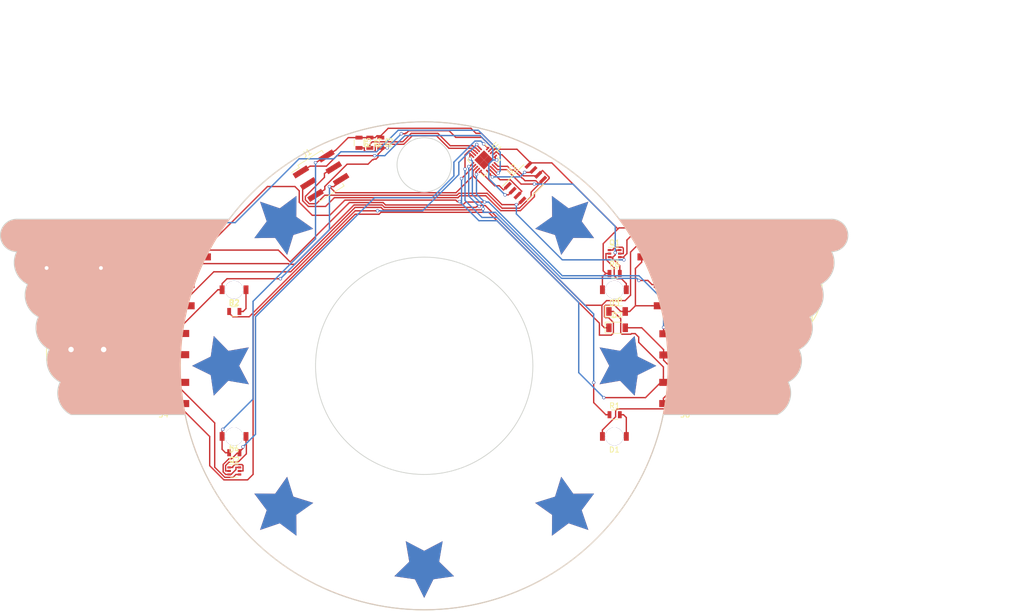
<source format=kicad_pcb>
(kicad_pcb (version 4) (host pcbnew 4.0.6)
  (layers (0 F.Cu signal) (31 B.Cu signal) (34 B.Paste user) (35 F.Paste user) (36 B.SilkS user) (37 F.SilkS user) (38 B.Mask user) (39 F.Mask user) (44 Edge.Cuts user))
  (net 0 "")
  (net 1 VCC)
  (net 2 GND)
  (net 3 "Net-(D1-Pad2)")
  (net 4 "Net-(D2-Pad2)")
  (net 5 "Net-(D3-Pad2)")
  (net 6 "Net-(D4-Pad2)")
  (net 7 "Net-(J1-Pad1)")
  (net 8 "Net-(J1-Pad3)")
  (net 9 "Net-(J1-Pad4)")
  (net 10 reset)
  (net 11 "Net-(J2-Pad2)")
  (net 12 "Net-(R1-Pad1)")
  (net 13 "Net-(R2-Pad1)")
  (net 14 TouchA)
  (net 15 TouchB)
  (net 16 "Net-(Q1-Pad3)")
  (net 17 "Net-(Q2-Pad3)")
  (net 18 "Net-(S1-Pad2)")
  (net 19 "Net-(S1-Pad4)")
  (net 20 "Net-(S2-Pad2)")
  (net 21 "Net-(S2-Pad4)")
  (net 22 "Net-(S3-Pad2)")
  (net 23 "Net-(S3-Pad4)")
  (net 24 "Net-(S3-Pad1)")
  (net 25 "Net-(S4-Pad2)")
  (net 26 "Net-(S4-Pad4)")
  (net 27 "Net-(U1-Pad10)")
  (net 28 "Net-(U1-Pad11)")
  (net 29 "Net-(U1-Pad12)")
  (net 30 "Net-(Q1-Pad1)")
  (net 31 "Net-(Q2-Pad1)")
  (net 32 "Net-(D5-Pad1)")
  (net 33 "Net-(D5-Pad2)")
  (net 34 "Net-(D6-Pad1)")
  (net 35 "Net-(D6-Pad2)")
  (net 36 "Net-(D7-Pad1)")
  (net 37 "Net-(D7-Pad2)")
  (net 38 "Net-(S5-Pad2)")
  (net 39 "Net-(S5-Pad4)")
  (net 40 "Net-(S6-Pad2)")
  (net 41 "Net-(S6-Pad4)")
  (net 42 "Net-(S7-Pad2)")
  (net 43 "Net-(S7-Pad4)")
  (net 44 "Net-(S8-Pad2)")
  (net 45 "Net-(S8-Pad4)")
  (module custom:test_star4 (layer B.Cu) (at 176.516504 73.483496 135)
    (fp_text reference G0 hide)
    (fp_text value LOGO hide)
  )
  (module custom:test_star4 (layer B.Cu) (at 187.5 100 90)
    (fp_text reference G1 hide)
    (fp_text value LOGO hide)
  )
  (module custom:test_star4 (layer B.Cu) (at 176.516504 126.516504 45)
    (fp_text reference G2 hide)
    (fp_text value LOGO hide)
  )
  (module custom:test_star4 (layer B.Cu) (at 150 137.5)
    (fp_text reference G3 hide)
    (fp_text value LOGO hide)
  )
  (module custom:test_star4 (layer B.Cu) (at 123.483496 126.516504 315)
    (fp_text reference G4 hide)
    (fp_text value LOGO hide)
  )
  (module custom:test_star4 (layer B.Cu) (at 112.5 100 270)
    (fp_text reference G5 hide)
    (fp_text value LOGO hide)
  )
  (module custom:test_star4 (layer B.Cu) (at 123.483496 73.483496 225)
    (fp_text reference G6 hide)
    (fp_text value LOGO hide)
  )
  (module custom:test_star4 (layer F.Cu) (at 176.516504 73.483496 315)
    (fp_text reference G7 hide)
    (fp_text value LOGO hide)
  )
  (module custom:test_star4 (layer F.Cu) (at 187.5 100 270)
    (fp_text reference G8 hide)
    (fp_text value LOGO hide)
  )
  (module custom:test_star4 (layer F.Cu) (at 176.516504 126.516504 225)
    (fp_text reference G9 hide)
    (fp_text value LOGO hide)
  )
  (module custom:test_star4 (layer F.Cu) (at 150 137.5 180)
    (fp_text reference G10 hide)
    (fp_text value LOGO hide)
  )
  (module custom:test_star4 (layer F.Cu) (at 123.483496 126.516504 135)
    (fp_text reference G11 hide)
    (fp_text value LOGO hide)
  )
  (module custom:test_star4 (layer F.Cu) (at 112.5 100 90)
    (fp_text reference G12 hide)
    (fp_text value LOGO hide)
  )
  (module custom:test_star4 (layer F.Cu) (at 123.483496 73.483496 45)
    (fp_text reference G13 hide)
    (fp_text value LOGO hide)
  )
  (module custom:test_star4_copper (layer B.Cu) (at 176.516504 73.483496 135)
    (fp_text reference G14 hide)
    (fp_text value LOGO hide)
    (fp_poly (pts (xy -0.000669 5.19923) (xy 0.006182 5.185991) (xy 0.01722 5.164271) (xy 0.032288 5.134386) (xy 0.05123 5.09665) (xy 0.073891 5.051378) (xy 0.100113 4.998883) (xy 0.12974 4.939481) (xy 0.162616 4.873487) (xy 0.198585 4.801214) (xy 0.23749 4.722977) (xy 0.279175 4.639092) (xy 0.323483 4.549872) (xy 0.370259 4.455632) (xy 0.419345 4.356687) (xy 0.470586 4.253351) (xy 0.523825 4.145938) (xy 0.578906 4.034764) (xy 0.635672 3.920143) (xy 0.693968 3.802389) (xy 0.753636 3.681817) (xy 0.814521 3.558742) (xy 0.846025 3.49504) (xy 0.907496 3.37076) (xy 0.967842 3.248802) (xy 1.026908 3.129481) (xy 1.084536 3.013113) (xy 1.14057 2.900014) (xy 1.194851 2.790499) (xy 1.247224 2.684884) (xy 1.297531 2.583485) (xy 1.345616 2.486617) (xy 1.391321 2.394596) (xy 1.43449 2.307738) (xy 1.474965 2.226358) (xy 1.512589 2.150771) (xy 1.547206 2.081295) (xy 1.578659 2.018244) (xy 1.60679 1.961933) (xy 1.631443 1.912679) (xy 1.652461 1.870798) (xy 1.669687 1.836604) (xy 1.682963 1.810413) (xy 1.692133 1.792542) (xy 1.69704 1.783306) (xy 1.697848 1.782023) (xy 1.703297 1.781042) (xy 1.718452 1.778667) (xy 1.742958 1.774948) (xy 1.776464 1.769937) (xy 1.818618 1.763685) (xy 1.869068 1.756243) (xy 1.927461 1.747662) (xy 1.993445 1.737995) (xy 2.066668 1.727291) (xy 2.146778 1.715603) (xy 2.233422 1.702981) (xy 2.326249 1.689477) (xy 2.424906 1.675142) (xy 2.52904 1.660027) (xy 2.6383 1.644184) (xy 2.752334 1.627664) (xy 2.870789 1.610518) (xy 2.993314 1.592798) (xy 3.119555 1.574554) (xy 3.24916 1.555838) (xy 3.381779 1.536701) (xy 3.517057 1.517194) (xy 3.55854 1.511215) (xy 3.723856 1.487392) (xy 3.879412 1.464975) (xy 4.025505 1.443922) (xy 4.16243 1.424189) (xy 4.290483 1.405732) (xy 4.409961 1.388508) (xy 4.521159 1.372474) (xy 4.624374 1.357585) (xy 4.719901 1.343799) (xy 4.808037 1.331072) (xy 4.889078 1.319361) (xy 4.96332 1.308622) (xy 5.031059 1.298811) (xy 5.092591 1.289885) (xy 5.148212 1.281801) (xy 5.198218 1.274515) (xy 5.242905 1.267984) (xy 5.28257 1.262164) (xy 5.317508 1.257012) (xy 5.348016 1.252484) (xy 5.374389 1.248536) (xy 5.396924 1.245126) (xy 5.415916 1.24221) (xy 5.431662 1.239744) (xy 5.444458 1.237685) (xy 5.4546 1.235989) (xy 5.462385 1.234613) (xy 5.468107 1.233514) (xy 5.472063 1.232647) (xy 5.474549 1.23197) (xy 5.475862 1.231439) (xy 5.476298 1.23101) (xy 5.476151 1.23064) (xy 5.475719 1.230286) (xy 5.475298 1.229904) (xy 5.475205 1.229749) (xy 5.471499 1.225976) (xy 5.460777 1.21536) (xy 5.443298 1.198154) (xy 5.419319 1.174608) (xy 5.389097 1.144974) (xy 5.352891 1.109505) (xy 5.310957 1.068452) (xy 5.263554 1.022067) (xy 5.210939 0.970602) (xy 5.153369 0.914307) (xy 5.091102 0.853437) (xy 5.024396 0.788241) (xy 4.953508 0.718972) (xy 4.878695 0.645881) (xy 4.800217 0.569221) (xy 4.718329 0.489243) (xy 4.63329 0.406198) (xy 4.545357 0.32034) (xy 4.454787 0.231919) (xy 4.361839 0.141187) (xy 4.26677 0.048395) (xy 4.17068 -0.045381) (xy 4.073095 -0.140612) (xy 3.977067 -0.234329) (xy 3.882869 -0.326266) (xy 3.790773 -0.416155) (xy 3.701055 -0.503729) (xy 3.613988 -0.58872) (xy 3.529846 -0.67086) (xy 3.448902 -0.749884) (xy 3.37143 -0.825522) (xy 3.297705 -0.897509) (xy 3.227999 -0.965576) (xy 3.162587 -1.029456) (xy 3.101743 -1.088882) (xy 3.04574 -1.143586) (xy 2.994851 -1.193301) (xy 2.949352 -1.23776) (xy 2.909516 -1.276695) (xy 2.875615 -1.309839) (xy 2.847925 -1.336925) (xy 2.826719 -1.357685) (xy 2.812271 -1.371851) (xy 2.805373 -1.378643) (xy 2.743086 -1.440343) (xy 3.065596 -3.312241) (xy 3.089103 -3.44867) (xy 3.112182 -3.582585) (xy 3.134771 -3.713636) (xy 3.156811 -3.841474) (xy 3.178241 -3.965748) (xy 3.199 -4.086111) (xy 3.219028 -4.202211) (xy 3.238266 -4.313699) (xy 3.256651 -4.420227) (xy 3.274125 -4.521444) (xy 3.290627 -4.617) (xy 3.306095 -4.706547) (xy 3.320471 -4.789734) (xy 3.333693 -4.866212) (xy 3.345702 -4.935632) (xy 3.356436 -4.997644) (xy 3.365836 -5.051899) (xy 3.37384 -5.098046) (xy 3.38039 -5.135737) (xy 3.385424 -5.164621) (xy 3.388881 -5.18435) (xy 3.390702 -5.194573) (xy 3.390972 -5.19598) (xy 3.391489 -5.20481) (xy 3.386819 -5.20614) (xy 3.381859 -5.203683) (xy 3.368215 -5.196666) (xy 3.346202 -5.185254) (xy 3.31613 -5.16961) (xy 3.278314 -5.149898) (xy 3.233065 -5.126281) (xy 3.180697 -5.098923) (xy 3.121521 -5.067989) (xy 3.055851 -5.03364) (xy 2.984 -4.996043) (xy 2.906279 -4.955359) (xy 2.823001 -4.911753) (xy 2.73448 -4.865388) (xy 2.641028 -4.816428) (xy 2.542957 -4.765038) (xy 2.440579 -4.711379) (xy 2.334209 -4.655617) (xy 2.224158 -4.597914) (xy 2.110739 -4.538435) (xy 1.994264 -4.477344) (xy 1.875046 -4.414803) (xy 1.753399 -4.350976) (xy 1.692629 -4.319088) (xy 0.005459 -3.433716) (xy -0.021401 -3.447265) (xy -0.027829 -3.450607) (xy -0.042926 -3.458516) (xy -0.066373 -3.470825) (xy -0.09785 -3.487364) (xy -0.137037 -3.507965) (xy -0.183615 -3.532461) (xy -0.237264 -3.560682) (xy -0.297664 -3.592462) (xy -0.364496 -3.62763) (xy -0.43744 -3.66602) (xy -0.516177 -3.707463) (xy -0.600386 -3.751791) (xy -0.689748 -3.798835) (xy -0.783944 -3.848427) (xy -0.882654 -3.900399) (xy -0.985558 -3.954583) (xy -1.092336 -4.01081) (xy -1.202669 -4.068912) (xy -1.316238 -4.128721) (xy -1.432722 -4.190068) (xy -1.551801 -4.252787) (xy -1.673158 -4.316707) (xy -1.710634 -4.336447) (xy -1.832358 -4.40056) (xy -1.951785 -4.463455) (xy -2.0686 -4.524968) (xy -2.18249 -4.584934) (xy -2.293143 -4.643188) (xy -2.400244 -4.699565) (xy -2.50348 -4.753901) (xy -2.602537 -4.80603) (xy -2.697102 -4.855787) (xy -2.786861 -4.903008) (xy -2.871501 -4.947527) (xy -2.950708 -4.989181) (xy -3.02417 -5.027803) (xy -3.091571 -5.063229) (xy -3.1526 -5.095295) (xy -3.206941 -5.123835) (xy -3.254283 -5.148685) (xy -3.294311 -5.169679) (xy -3.326711 -5.186652) (xy -3.351171 -5.199441) (xy -3.367376 -5.20788) (xy -3.375014 -5.211803) (xy -3.375604 -5.21208) (xy -3.377901 -5.207927) (xy -3.3782 -5.204319) (xy -3.377355 -5.1988) (xy -3.374857 -5.183614) (xy -3.370767 -5.15911) (xy -3.365144 -5.125637) (xy -3.358046 -5.083542) (xy -3.349534 -5.033174) (xy -3.339666 -4.974881) (xy -3.328501 -4.909012) (xy -3.316099 -4.835915) (xy -3.302519 -4.755938) (xy -3.28782 -4.669431) (xy -3.272061 -4.57674) (xy -3.255302 -4.478215) (xy -3.237602 -4.374204) (xy -3.21902 -4.265055) (xy -3.199615 -4.151117) (xy -3.179447 -4.032738) (xy -3.158574 -3.910266) (xy -3.137057 -3.78405) (xy -3.114953 -3.654438) (xy -3.092323 -3.521778) (xy -3.069225 -3.38642) (xy -3.05816 -3.321594) (xy -3.034871 -3.185147) (xy -3.01202 -3.051265) (xy -2.989668 -2.920294) (xy -2.967873 -2.792582) (xy -2.946694 -2.668475) (xy -2.926192 -2.548321) (xy -2.906424 -2.432466) (xy -2.88745 -2.321257) (xy -2.86933 -2.215041) (xy -2.852121 -2.114164) (xy -2.835885 -2.018974) (xy -2.820679 -1.929817) (xy -2.806562 -1.847039) (xy -2.793595 -1.770989) (xy -2.781836 -1.702013) (xy -2.771344 -1.640457) (xy -2.762178 -1.586669) (xy -2.754398 -1.540994) (xy -2.748063 -1.503781) (xy -2.743232 -1.475376) (xy -2.739963 -1.456125) (xy -2.738317 -1.446376) (xy -2.73812 -1.445173) (xy -2.74172 -1.441564) (xy -2.75235 -1.431116) (xy -2.769759 -1.414073) (xy -2.793697 -1.390679) (xy -2.823911 -1.36118) (xy -2.86015 -1.32582) (xy -2.902164 -1.284845) (xy -2.9497 -1.238499) (xy -3.002508 -1.187027) (xy -3.060335 -1.130674) (xy -3.122931 -1.069685) (xy -3.190044 -1.004305) (xy -3.261423 -0.934779) (xy -3.336817 -0.861351) (xy -3.415973 -0.784267) (xy -3.498642 -0.70377) (xy -3.58457 -0.620107) (xy -3.673508 -0.533522) (xy -3.765203 -0.44426) (xy -3.859405 -0.352566) (xy -3.955862 -0.258685) (xy -4.054322 -0.162861) (xy -4.107523 -0.111087) (xy -4.229928 0.008042) (xy -4.345229 0.12028) (xy -4.453612 0.225812) (xy -4.555264 0.324821) (xy -4.650374 0.417491) (xy -4.739128 0.504006) (xy -4.821713 0.584549) (xy -4.898317 0.659306) (xy -4.969127 0.72846) (xy -5.034329 0.792194) (xy -5.094113 0.850693) (xy -5.148663 0.904141) (xy -5.198169 0.952721) (xy -5.242817 0.996618) (xy -5.282794 1.036016) (xy -5.318287 1.071097) (xy -5.349485 1.102048) (xy -5.376573 1.129051) (xy -5.39974 1.15229) (xy -5.419172 1.171949) (xy -5.435057 1.188213) (xy -5.447582 1.201264) (xy -5.456934 1.211288) (xy -5.463301 1.218468) (xy -5.466869 1.222988) (xy -5.467826 1.225032) (xy -5.467693 1.225172) (xy -5.462046 1.226163) (xy -5.446696 1.228566) (xy -5.421992 1.23233) (xy -5.388284 1.237405) (xy -5.345923 1.243737) (xy -5.295259 1.251277) (xy -5.236642 1.259972) (xy -5.170422 1.26977) (xy -5.096949 1.280621) (xy -5.016573 1.292473) (xy -4.929645 1.305273) (xy -4.836514 1.318972) (xy -4.737531 1.333516) (xy -4.633046 1.348856) (xy -4.523409 1.364938) (xy -4.40897 1.381712) (xy -4.290079 1.399126) (xy -4.167087 1.417129) (xy -4.040343 1.435669) (xy -3.910198 1.454695) (xy -3.777002 1.474154) (xy -3.641105 1.493996) (xy -3.576759 1.503387) (xy -3.439806 1.523375) (xy -3.305428 1.542992) (xy -3.173975 1.562188) (xy -3.045794 1.580912) (xy -2.921233 1.599113) (xy -2.800641 1.616739) (xy -2.684366 1.63374) (xy -2.572755 1.650065) (xy -2.466158 1.665663) (xy -2.364921 1.680482) (xy -2.269394 1.694472) (xy -2.179925 1.707582) (xy -2.096861 1.719761) (xy -2.020551 1.730957) (xy -1.951343 1.74112) (xy -1.889585 1.750199) (xy -1.835625 1.758142) (xy -1.789812 1.764899) (xy -1.752493 1.770419) (xy -1.724017 1.77465) (xy -1.704732 1.777542) (xy -1.694986 1.779044) (xy -1.693799 1.779255) (xy -1.691488 1.783855) (xy -1.684845 1.797253) (xy -1.674024 1.819136) (xy -1.65918 1.849189) (xy -1.64047 1.887096) (xy -1.618049 1.932541) (xy -1.592071 1.98521) (xy -1.562692 2.044788) (xy -1.530068 2.110958) (xy -1.494353 2.183407) (xy -1.455704 2.261819) (xy -1.414275 2.345878) (xy -1.370223 2.43527) (xy -1.323701 2.529679) (xy -1.274866 2.628791) (xy -1.223873 2.732289) (xy -1.170878 2.839858) (xy -1.116035 2.951185) (xy -1.0595 3.065952) (xy -1.001428 3.183845) (xy -0.941975 3.30455) (xy -0.881297 3.42775) (xy -0.849794 3.491715) (xy -0.788538 3.616075) (xy -0.728415 3.738098) (xy -0.669581 3.857468) (xy -0.612192 3.973872) (xy -0.556403 4.086993) (xy -0.502371 4.196517) (xy -0.450251 4.302127) (xy -0.400199 4.40351) (xy -0.352371 4.50035) (xy -0.306923 4.592332) (xy -0.264011 4.67914) (xy -0.22379 4.76046) (xy -0.186417 4.835976) (xy -0.152047 4.905374) (xy -0.120835 4.968337) (xy -0.092939 5.024552) (xy -0.068514 5.073702) (xy -0.047715 5.115473) (xy -0.030699 5.14955) (xy -0.017621 5.175617) (xy -0.008638 5.193359) (xy -0.003904 5.202461) (xy -0.003176 5.203675) (xy -0.000669 5.19923)) (layer B.Cu) (width 0.01))
  )
  (module custom:test_star4_copper (layer B.Cu) (at 187.5 100 90)
    (fp_text reference G15 hide)
    (fp_text value LOGO hide)
    (fp_poly (pts (xy -0.000669 5.19923) (xy 0.006182 5.185991) (xy 0.01722 5.164271) (xy 0.032288 5.134386) (xy 0.05123 5.09665) (xy 0.073891 5.051378) (xy 0.100113 4.998883) (xy 0.12974 4.939481) (xy 0.162616 4.873487) (xy 0.198585 4.801214) (xy 0.23749 4.722977) (xy 0.279175 4.639092) (xy 0.323483 4.549872) (xy 0.370259 4.455632) (xy 0.419345 4.356687) (xy 0.470586 4.253351) (xy 0.523825 4.145938) (xy 0.578906 4.034764) (xy 0.635672 3.920143) (xy 0.693968 3.802389) (xy 0.753636 3.681817) (xy 0.814521 3.558742) (xy 0.846025 3.49504) (xy 0.907496 3.37076) (xy 0.967842 3.248802) (xy 1.026908 3.129481) (xy 1.084536 3.013113) (xy 1.14057 2.900014) (xy 1.194851 2.790499) (xy 1.247224 2.684884) (xy 1.297531 2.583485) (xy 1.345616 2.486617) (xy 1.391321 2.394596) (xy 1.43449 2.307738) (xy 1.474965 2.226358) (xy 1.512589 2.150771) (xy 1.547206 2.081295) (xy 1.578659 2.018244) (xy 1.60679 1.961933) (xy 1.631443 1.912679) (xy 1.652461 1.870798) (xy 1.669687 1.836604) (xy 1.682963 1.810413) (xy 1.692133 1.792542) (xy 1.69704 1.783306) (xy 1.697848 1.782023) (xy 1.703297 1.781042) (xy 1.718452 1.778667) (xy 1.742958 1.774948) (xy 1.776464 1.769937) (xy 1.818618 1.763685) (xy 1.869068 1.756243) (xy 1.927461 1.747662) (xy 1.993445 1.737995) (xy 2.066668 1.727291) (xy 2.146778 1.715603) (xy 2.233422 1.702981) (xy 2.326249 1.689477) (xy 2.424906 1.675142) (xy 2.52904 1.660027) (xy 2.6383 1.644184) (xy 2.752334 1.627664) (xy 2.870789 1.610518) (xy 2.993314 1.592798) (xy 3.119555 1.574554) (xy 3.24916 1.555838) (xy 3.381779 1.536701) (xy 3.517057 1.517194) (xy 3.55854 1.511215) (xy 3.723856 1.487392) (xy 3.879412 1.464975) (xy 4.025505 1.443922) (xy 4.16243 1.424189) (xy 4.290483 1.405732) (xy 4.409961 1.388508) (xy 4.521159 1.372474) (xy 4.624374 1.357585) (xy 4.719901 1.343799) (xy 4.808037 1.331072) (xy 4.889078 1.319361) (xy 4.96332 1.308622) (xy 5.031059 1.298811) (xy 5.092591 1.289885) (xy 5.148212 1.281801) (xy 5.198218 1.274515) (xy 5.242905 1.267984) (xy 5.28257 1.262164) (xy 5.317508 1.257012) (xy 5.348016 1.252484) (xy 5.374389 1.248536) (xy 5.396924 1.245126) (xy 5.415916 1.24221) (xy 5.431662 1.239744) (xy 5.444458 1.237685) (xy 5.4546 1.235989) (xy 5.462385 1.234613) (xy 5.468107 1.233514) (xy 5.472063 1.232647) (xy 5.474549 1.23197) (xy 5.475862 1.231439) (xy 5.476298 1.23101) (xy 5.476151 1.23064) (xy 5.475719 1.230286) (xy 5.475298 1.229904) (xy 5.475205 1.229749) (xy 5.471499 1.225976) (xy 5.460777 1.21536) (xy 5.443298 1.198154) (xy 5.419319 1.174608) (xy 5.389097 1.144974) (xy 5.352891 1.109505) (xy 5.310957 1.068452) (xy 5.263554 1.022067) (xy 5.210939 0.970602) (xy 5.153369 0.914307) (xy 5.091102 0.853437) (xy 5.024396 0.788241) (xy 4.953508 0.718972) (xy 4.878695 0.645881) (xy 4.800217 0.569221) (xy 4.718329 0.489243) (xy 4.63329 0.406198) (xy 4.545357 0.32034) (xy 4.454787 0.231919) (xy 4.361839 0.141187) (xy 4.26677 0.048395) (xy 4.17068 -0.045381) (xy 4.073095 -0.140612) (xy 3.977067 -0.234329) (xy 3.882869 -0.326266) (xy 3.790773 -0.416155) (xy 3.701055 -0.503729) (xy 3.613988 -0.58872) (xy 3.529846 -0.67086) (xy 3.448902 -0.749884) (xy 3.37143 -0.825522) (xy 3.297705 -0.897509) (xy 3.227999 -0.965576) (xy 3.162587 -1.029456) (xy 3.101743 -1.088882) (xy 3.04574 -1.143586) (xy 2.994851 -1.193301) (xy 2.949352 -1.23776) (xy 2.909516 -1.276695) (xy 2.875615 -1.309839) (xy 2.847925 -1.336925) (xy 2.826719 -1.357685) (xy 2.812271 -1.371851) (xy 2.805373 -1.378643) (xy 2.743086 -1.440343) (xy 3.065596 -3.312241) (xy 3.089103 -3.44867) (xy 3.112182 -3.582585) (xy 3.134771 -3.713636) (xy 3.156811 -3.841474) (xy 3.178241 -3.965748) (xy 3.199 -4.086111) (xy 3.219028 -4.202211) (xy 3.238266 -4.313699) (xy 3.256651 -4.420227) (xy 3.274125 -4.521444) (xy 3.290627 -4.617) (xy 3.306095 -4.706547) (xy 3.320471 -4.789734) (xy 3.333693 -4.866212) (xy 3.345702 -4.935632) (xy 3.356436 -4.997644) (xy 3.365836 -5.051899) (xy 3.37384 -5.098046) (xy 3.38039 -5.135737) (xy 3.385424 -5.164621) (xy 3.388881 -5.18435) (xy 3.390702 -5.194573) (xy 3.390972 -5.19598) (xy 3.391489 -5.20481) (xy 3.386819 -5.20614) (xy 3.381859 -5.203683) (xy 3.368215 -5.196666) (xy 3.346202 -5.185254) (xy 3.31613 -5.16961) (xy 3.278314 -5.149898) (xy 3.233065 -5.126281) (xy 3.180697 -5.098923) (xy 3.121521 -5.067989) (xy 3.055851 -5.03364) (xy 2.984 -4.996043) (xy 2.906279 -4.955359) (xy 2.823001 -4.911753) (xy 2.73448 -4.865388) (xy 2.641028 -4.816428) (xy 2.542957 -4.765038) (xy 2.440579 -4.711379) (xy 2.334209 -4.655617) (xy 2.224158 -4.597914) (xy 2.110739 -4.538435) (xy 1.994264 -4.477344) (xy 1.875046 -4.414803) (xy 1.753399 -4.350976) (xy 1.692629 -4.319088) (xy 0.005459 -3.433716) (xy -0.021401 -3.447265) (xy -0.027829 -3.450607) (xy -0.042926 -3.458516) (xy -0.066373 -3.470825) (xy -0.09785 -3.487364) (xy -0.137037 -3.507965) (xy -0.183615 -3.532461) (xy -0.237264 -3.560682) (xy -0.297664 -3.592462) (xy -0.364496 -3.62763) (xy -0.43744 -3.66602) (xy -0.516177 -3.707463) (xy -0.600386 -3.751791) (xy -0.689748 -3.798835) (xy -0.783944 -3.848427) (xy -0.882654 -3.900399) (xy -0.985558 -3.954583) (xy -1.092336 -4.01081) (xy -1.202669 -4.068912) (xy -1.316238 -4.128721) (xy -1.432722 -4.190068) (xy -1.551801 -4.252787) (xy -1.673158 -4.316707) (xy -1.710634 -4.336447) (xy -1.832358 -4.40056) (xy -1.951785 -4.463455) (xy -2.0686 -4.524968) (xy -2.18249 -4.584934) (xy -2.293143 -4.643188) (xy -2.400244 -4.699565) (xy -2.50348 -4.753901) (xy -2.602537 -4.80603) (xy -2.697102 -4.855787) (xy -2.786861 -4.903008) (xy -2.871501 -4.947527) (xy -2.950708 -4.989181) (xy -3.02417 -5.027803) (xy -3.091571 -5.063229) (xy -3.1526 -5.095295) (xy -3.206941 -5.123835) (xy -3.254283 -5.148685) (xy -3.294311 -5.169679) (xy -3.326711 -5.186652) (xy -3.351171 -5.199441) (xy -3.367376 -5.20788) (xy -3.375014 -5.211803) (xy -3.375604 -5.21208) (xy -3.377901 -5.207927) (xy -3.3782 -5.204319) (xy -3.377355 -5.1988) (xy -3.374857 -5.183614) (xy -3.370767 -5.15911) (xy -3.365144 -5.125637) (xy -3.358046 -5.083542) (xy -3.349534 -5.033174) (xy -3.339666 -4.974881) (xy -3.328501 -4.909012) (xy -3.316099 -4.835915) (xy -3.302519 -4.755938) (xy -3.28782 -4.669431) (xy -3.272061 -4.57674) (xy -3.255302 -4.478215) (xy -3.237602 -4.374204) (xy -3.21902 -4.265055) (xy -3.199615 -4.151117) (xy -3.179447 -4.032738) (xy -3.158574 -3.910266) (xy -3.137057 -3.78405) (xy -3.114953 -3.654438) (xy -3.092323 -3.521778) (xy -3.069225 -3.38642) (xy -3.05816 -3.321594) (xy -3.034871 -3.185147) (xy -3.01202 -3.051265) (xy -2.989668 -2.920294) (xy -2.967873 -2.792582) (xy -2.946694 -2.668475) (xy -2.926192 -2.548321) (xy -2.906424 -2.432466) (xy -2.88745 -2.321257) (xy -2.86933 -2.215041) (xy -2.852121 -2.114164) (xy -2.835885 -2.018974) (xy -2.820679 -1.929817) (xy -2.806562 -1.847039) (xy -2.793595 -1.770989) (xy -2.781836 -1.702013) (xy -2.771344 -1.640457) (xy -2.762178 -1.586669) (xy -2.754398 -1.540994) (xy -2.748063 -1.503781) (xy -2.743232 -1.475376) (xy -2.739963 -1.456125) (xy -2.738317 -1.446376) (xy -2.73812 -1.445173) (xy -2.74172 -1.441564) (xy -2.75235 -1.431116) (xy -2.769759 -1.414073) (xy -2.793697 -1.390679) (xy -2.823911 -1.36118) (xy -2.86015 -1.32582) (xy -2.902164 -1.284845) (xy -2.9497 -1.238499) (xy -3.002508 -1.187027) (xy -3.060335 -1.130674) (xy -3.122931 -1.069685) (xy -3.190044 -1.004305) (xy -3.261423 -0.934779) (xy -3.336817 -0.861351) (xy -3.415973 -0.784267) (xy -3.498642 -0.70377) (xy -3.58457 -0.620107) (xy -3.673508 -0.533522) (xy -3.765203 -0.44426) (xy -3.859405 -0.352566) (xy -3.955862 -0.258685) (xy -4.054322 -0.162861) (xy -4.107523 -0.111087) (xy -4.229928 0.008042) (xy -4.345229 0.12028) (xy -4.453612 0.225812) (xy -4.555264 0.324821) (xy -4.650374 0.417491) (xy -4.739128 0.504006) (xy -4.821713 0.584549) (xy -4.898317 0.659306) (xy -4.969127 0.72846) (xy -5.034329 0.792194) (xy -5.094113 0.850693) (xy -5.148663 0.904141) (xy -5.198169 0.952721) (xy -5.242817 0.996618) (xy -5.282794 1.036016) (xy -5.318287 1.071097) (xy -5.349485 1.102048) (xy -5.376573 1.129051) (xy -5.39974 1.15229) (xy -5.419172 1.171949) (xy -5.435057 1.188213) (xy -5.447582 1.201264) (xy -5.456934 1.211288) (xy -5.463301 1.218468) (xy -5.466869 1.222988) (xy -5.467826 1.225032) (xy -5.467693 1.225172) (xy -5.462046 1.226163) (xy -5.446696 1.228566) (xy -5.421992 1.23233) (xy -5.388284 1.237405) (xy -5.345923 1.243737) (xy -5.295259 1.251277) (xy -5.236642 1.259972) (xy -5.170422 1.26977) (xy -5.096949 1.280621) (xy -5.016573 1.292473) (xy -4.929645 1.305273) (xy -4.836514 1.318972) (xy -4.737531 1.333516) (xy -4.633046 1.348856) (xy -4.523409 1.364938) (xy -4.40897 1.381712) (xy -4.290079 1.399126) (xy -4.167087 1.417129) (xy -4.040343 1.435669) (xy -3.910198 1.454695) (xy -3.777002 1.474154) (xy -3.641105 1.493996) (xy -3.576759 1.503387) (xy -3.439806 1.523375) (xy -3.305428 1.542992) (xy -3.173975 1.562188) (xy -3.045794 1.580912) (xy -2.921233 1.599113) (xy -2.800641 1.616739) (xy -2.684366 1.63374) (xy -2.572755 1.650065) (xy -2.466158 1.665663) (xy -2.364921 1.680482) (xy -2.269394 1.694472) (xy -2.179925 1.707582) (xy -2.096861 1.719761) (xy -2.020551 1.730957) (xy -1.951343 1.74112) (xy -1.889585 1.750199) (xy -1.835625 1.758142) (xy -1.789812 1.764899) (xy -1.752493 1.770419) (xy -1.724017 1.77465) (xy -1.704732 1.777542) (xy -1.694986 1.779044) (xy -1.693799 1.779255) (xy -1.691488 1.783855) (xy -1.684845 1.797253) (xy -1.674024 1.819136) (xy -1.65918 1.849189) (xy -1.64047 1.887096) (xy -1.618049 1.932541) (xy -1.592071 1.98521) (xy -1.562692 2.044788) (xy -1.530068 2.110958) (xy -1.494353 2.183407) (xy -1.455704 2.261819) (xy -1.414275 2.345878) (xy -1.370223 2.43527) (xy -1.323701 2.529679) (xy -1.274866 2.628791) (xy -1.223873 2.732289) (xy -1.170878 2.839858) (xy -1.116035 2.951185) (xy -1.0595 3.065952) (xy -1.001428 3.183845) (xy -0.941975 3.30455) (xy -0.881297 3.42775) (xy -0.849794 3.491715) (xy -0.788538 3.616075) (xy -0.728415 3.738098) (xy -0.669581 3.857468) (xy -0.612192 3.973872) (xy -0.556403 4.086993) (xy -0.502371 4.196517) (xy -0.450251 4.302127) (xy -0.400199 4.40351) (xy -0.352371 4.50035) (xy -0.306923 4.592332) (xy -0.264011 4.67914) (xy -0.22379 4.76046) (xy -0.186417 4.835976) (xy -0.152047 4.905374) (xy -0.120835 4.968337) (xy -0.092939 5.024552) (xy -0.068514 5.073702) (xy -0.047715 5.115473) (xy -0.030699 5.14955) (xy -0.017621 5.175617) (xy -0.008638 5.193359) (xy -0.003904 5.202461) (xy -0.003176 5.203675) (xy -0.000669 5.19923)) (layer B.Cu) (width 0.01))
  )
  (module custom:test_star4_copper (layer B.Cu) (at 176.516504 126.516504 45)
    (fp_text reference G16 hide)
    (fp_text value LOGO hide)
    (fp_poly (pts (xy -0.000669 5.19923) (xy 0.006182 5.185991) (xy 0.01722 5.164271) (xy 0.032288 5.134386) (xy 0.05123 5.09665) (xy 0.073891 5.051378) (xy 0.100113 4.998883) (xy 0.12974 4.939481) (xy 0.162616 4.873487) (xy 0.198585 4.801214) (xy 0.23749 4.722977) (xy 0.279175 4.639092) (xy 0.323483 4.549872) (xy 0.370259 4.455632) (xy 0.419345 4.356687) (xy 0.470586 4.253351) (xy 0.523825 4.145938) (xy 0.578906 4.034764) (xy 0.635672 3.920143) (xy 0.693968 3.802389) (xy 0.753636 3.681817) (xy 0.814521 3.558742) (xy 0.846025 3.49504) (xy 0.907496 3.37076) (xy 0.967842 3.248802) (xy 1.026908 3.129481) (xy 1.084536 3.013113) (xy 1.14057 2.900014) (xy 1.194851 2.790499) (xy 1.247224 2.684884) (xy 1.297531 2.583485) (xy 1.345616 2.486617) (xy 1.391321 2.394596) (xy 1.43449 2.307738) (xy 1.474965 2.226358) (xy 1.512589 2.150771) (xy 1.547206 2.081295) (xy 1.578659 2.018244) (xy 1.60679 1.961933) (xy 1.631443 1.912679) (xy 1.652461 1.870798) (xy 1.669687 1.836604) (xy 1.682963 1.810413) (xy 1.692133 1.792542) (xy 1.69704 1.783306) (xy 1.697848 1.782023) (xy 1.703297 1.781042) (xy 1.718452 1.778667) (xy 1.742958 1.774948) (xy 1.776464 1.769937) (xy 1.818618 1.763685) (xy 1.869068 1.756243) (xy 1.927461 1.747662) (xy 1.993445 1.737995) (xy 2.066668 1.727291) (xy 2.146778 1.715603) (xy 2.233422 1.702981) (xy 2.326249 1.689477) (xy 2.424906 1.675142) (xy 2.52904 1.660027) (xy 2.6383 1.644184) (xy 2.752334 1.627664) (xy 2.870789 1.610518) (xy 2.993314 1.592798) (xy 3.119555 1.574554) (xy 3.24916 1.555838) (xy 3.381779 1.536701) (xy 3.517057 1.517194) (xy 3.55854 1.511215) (xy 3.723856 1.487392) (xy 3.879412 1.464975) (xy 4.025505 1.443922) (xy 4.16243 1.424189) (xy 4.290483 1.405732) (xy 4.409961 1.388508) (xy 4.521159 1.372474) (xy 4.624374 1.357585) (xy 4.719901 1.343799) (xy 4.808037 1.331072) (xy 4.889078 1.319361) (xy 4.96332 1.308622) (xy 5.031059 1.298811) (xy 5.092591 1.289885) (xy 5.148212 1.281801) (xy 5.198218 1.274515) (xy 5.242905 1.267984) (xy 5.28257 1.262164) (xy 5.317508 1.257012) (xy 5.348016 1.252484) (xy 5.374389 1.248536) (xy 5.396924 1.245126) (xy 5.415916 1.24221) (xy 5.431662 1.239744) (xy 5.444458 1.237685) (xy 5.4546 1.235989) (xy 5.462385 1.234613) (xy 5.468107 1.233514) (xy 5.472063 1.232647) (xy 5.474549 1.23197) (xy 5.475862 1.231439) (xy 5.476298 1.23101) (xy 5.476151 1.23064) (xy 5.475719 1.230286) (xy 5.475298 1.229904) (xy 5.475205 1.229749) (xy 5.471499 1.225976) (xy 5.460777 1.21536) (xy 5.443298 1.198154) (xy 5.419319 1.174608) (xy 5.389097 1.144974) (xy 5.352891 1.109505) (xy 5.310957 1.068452) (xy 5.263554 1.022067) (xy 5.210939 0.970602) (xy 5.153369 0.914307) (xy 5.091102 0.853437) (xy 5.024396 0.788241) (xy 4.953508 0.718972) (xy 4.878695 0.645881) (xy 4.800217 0.569221) (xy 4.718329 0.489243) (xy 4.63329 0.406198) (xy 4.545357 0.32034) (xy 4.454787 0.231919) (xy 4.361839 0.141187) (xy 4.26677 0.048395) (xy 4.17068 -0.045381) (xy 4.073095 -0.140612) (xy 3.977067 -0.234329) (xy 3.882869 -0.326266) (xy 3.790773 -0.416155) (xy 3.701055 -0.503729) (xy 3.613988 -0.58872) (xy 3.529846 -0.67086) (xy 3.448902 -0.749884) (xy 3.37143 -0.825522) (xy 3.297705 -0.897509) (xy 3.227999 -0.965576) (xy 3.162587 -1.029456) (xy 3.101743 -1.088882) (xy 3.04574 -1.143586) (xy 2.994851 -1.193301) (xy 2.949352 -1.23776) (xy 2.909516 -1.276695) (xy 2.875615 -1.309839) (xy 2.847925 -1.336925) (xy 2.826719 -1.357685) (xy 2.812271 -1.371851) (xy 2.805373 -1.378643) (xy 2.743086 -1.440343) (xy 3.065596 -3.312241) (xy 3.089103 -3.44867) (xy 3.112182 -3.582585) (xy 3.134771 -3.713636) (xy 3.156811 -3.841474) (xy 3.178241 -3.965748) (xy 3.199 -4.086111) (xy 3.219028 -4.202211) (xy 3.238266 -4.313699) (xy 3.256651 -4.420227) (xy 3.274125 -4.521444) (xy 3.290627 -4.617) (xy 3.306095 -4.706547) (xy 3.320471 -4.789734) (xy 3.333693 -4.866212) (xy 3.345702 -4.935632) (xy 3.356436 -4.997644) (xy 3.365836 -5.051899) (xy 3.37384 -5.098046) (xy 3.38039 -5.135737) (xy 3.385424 -5.164621) (xy 3.388881 -5.18435) (xy 3.390702 -5.194573) (xy 3.390972 -5.19598) (xy 3.391489 -5.20481) (xy 3.386819 -5.20614) (xy 3.381859 -5.203683) (xy 3.368215 -5.196666) (xy 3.346202 -5.185254) (xy 3.31613 -5.16961) (xy 3.278314 -5.149898) (xy 3.233065 -5.126281) (xy 3.180697 -5.098923) (xy 3.121521 -5.067989) (xy 3.055851 -5.03364) (xy 2.984 -4.996043) (xy 2.906279 -4.955359) (xy 2.823001 -4.911753) (xy 2.73448 -4.865388) (xy 2.641028 -4.816428) (xy 2.542957 -4.765038) (xy 2.440579 -4.711379) (xy 2.334209 -4.655617) (xy 2.224158 -4.597914) (xy 2.110739 -4.538435) (xy 1.994264 -4.477344) (xy 1.875046 -4.414803) (xy 1.753399 -4.350976) (xy 1.692629 -4.319088) (xy 0.005459 -3.433716) (xy -0.021401 -3.447265) (xy -0.027829 -3.450607) (xy -0.042926 -3.458516) (xy -0.066373 -3.470825) (xy -0.09785 -3.487364) (xy -0.137037 -3.507965) (xy -0.183615 -3.532461) (xy -0.237264 -3.560682) (xy -0.297664 -3.592462) (xy -0.364496 -3.62763) (xy -0.43744 -3.66602) (xy -0.516177 -3.707463) (xy -0.600386 -3.751791) (xy -0.689748 -3.798835) (xy -0.783944 -3.848427) (xy -0.882654 -3.900399) (xy -0.985558 -3.954583) (xy -1.092336 -4.01081) (xy -1.202669 -4.068912) (xy -1.316238 -4.128721) (xy -1.432722 -4.190068) (xy -1.551801 -4.252787) (xy -1.673158 -4.316707) (xy -1.710634 -4.336447) (xy -1.832358 -4.40056) (xy -1.951785 -4.463455) (xy -2.0686 -4.524968) (xy -2.18249 -4.584934) (xy -2.293143 -4.643188) (xy -2.400244 -4.699565) (xy -2.50348 -4.753901) (xy -2.602537 -4.80603) (xy -2.697102 -4.855787) (xy -2.786861 -4.903008) (xy -2.871501 -4.947527) (xy -2.950708 -4.989181) (xy -3.02417 -5.027803) (xy -3.091571 -5.063229) (xy -3.1526 -5.095295) (xy -3.206941 -5.123835) (xy -3.254283 -5.148685) (xy -3.294311 -5.169679) (xy -3.326711 -5.186652) (xy -3.351171 -5.199441) (xy -3.367376 -5.20788) (xy -3.375014 -5.211803) (xy -3.375604 -5.21208) (xy -3.377901 -5.207927) (xy -3.3782 -5.204319) (xy -3.377355 -5.1988) (xy -3.374857 -5.183614) (xy -3.370767 -5.15911) (xy -3.365144 -5.125637) (xy -3.358046 -5.083542) (xy -3.349534 -5.033174) (xy -3.339666 -4.974881) (xy -3.328501 -4.909012) (xy -3.316099 -4.835915) (xy -3.302519 -4.755938) (xy -3.28782 -4.669431) (xy -3.272061 -4.57674) (xy -3.255302 -4.478215) (xy -3.237602 -4.374204) (xy -3.21902 -4.265055) (xy -3.199615 -4.151117) (xy -3.179447 -4.032738) (xy -3.158574 -3.910266) (xy -3.137057 -3.78405) (xy -3.114953 -3.654438) (xy -3.092323 -3.521778) (xy -3.069225 -3.38642) (xy -3.05816 -3.321594) (xy -3.034871 -3.185147) (xy -3.01202 -3.051265) (xy -2.989668 -2.920294) (xy -2.967873 -2.792582) (xy -2.946694 -2.668475) (xy -2.926192 -2.548321) (xy -2.906424 -2.432466) (xy -2.88745 -2.321257) (xy -2.86933 -2.215041) (xy -2.852121 -2.114164) (xy -2.835885 -2.018974) (xy -2.820679 -1.929817) (xy -2.806562 -1.847039) (xy -2.793595 -1.770989) (xy -2.781836 -1.702013) (xy -2.771344 -1.640457) (xy -2.762178 -1.586669) (xy -2.754398 -1.540994) (xy -2.748063 -1.503781) (xy -2.743232 -1.475376) (xy -2.739963 -1.456125) (xy -2.738317 -1.446376) (xy -2.73812 -1.445173) (xy -2.74172 -1.441564) (xy -2.75235 -1.431116) (xy -2.769759 -1.414073) (xy -2.793697 -1.390679) (xy -2.823911 -1.36118) (xy -2.86015 -1.32582) (xy -2.902164 -1.284845) (xy -2.9497 -1.238499) (xy -3.002508 -1.187027) (xy -3.060335 -1.130674) (xy -3.122931 -1.069685) (xy -3.190044 -1.004305) (xy -3.261423 -0.934779) (xy -3.336817 -0.861351) (xy -3.415973 -0.784267) (xy -3.498642 -0.70377) (xy -3.58457 -0.620107) (xy -3.673508 -0.533522) (xy -3.765203 -0.44426) (xy -3.859405 -0.352566) (xy -3.955862 -0.258685) (xy -4.054322 -0.162861) (xy -4.107523 -0.111087) (xy -4.229928 0.008042) (xy -4.345229 0.12028) (xy -4.453612 0.225812) (xy -4.555264 0.324821) (xy -4.650374 0.417491) (xy -4.739128 0.504006) (xy -4.821713 0.584549) (xy -4.898317 0.659306) (xy -4.969127 0.72846) (xy -5.034329 0.792194) (xy -5.094113 0.850693) (xy -5.148663 0.904141) (xy -5.198169 0.952721) (xy -5.242817 0.996618) (xy -5.282794 1.036016) (xy -5.318287 1.071097) (xy -5.349485 1.102048) (xy -5.376573 1.129051) (xy -5.39974 1.15229) (xy -5.419172 1.171949) (xy -5.435057 1.188213) (xy -5.447582 1.201264) (xy -5.456934 1.211288) (xy -5.463301 1.218468) (xy -5.466869 1.222988) (xy -5.467826 1.225032) (xy -5.467693 1.225172) (xy -5.462046 1.226163) (xy -5.446696 1.228566) (xy -5.421992 1.23233) (xy -5.388284 1.237405) (xy -5.345923 1.243737) (xy -5.295259 1.251277) (xy -5.236642 1.259972) (xy -5.170422 1.26977) (xy -5.096949 1.280621) (xy -5.016573 1.292473) (xy -4.929645 1.305273) (xy -4.836514 1.318972) (xy -4.737531 1.333516) (xy -4.633046 1.348856) (xy -4.523409 1.364938) (xy -4.40897 1.381712) (xy -4.290079 1.399126) (xy -4.167087 1.417129) (xy -4.040343 1.435669) (xy -3.910198 1.454695) (xy -3.777002 1.474154) (xy -3.641105 1.493996) (xy -3.576759 1.503387) (xy -3.439806 1.523375) (xy -3.305428 1.542992) (xy -3.173975 1.562188) (xy -3.045794 1.580912) (xy -2.921233 1.599113) (xy -2.800641 1.616739) (xy -2.684366 1.63374) (xy -2.572755 1.650065) (xy -2.466158 1.665663) (xy -2.364921 1.680482) (xy -2.269394 1.694472) (xy -2.179925 1.707582) (xy -2.096861 1.719761) (xy -2.020551 1.730957) (xy -1.951343 1.74112) (xy -1.889585 1.750199) (xy -1.835625 1.758142) (xy -1.789812 1.764899) (xy -1.752493 1.770419) (xy -1.724017 1.77465) (xy -1.704732 1.777542) (xy -1.694986 1.779044) (xy -1.693799 1.779255) (xy -1.691488 1.783855) (xy -1.684845 1.797253) (xy -1.674024 1.819136) (xy -1.65918 1.849189) (xy -1.64047 1.887096) (xy -1.618049 1.932541) (xy -1.592071 1.98521) (xy -1.562692 2.044788) (xy -1.530068 2.110958) (xy -1.494353 2.183407) (xy -1.455704 2.261819) (xy -1.414275 2.345878) (xy -1.370223 2.43527) (xy -1.323701 2.529679) (xy -1.274866 2.628791) (xy -1.223873 2.732289) (xy -1.170878 2.839858) (xy -1.116035 2.951185) (xy -1.0595 3.065952) (xy -1.001428 3.183845) (xy -0.941975 3.30455) (xy -0.881297 3.42775) (xy -0.849794 3.491715) (xy -0.788538 3.616075) (xy -0.728415 3.738098) (xy -0.669581 3.857468) (xy -0.612192 3.973872) (xy -0.556403 4.086993) (xy -0.502371 4.196517) (xy -0.450251 4.302127) (xy -0.400199 4.40351) (xy -0.352371 4.50035) (xy -0.306923 4.592332) (xy -0.264011 4.67914) (xy -0.22379 4.76046) (xy -0.186417 4.835976) (xy -0.152047 4.905374) (xy -0.120835 4.968337) (xy -0.092939 5.024552) (xy -0.068514 5.073702) (xy -0.047715 5.115473) (xy -0.030699 5.14955) (xy -0.017621 5.175617) (xy -0.008638 5.193359) (xy -0.003904 5.202461) (xy -0.003176 5.203675) (xy -0.000669 5.19923)) (layer B.Cu) (width 0.01))
  )
  (module custom:test_star4_copper (layer B.Cu) (at 150 137.5)
    (fp_text reference G17 hide)
    (fp_text value LOGO hide)
    (fp_poly (pts (xy -0.000669 5.19923) (xy 0.006182 5.185991) (xy 0.01722 5.164271) (xy 0.032288 5.134386) (xy 0.05123 5.09665) (xy 0.073891 5.051378) (xy 0.100113 4.998883) (xy 0.12974 4.939481) (xy 0.162616 4.873487) (xy 0.198585 4.801214) (xy 0.23749 4.722977) (xy 0.279175 4.639092) (xy 0.323483 4.549872) (xy 0.370259 4.455632) (xy 0.419345 4.356687) (xy 0.470586 4.253351) (xy 0.523825 4.145938) (xy 0.578906 4.034764) (xy 0.635672 3.920143) (xy 0.693968 3.802389) (xy 0.753636 3.681817) (xy 0.814521 3.558742) (xy 0.846025 3.49504) (xy 0.907496 3.37076) (xy 0.967842 3.248802) (xy 1.026908 3.129481) (xy 1.084536 3.013113) (xy 1.14057 2.900014) (xy 1.194851 2.790499) (xy 1.247224 2.684884) (xy 1.297531 2.583485) (xy 1.345616 2.486617) (xy 1.391321 2.394596) (xy 1.43449 2.307738) (xy 1.474965 2.226358) (xy 1.512589 2.150771) (xy 1.547206 2.081295) (xy 1.578659 2.018244) (xy 1.60679 1.961933) (xy 1.631443 1.912679) (xy 1.652461 1.870798) (xy 1.669687 1.836604) (xy 1.682963 1.810413) (xy 1.692133 1.792542) (xy 1.69704 1.783306) (xy 1.697848 1.782023) (xy 1.703297 1.781042) (xy 1.718452 1.778667) (xy 1.742958 1.774948) (xy 1.776464 1.769937) (xy 1.818618 1.763685) (xy 1.869068 1.756243) (xy 1.927461 1.747662) (xy 1.993445 1.737995) (xy 2.066668 1.727291) (xy 2.146778 1.715603) (xy 2.233422 1.702981) (xy 2.326249 1.689477) (xy 2.424906 1.675142) (xy 2.52904 1.660027) (xy 2.6383 1.644184) (xy 2.752334 1.627664) (xy 2.870789 1.610518) (xy 2.993314 1.592798) (xy 3.119555 1.574554) (xy 3.24916 1.555838) (xy 3.381779 1.536701) (xy 3.517057 1.517194) (xy 3.55854 1.511215) (xy 3.723856 1.487392) (xy 3.879412 1.464975) (xy 4.025505 1.443922) (xy 4.16243 1.424189) (xy 4.290483 1.405732) (xy 4.409961 1.388508) (xy 4.521159 1.372474) (xy 4.624374 1.357585) (xy 4.719901 1.343799) (xy 4.808037 1.331072) (xy 4.889078 1.319361) (xy 4.96332 1.308622) (xy 5.031059 1.298811) (xy 5.092591 1.289885) (xy 5.148212 1.281801) (xy 5.198218 1.274515) (xy 5.242905 1.267984) (xy 5.28257 1.262164) (xy 5.317508 1.257012) (xy 5.348016 1.252484) (xy 5.374389 1.248536) (xy 5.396924 1.245126) (xy 5.415916 1.24221) (xy 5.431662 1.239744) (xy 5.444458 1.237685) (xy 5.4546 1.235989) (xy 5.462385 1.234613) (xy 5.468107 1.233514) (xy 5.472063 1.232647) (xy 5.474549 1.23197) (xy 5.475862 1.231439) (xy 5.476298 1.23101) (xy 5.476151 1.23064) (xy 5.475719 1.230286) (xy 5.475298 1.229904) (xy 5.475205 1.229749) (xy 5.471499 1.225976) (xy 5.460777 1.21536) (xy 5.443298 1.198154) (xy 5.419319 1.174608) (xy 5.389097 1.144974) (xy 5.352891 1.109505) (xy 5.310957 1.068452) (xy 5.263554 1.022067) (xy 5.210939 0.970602) (xy 5.153369 0.914307) (xy 5.091102 0.853437) (xy 5.024396 0.788241) (xy 4.953508 0.718972) (xy 4.878695 0.645881) (xy 4.800217 0.569221) (xy 4.718329 0.489243) (xy 4.63329 0.406198) (xy 4.545357 0.32034) (xy 4.454787 0.231919) (xy 4.361839 0.141187) (xy 4.26677 0.048395) (xy 4.17068 -0.045381) (xy 4.073095 -0.140612) (xy 3.977067 -0.234329) (xy 3.882869 -0.326266) (xy 3.790773 -0.416155) (xy 3.701055 -0.503729) (xy 3.613988 -0.58872) (xy 3.529846 -0.67086) (xy 3.448902 -0.749884) (xy 3.37143 -0.825522) (xy 3.297705 -0.897509) (xy 3.227999 -0.965576) (xy 3.162587 -1.029456) (xy 3.101743 -1.088882) (xy 3.04574 -1.143586) (xy 2.994851 -1.193301) (xy 2.949352 -1.23776) (xy 2.909516 -1.276695) (xy 2.875615 -1.309839) (xy 2.847925 -1.336925) (xy 2.826719 -1.357685) (xy 2.812271 -1.371851) (xy 2.805373 -1.378643) (xy 2.743086 -1.440343) (xy 3.065596 -3.312241) (xy 3.089103 -3.44867) (xy 3.112182 -3.582585) (xy 3.134771 -3.713636) (xy 3.156811 -3.841474) (xy 3.178241 -3.965748) (xy 3.199 -4.086111) (xy 3.219028 -4.202211) (xy 3.238266 -4.313699) (xy 3.256651 -4.420227) (xy 3.274125 -4.521444) (xy 3.290627 -4.617) (xy 3.306095 -4.706547) (xy 3.320471 -4.789734) (xy 3.333693 -4.866212) (xy 3.345702 -4.935632) (xy 3.356436 -4.997644) (xy 3.365836 -5.051899) (xy 3.37384 -5.098046) (xy 3.38039 -5.135737) (xy 3.385424 -5.164621) (xy 3.388881 -5.18435) (xy 3.390702 -5.194573) (xy 3.390972 -5.19598) (xy 3.391489 -5.20481) (xy 3.386819 -5.20614) (xy 3.381859 -5.203683) (xy 3.368215 -5.196666) (xy 3.346202 -5.185254) (xy 3.31613 -5.16961) (xy 3.278314 -5.149898) (xy 3.233065 -5.126281) (xy 3.180697 -5.098923) (xy 3.121521 -5.067989) (xy 3.055851 -5.03364) (xy 2.984 -4.996043) (xy 2.906279 -4.955359) (xy 2.823001 -4.911753) (xy 2.73448 -4.865388) (xy 2.641028 -4.816428) (xy 2.542957 -4.765038) (xy 2.440579 -4.711379) (xy 2.334209 -4.655617) (xy 2.224158 -4.597914) (xy 2.110739 -4.538435) (xy 1.994264 -4.477344) (xy 1.875046 -4.414803) (xy 1.753399 -4.350976) (xy 1.692629 -4.319088) (xy 0.005459 -3.433716) (xy -0.021401 -3.447265) (xy -0.027829 -3.450607) (xy -0.042926 -3.458516) (xy -0.066373 -3.470825) (xy -0.09785 -3.487364) (xy -0.137037 -3.507965) (xy -0.183615 -3.532461) (xy -0.237264 -3.560682) (xy -0.297664 -3.592462) (xy -0.364496 -3.62763) (xy -0.43744 -3.66602) (xy -0.516177 -3.707463) (xy -0.600386 -3.751791) (xy -0.689748 -3.798835) (xy -0.783944 -3.848427) (xy -0.882654 -3.900399) (xy -0.985558 -3.954583) (xy -1.092336 -4.01081) (xy -1.202669 -4.068912) (xy -1.316238 -4.128721) (xy -1.432722 -4.190068) (xy -1.551801 -4.252787) (xy -1.673158 -4.316707) (xy -1.710634 -4.336447) (xy -1.832358 -4.40056) (xy -1.951785 -4.463455) (xy -2.0686 -4.524968) (xy -2.18249 -4.584934) (xy -2.293143 -4.643188) (xy -2.400244 -4.699565) (xy -2.50348 -4.753901) (xy -2.602537 -4.80603) (xy -2.697102 -4.855787) (xy -2.786861 -4.903008) (xy -2.871501 -4.947527) (xy -2.950708 -4.989181) (xy -3.02417 -5.027803) (xy -3.091571 -5.063229) (xy -3.1526 -5.095295) (xy -3.206941 -5.123835) (xy -3.254283 -5.148685) (xy -3.294311 -5.169679) (xy -3.326711 -5.186652) (xy -3.351171 -5.199441) (xy -3.367376 -5.20788) (xy -3.375014 -5.211803) (xy -3.375604 -5.21208) (xy -3.377901 -5.207927) (xy -3.3782 -5.204319) (xy -3.377355 -5.1988) (xy -3.374857 -5.183614) (xy -3.370767 -5.15911) (xy -3.365144 -5.125637) (xy -3.358046 -5.083542) (xy -3.349534 -5.033174) (xy -3.339666 -4.974881) (xy -3.328501 -4.909012) (xy -3.316099 -4.835915) (xy -3.302519 -4.755938) (xy -3.28782 -4.669431) (xy -3.272061 -4.57674) (xy -3.255302 -4.478215) (xy -3.237602 -4.374204) (xy -3.21902 -4.265055) (xy -3.199615 -4.151117) (xy -3.179447 -4.032738) (xy -3.158574 -3.910266) (xy -3.137057 -3.78405) (xy -3.114953 -3.654438) (xy -3.092323 -3.521778) (xy -3.069225 -3.38642) (xy -3.05816 -3.321594) (xy -3.034871 -3.185147) (xy -3.01202 -3.051265) (xy -2.989668 -2.920294) (xy -2.967873 -2.792582) (xy -2.946694 -2.668475) (xy -2.926192 -2.548321) (xy -2.906424 -2.432466) (xy -2.88745 -2.321257) (xy -2.86933 -2.215041) (xy -2.852121 -2.114164) (xy -2.835885 -2.018974) (xy -2.820679 -1.929817) (xy -2.806562 -1.847039) (xy -2.793595 -1.770989) (xy -2.781836 -1.702013) (xy -2.771344 -1.640457) (xy -2.762178 -1.586669) (xy -2.754398 -1.540994) (xy -2.748063 -1.503781) (xy -2.743232 -1.475376) (xy -2.739963 -1.456125) (xy -2.738317 -1.446376) (xy -2.73812 -1.445173) (xy -2.74172 -1.441564) (xy -2.75235 -1.431116) (xy -2.769759 -1.414073) (xy -2.793697 -1.390679) (xy -2.823911 -1.36118) (xy -2.86015 -1.32582) (xy -2.902164 -1.284845) (xy -2.9497 -1.238499) (xy -3.002508 -1.187027) (xy -3.060335 -1.130674) (xy -3.122931 -1.069685) (xy -3.190044 -1.004305) (xy -3.261423 -0.934779) (xy -3.336817 -0.861351) (xy -3.415973 -0.784267) (xy -3.498642 -0.70377) (xy -3.58457 -0.620107) (xy -3.673508 -0.533522) (xy -3.765203 -0.44426) (xy -3.859405 -0.352566) (xy -3.955862 -0.258685) (xy -4.054322 -0.162861) (xy -4.107523 -0.111087) (xy -4.229928 0.008042) (xy -4.345229 0.12028) (xy -4.453612 0.225812) (xy -4.555264 0.324821) (xy -4.650374 0.417491) (xy -4.739128 0.504006) (xy -4.821713 0.584549) (xy -4.898317 0.659306) (xy -4.969127 0.72846) (xy -5.034329 0.792194) (xy -5.094113 0.850693) (xy -5.148663 0.904141) (xy -5.198169 0.952721) (xy -5.242817 0.996618) (xy -5.282794 1.036016) (xy -5.318287 1.071097) (xy -5.349485 1.102048) (xy -5.376573 1.129051) (xy -5.39974 1.15229) (xy -5.419172 1.171949) (xy -5.435057 1.188213) (xy -5.447582 1.201264) (xy -5.456934 1.211288) (xy -5.463301 1.218468) (xy -5.466869 1.222988) (xy -5.467826 1.225032) (xy -5.467693 1.225172) (xy -5.462046 1.226163) (xy -5.446696 1.228566) (xy -5.421992 1.23233) (xy -5.388284 1.237405) (xy -5.345923 1.243737) (xy -5.295259 1.251277) (xy -5.236642 1.259972) (xy -5.170422 1.26977) (xy -5.096949 1.280621) (xy -5.016573 1.292473) (xy -4.929645 1.305273) (xy -4.836514 1.318972) (xy -4.737531 1.333516) (xy -4.633046 1.348856) (xy -4.523409 1.364938) (xy -4.40897 1.381712) (xy -4.290079 1.399126) (xy -4.167087 1.417129) (xy -4.040343 1.435669) (xy -3.910198 1.454695) (xy -3.777002 1.474154) (xy -3.641105 1.493996) (xy -3.576759 1.503387) (xy -3.439806 1.523375) (xy -3.305428 1.542992) (xy -3.173975 1.562188) (xy -3.045794 1.580912) (xy -2.921233 1.599113) (xy -2.800641 1.616739) (xy -2.684366 1.63374) (xy -2.572755 1.650065) (xy -2.466158 1.665663) (xy -2.364921 1.680482) (xy -2.269394 1.694472) (xy -2.179925 1.707582) (xy -2.096861 1.719761) (xy -2.020551 1.730957) (xy -1.951343 1.74112) (xy -1.889585 1.750199) (xy -1.835625 1.758142) (xy -1.789812 1.764899) (xy -1.752493 1.770419) (xy -1.724017 1.77465) (xy -1.704732 1.777542) (xy -1.694986 1.779044) (xy -1.693799 1.779255) (xy -1.691488 1.783855) (xy -1.684845 1.797253) (xy -1.674024 1.819136) (xy -1.65918 1.849189) (xy -1.64047 1.887096) (xy -1.618049 1.932541) (xy -1.592071 1.98521) (xy -1.562692 2.044788) (xy -1.530068 2.110958) (xy -1.494353 2.183407) (xy -1.455704 2.261819) (xy -1.414275 2.345878) (xy -1.370223 2.43527) (xy -1.323701 2.529679) (xy -1.274866 2.628791) (xy -1.223873 2.732289) (xy -1.170878 2.839858) (xy -1.116035 2.951185) (xy -1.0595 3.065952) (xy -1.001428 3.183845) (xy -0.941975 3.30455) (xy -0.881297 3.42775) (xy -0.849794 3.491715) (xy -0.788538 3.616075) (xy -0.728415 3.738098) (xy -0.669581 3.857468) (xy -0.612192 3.973872) (xy -0.556403 4.086993) (xy -0.502371 4.196517) (xy -0.450251 4.302127) (xy -0.400199 4.40351) (xy -0.352371 4.50035) (xy -0.306923 4.592332) (xy -0.264011 4.67914) (xy -0.22379 4.76046) (xy -0.186417 4.835976) (xy -0.152047 4.905374) (xy -0.120835 4.968337) (xy -0.092939 5.024552) (xy -0.068514 5.073702) (xy -0.047715 5.115473) (xy -0.030699 5.14955) (xy -0.017621 5.175617) (xy -0.008638 5.193359) (xy -0.003904 5.202461) (xy -0.003176 5.203675) (xy -0.000669 5.19923)) (layer B.Cu) (width 0.01))
  )
  (module custom:test_star4_copper (layer B.Cu) (at 123.483496 126.516504 315)
    (fp_text reference G18 hide)
    (fp_text value LOGO hide)
    (fp_poly (pts (xy -0.000669 5.19923) (xy 0.006182 5.185991) (xy 0.01722 5.164271) (xy 0.032288 5.134386) (xy 0.05123 5.09665) (xy 0.073891 5.051378) (xy 0.100113 4.998883) (xy 0.12974 4.939481) (xy 0.162616 4.873487) (xy 0.198585 4.801214) (xy 0.23749 4.722977) (xy 0.279175 4.639092) (xy 0.323483 4.549872) (xy 0.370259 4.455632) (xy 0.419345 4.356687) (xy 0.470586 4.253351) (xy 0.523825 4.145938) (xy 0.578906 4.034764) (xy 0.635672 3.920143) (xy 0.693968 3.802389) (xy 0.753636 3.681817) (xy 0.814521 3.558742) (xy 0.846025 3.49504) (xy 0.907496 3.37076) (xy 0.967842 3.248802) (xy 1.026908 3.129481) (xy 1.084536 3.013113) (xy 1.14057 2.900014) (xy 1.194851 2.790499) (xy 1.247224 2.684884) (xy 1.297531 2.583485) (xy 1.345616 2.486617) (xy 1.391321 2.394596) (xy 1.43449 2.307738) (xy 1.474965 2.226358) (xy 1.512589 2.150771) (xy 1.547206 2.081295) (xy 1.578659 2.018244) (xy 1.60679 1.961933) (xy 1.631443 1.912679) (xy 1.652461 1.870798) (xy 1.669687 1.836604) (xy 1.682963 1.810413) (xy 1.692133 1.792542) (xy 1.69704 1.783306) (xy 1.697848 1.782023) (xy 1.703297 1.781042) (xy 1.718452 1.778667) (xy 1.742958 1.774948) (xy 1.776464 1.769937) (xy 1.818618 1.763685) (xy 1.869068 1.756243) (xy 1.927461 1.747662) (xy 1.993445 1.737995) (xy 2.066668 1.727291) (xy 2.146778 1.715603) (xy 2.233422 1.702981) (xy 2.326249 1.689477) (xy 2.424906 1.675142) (xy 2.52904 1.660027) (xy 2.6383 1.644184) (xy 2.752334 1.627664) (xy 2.870789 1.610518) (xy 2.993314 1.592798) (xy 3.119555 1.574554) (xy 3.24916 1.555838) (xy 3.381779 1.536701) (xy 3.517057 1.517194) (xy 3.55854 1.511215) (xy 3.723856 1.487392) (xy 3.879412 1.464975) (xy 4.025505 1.443922) (xy 4.16243 1.424189) (xy 4.290483 1.405732) (xy 4.409961 1.388508) (xy 4.521159 1.372474) (xy 4.624374 1.357585) (xy 4.719901 1.343799) (xy 4.808037 1.331072) (xy 4.889078 1.319361) (xy 4.96332 1.308622) (xy 5.031059 1.298811) (xy 5.092591 1.289885) (xy 5.148212 1.281801) (xy 5.198218 1.274515) (xy 5.242905 1.267984) (xy 5.28257 1.262164) (xy 5.317508 1.257012) (xy 5.348016 1.252484) (xy 5.374389 1.248536) (xy 5.396924 1.245126) (xy 5.415916 1.24221) (xy 5.431662 1.239744) (xy 5.444458 1.237685) (xy 5.4546 1.235989) (xy 5.462385 1.234613) (xy 5.468107 1.233514) (xy 5.472063 1.232647) (xy 5.474549 1.23197) (xy 5.475862 1.231439) (xy 5.476298 1.23101) (xy 5.476151 1.23064) (xy 5.475719 1.230286) (xy 5.475298 1.229904) (xy 5.475205 1.229749) (xy 5.471499 1.225976) (xy 5.460777 1.21536) (xy 5.443298 1.198154) (xy 5.419319 1.174608) (xy 5.389097 1.144974) (xy 5.352891 1.109505) (xy 5.310957 1.068452) (xy 5.263554 1.022067) (xy 5.210939 0.970602) (xy 5.153369 0.914307) (xy 5.091102 0.853437) (xy 5.024396 0.788241) (xy 4.953508 0.718972) (xy 4.878695 0.645881) (xy 4.800217 0.569221) (xy 4.718329 0.489243) (xy 4.63329 0.406198) (xy 4.545357 0.32034) (xy 4.454787 0.231919) (xy 4.361839 0.141187) (xy 4.26677 0.048395) (xy 4.17068 -0.045381) (xy 4.073095 -0.140612) (xy 3.977067 -0.234329) (xy 3.882869 -0.326266) (xy 3.790773 -0.416155) (xy 3.701055 -0.503729) (xy 3.613988 -0.58872) (xy 3.529846 -0.67086) (xy 3.448902 -0.749884) (xy 3.37143 -0.825522) (xy 3.297705 -0.897509) (xy 3.227999 -0.965576) (xy 3.162587 -1.029456) (xy 3.101743 -1.088882) (xy 3.04574 -1.143586) (xy 2.994851 -1.193301) (xy 2.949352 -1.23776) (xy 2.909516 -1.276695) (xy 2.875615 -1.309839) (xy 2.847925 -1.336925) (xy 2.826719 -1.357685) (xy 2.812271 -1.371851) (xy 2.805373 -1.378643) (xy 2.743086 -1.440343) (xy 3.065596 -3.312241) (xy 3.089103 -3.44867) (xy 3.112182 -3.582585) (xy 3.134771 -3.713636) (xy 3.156811 -3.841474) (xy 3.178241 -3.965748) (xy 3.199 -4.086111) (xy 3.219028 -4.202211) (xy 3.238266 -4.313699) (xy 3.256651 -4.420227) (xy 3.274125 -4.521444) (xy 3.290627 -4.617) (xy 3.306095 -4.706547) (xy 3.320471 -4.789734) (xy 3.333693 -4.866212) (xy 3.345702 -4.935632) (xy 3.356436 -4.997644) (xy 3.365836 -5.051899) (xy 3.37384 -5.098046) (xy 3.38039 -5.135737) (xy 3.385424 -5.164621) (xy 3.388881 -5.18435) (xy 3.390702 -5.194573) (xy 3.390972 -5.19598) (xy 3.391489 -5.20481) (xy 3.386819 -5.20614) (xy 3.381859 -5.203683) (xy 3.368215 -5.196666) (xy 3.346202 -5.185254) (xy 3.31613 -5.16961) (xy 3.278314 -5.149898) (xy 3.233065 -5.126281) (xy 3.180697 -5.098923) (xy 3.121521 -5.067989) (xy 3.055851 -5.03364) (xy 2.984 -4.996043) (xy 2.906279 -4.955359) (xy 2.823001 -4.911753) (xy 2.73448 -4.865388) (xy 2.641028 -4.816428) (xy 2.542957 -4.765038) (xy 2.440579 -4.711379) (xy 2.334209 -4.655617) (xy 2.224158 -4.597914) (xy 2.110739 -4.538435) (xy 1.994264 -4.477344) (xy 1.875046 -4.414803) (xy 1.753399 -4.350976) (xy 1.692629 -4.319088) (xy 0.005459 -3.433716) (xy -0.021401 -3.447265) (xy -0.027829 -3.450607) (xy -0.042926 -3.458516) (xy -0.066373 -3.470825) (xy -0.09785 -3.487364) (xy -0.137037 -3.507965) (xy -0.183615 -3.532461) (xy -0.237264 -3.560682) (xy -0.297664 -3.592462) (xy -0.364496 -3.62763) (xy -0.43744 -3.66602) (xy -0.516177 -3.707463) (xy -0.600386 -3.751791) (xy -0.689748 -3.798835) (xy -0.783944 -3.848427) (xy -0.882654 -3.900399) (xy -0.985558 -3.954583) (xy -1.092336 -4.01081) (xy -1.202669 -4.068912) (xy -1.316238 -4.128721) (xy -1.432722 -4.190068) (xy -1.551801 -4.252787) (xy -1.673158 -4.316707) (xy -1.710634 -4.336447) (xy -1.832358 -4.40056) (xy -1.951785 -4.463455) (xy -2.0686 -4.524968) (xy -2.18249 -4.584934) (xy -2.293143 -4.643188) (xy -2.400244 -4.699565) (xy -2.50348 -4.753901) (xy -2.602537 -4.80603) (xy -2.697102 -4.855787) (xy -2.786861 -4.903008) (xy -2.871501 -4.947527) (xy -2.950708 -4.989181) (xy -3.02417 -5.027803) (xy -3.091571 -5.063229) (xy -3.1526 -5.095295) (xy -3.206941 -5.123835) (xy -3.254283 -5.148685) (xy -3.294311 -5.169679) (xy -3.326711 -5.186652) (xy -3.351171 -5.199441) (xy -3.367376 -5.20788) (xy -3.375014 -5.211803) (xy -3.375604 -5.21208) (xy -3.377901 -5.207927) (xy -3.3782 -5.204319) (xy -3.377355 -5.1988) (xy -3.374857 -5.183614) (xy -3.370767 -5.15911) (xy -3.365144 -5.125637) (xy -3.358046 -5.083542) (xy -3.349534 -5.033174) (xy -3.339666 -4.974881) (xy -3.328501 -4.909012) (xy -3.316099 -4.835915) (xy -3.302519 -4.755938) (xy -3.28782 -4.669431) (xy -3.272061 -4.57674) (xy -3.255302 -4.478215) (xy -3.237602 -4.374204) (xy -3.21902 -4.265055) (xy -3.199615 -4.151117) (xy -3.179447 -4.032738) (xy -3.158574 -3.910266) (xy -3.137057 -3.78405) (xy -3.114953 -3.654438) (xy -3.092323 -3.521778) (xy -3.069225 -3.38642) (xy -3.05816 -3.321594) (xy -3.034871 -3.185147) (xy -3.01202 -3.051265) (xy -2.989668 -2.920294) (xy -2.967873 -2.792582) (xy -2.946694 -2.668475) (xy -2.926192 -2.548321) (xy -2.906424 -2.432466) (xy -2.88745 -2.321257) (xy -2.86933 -2.215041) (xy -2.852121 -2.114164) (xy -2.835885 -2.018974) (xy -2.820679 -1.929817) (xy -2.806562 -1.847039) (xy -2.793595 -1.770989) (xy -2.781836 -1.702013) (xy -2.771344 -1.640457) (xy -2.762178 -1.586669) (xy -2.754398 -1.540994) (xy -2.748063 -1.503781) (xy -2.743232 -1.475376) (xy -2.739963 -1.456125) (xy -2.738317 -1.446376) (xy -2.73812 -1.445173) (xy -2.74172 -1.441564) (xy -2.75235 -1.431116) (xy -2.769759 -1.414073) (xy -2.793697 -1.390679) (xy -2.823911 -1.36118) (xy -2.86015 -1.32582) (xy -2.902164 -1.284845) (xy -2.9497 -1.238499) (xy -3.002508 -1.187027) (xy -3.060335 -1.130674) (xy -3.122931 -1.069685) (xy -3.190044 -1.004305) (xy -3.261423 -0.934779) (xy -3.336817 -0.861351) (xy -3.415973 -0.784267) (xy -3.498642 -0.70377) (xy -3.58457 -0.620107) (xy -3.673508 -0.533522) (xy -3.765203 -0.44426) (xy -3.859405 -0.352566) (xy -3.955862 -0.258685) (xy -4.054322 -0.162861) (xy -4.107523 -0.111087) (xy -4.229928 0.008042) (xy -4.345229 0.12028) (xy -4.453612 0.225812) (xy -4.555264 0.324821) (xy -4.650374 0.417491) (xy -4.739128 0.504006) (xy -4.821713 0.584549) (xy -4.898317 0.659306) (xy -4.969127 0.72846) (xy -5.034329 0.792194) (xy -5.094113 0.850693) (xy -5.148663 0.904141) (xy -5.198169 0.952721) (xy -5.242817 0.996618) (xy -5.282794 1.036016) (xy -5.318287 1.071097) (xy -5.349485 1.102048) (xy -5.376573 1.129051) (xy -5.39974 1.15229) (xy -5.419172 1.171949) (xy -5.435057 1.188213) (xy -5.447582 1.201264) (xy -5.456934 1.211288) (xy -5.463301 1.218468) (xy -5.466869 1.222988) (xy -5.467826 1.225032) (xy -5.467693 1.225172) (xy -5.462046 1.226163) (xy -5.446696 1.228566) (xy -5.421992 1.23233) (xy -5.388284 1.237405) (xy -5.345923 1.243737) (xy -5.295259 1.251277) (xy -5.236642 1.259972) (xy -5.170422 1.26977) (xy -5.096949 1.280621) (xy -5.016573 1.292473) (xy -4.929645 1.305273) (xy -4.836514 1.318972) (xy -4.737531 1.333516) (xy -4.633046 1.348856) (xy -4.523409 1.364938) (xy -4.40897 1.381712) (xy -4.290079 1.399126) (xy -4.167087 1.417129) (xy -4.040343 1.435669) (xy -3.910198 1.454695) (xy -3.777002 1.474154) (xy -3.641105 1.493996) (xy -3.576759 1.503387) (xy -3.439806 1.523375) (xy -3.305428 1.542992) (xy -3.173975 1.562188) (xy -3.045794 1.580912) (xy -2.921233 1.599113) (xy -2.800641 1.616739) (xy -2.684366 1.63374) (xy -2.572755 1.650065) (xy -2.466158 1.665663) (xy -2.364921 1.680482) (xy -2.269394 1.694472) (xy -2.179925 1.707582) (xy -2.096861 1.719761) (xy -2.020551 1.730957) (xy -1.951343 1.74112) (xy -1.889585 1.750199) (xy -1.835625 1.758142) (xy -1.789812 1.764899) (xy -1.752493 1.770419) (xy -1.724017 1.77465) (xy -1.704732 1.777542) (xy -1.694986 1.779044) (xy -1.693799 1.779255) (xy -1.691488 1.783855) (xy -1.684845 1.797253) (xy -1.674024 1.819136) (xy -1.65918 1.849189) (xy -1.64047 1.887096) (xy -1.618049 1.932541) (xy -1.592071 1.98521) (xy -1.562692 2.044788) (xy -1.530068 2.110958) (xy -1.494353 2.183407) (xy -1.455704 2.261819) (xy -1.414275 2.345878) (xy -1.370223 2.43527) (xy -1.323701 2.529679) (xy -1.274866 2.628791) (xy -1.223873 2.732289) (xy -1.170878 2.839858) (xy -1.116035 2.951185) (xy -1.0595 3.065952) (xy -1.001428 3.183845) (xy -0.941975 3.30455) (xy -0.881297 3.42775) (xy -0.849794 3.491715) (xy -0.788538 3.616075) (xy -0.728415 3.738098) (xy -0.669581 3.857468) (xy -0.612192 3.973872) (xy -0.556403 4.086993) (xy -0.502371 4.196517) (xy -0.450251 4.302127) (xy -0.400199 4.40351) (xy -0.352371 4.50035) (xy -0.306923 4.592332) (xy -0.264011 4.67914) (xy -0.22379 4.76046) (xy -0.186417 4.835976) (xy -0.152047 4.905374) (xy -0.120835 4.968337) (xy -0.092939 5.024552) (xy -0.068514 5.073702) (xy -0.047715 5.115473) (xy -0.030699 5.14955) (xy -0.017621 5.175617) (xy -0.008638 5.193359) (xy -0.003904 5.202461) (xy -0.003176 5.203675) (xy -0.000669 5.19923)) (layer B.Cu) (width 0.01))
  )
  (module custom:test_star4_copper (layer B.Cu) (at 112.5 100 270)
    (fp_text reference G19 hide)
    (fp_text value LOGO hide)
    (fp_poly (pts (xy -0.000669 5.19923) (xy 0.006182 5.185991) (xy 0.01722 5.164271) (xy 0.032288 5.134386) (xy 0.05123 5.09665) (xy 0.073891 5.051378) (xy 0.100113 4.998883) (xy 0.12974 4.939481) (xy 0.162616 4.873487) (xy 0.198585 4.801214) (xy 0.23749 4.722977) (xy 0.279175 4.639092) (xy 0.323483 4.549872) (xy 0.370259 4.455632) (xy 0.419345 4.356687) (xy 0.470586 4.253351) (xy 0.523825 4.145938) (xy 0.578906 4.034764) (xy 0.635672 3.920143) (xy 0.693968 3.802389) (xy 0.753636 3.681817) (xy 0.814521 3.558742) (xy 0.846025 3.49504) (xy 0.907496 3.37076) (xy 0.967842 3.248802) (xy 1.026908 3.129481) (xy 1.084536 3.013113) (xy 1.14057 2.900014) (xy 1.194851 2.790499) (xy 1.247224 2.684884) (xy 1.297531 2.583485) (xy 1.345616 2.486617) (xy 1.391321 2.394596) (xy 1.43449 2.307738) (xy 1.474965 2.226358) (xy 1.512589 2.150771) (xy 1.547206 2.081295) (xy 1.578659 2.018244) (xy 1.60679 1.961933) (xy 1.631443 1.912679) (xy 1.652461 1.870798) (xy 1.669687 1.836604) (xy 1.682963 1.810413) (xy 1.692133 1.792542) (xy 1.69704 1.783306) (xy 1.697848 1.782023) (xy 1.703297 1.781042) (xy 1.718452 1.778667) (xy 1.742958 1.774948) (xy 1.776464 1.769937) (xy 1.818618 1.763685) (xy 1.869068 1.756243) (xy 1.927461 1.747662) (xy 1.993445 1.737995) (xy 2.066668 1.727291) (xy 2.146778 1.715603) (xy 2.233422 1.702981) (xy 2.326249 1.689477) (xy 2.424906 1.675142) (xy 2.52904 1.660027) (xy 2.6383 1.644184) (xy 2.752334 1.627664) (xy 2.870789 1.610518) (xy 2.993314 1.592798) (xy 3.119555 1.574554) (xy 3.24916 1.555838) (xy 3.381779 1.536701) (xy 3.517057 1.517194) (xy 3.55854 1.511215) (xy 3.723856 1.487392) (xy 3.879412 1.464975) (xy 4.025505 1.443922) (xy 4.16243 1.424189) (xy 4.290483 1.405732) (xy 4.409961 1.388508) (xy 4.521159 1.372474) (xy 4.624374 1.357585) (xy 4.719901 1.343799) (xy 4.808037 1.331072) (xy 4.889078 1.319361) (xy 4.96332 1.308622) (xy 5.031059 1.298811) (xy 5.092591 1.289885) (xy 5.148212 1.281801) (xy 5.198218 1.274515) (xy 5.242905 1.267984) (xy 5.28257 1.262164) (xy 5.317508 1.257012) (xy 5.348016 1.252484) (xy 5.374389 1.248536) (xy 5.396924 1.245126) (xy 5.415916 1.24221) (xy 5.431662 1.239744) (xy 5.444458 1.237685) (xy 5.4546 1.235989) (xy 5.462385 1.234613) (xy 5.468107 1.233514) (xy 5.472063 1.232647) (xy 5.474549 1.23197) (xy 5.475862 1.231439) (xy 5.476298 1.23101) (xy 5.476151 1.23064) (xy 5.475719 1.230286) (xy 5.475298 1.229904) (xy 5.475205 1.229749) (xy 5.471499 1.225976) (xy 5.460777 1.21536) (xy 5.443298 1.198154) (xy 5.419319 1.174608) (xy 5.389097 1.144974) (xy 5.352891 1.109505) (xy 5.310957 1.068452) (xy 5.263554 1.022067) (xy 5.210939 0.970602) (xy 5.153369 0.914307) (xy 5.091102 0.853437) (xy 5.024396 0.788241) (xy 4.953508 0.718972) (xy 4.878695 0.645881) (xy 4.800217 0.569221) (xy 4.718329 0.489243) (xy 4.63329 0.406198) (xy 4.545357 0.32034) (xy 4.454787 0.231919) (xy 4.361839 0.141187) (xy 4.26677 0.048395) (xy 4.17068 -0.045381) (xy 4.073095 -0.140612) (xy 3.977067 -0.234329) (xy 3.882869 -0.326266) (xy 3.790773 -0.416155) (xy 3.701055 -0.503729) (xy 3.613988 -0.58872) (xy 3.529846 -0.67086) (xy 3.448902 -0.749884) (xy 3.37143 -0.825522) (xy 3.297705 -0.897509) (xy 3.227999 -0.965576) (xy 3.162587 -1.029456) (xy 3.101743 -1.088882) (xy 3.04574 -1.143586) (xy 2.994851 -1.193301) (xy 2.949352 -1.23776) (xy 2.909516 -1.276695) (xy 2.875615 -1.309839) (xy 2.847925 -1.336925) (xy 2.826719 -1.357685) (xy 2.812271 -1.371851) (xy 2.805373 -1.378643) (xy 2.743086 -1.440343) (xy 3.065596 -3.312241) (xy 3.089103 -3.44867) (xy 3.112182 -3.582585) (xy 3.134771 -3.713636) (xy 3.156811 -3.841474) (xy 3.178241 -3.965748) (xy 3.199 -4.086111) (xy 3.219028 -4.202211) (xy 3.238266 -4.313699) (xy 3.256651 -4.420227) (xy 3.274125 -4.521444) (xy 3.290627 -4.617) (xy 3.306095 -4.706547) (xy 3.320471 -4.789734) (xy 3.333693 -4.866212) (xy 3.345702 -4.935632) (xy 3.356436 -4.997644) (xy 3.365836 -5.051899) (xy 3.37384 -5.098046) (xy 3.38039 -5.135737) (xy 3.385424 -5.164621) (xy 3.388881 -5.18435) (xy 3.390702 -5.194573) (xy 3.390972 -5.19598) (xy 3.391489 -5.20481) (xy 3.386819 -5.20614) (xy 3.381859 -5.203683) (xy 3.368215 -5.196666) (xy 3.346202 -5.185254) (xy 3.31613 -5.16961) (xy 3.278314 -5.149898) (xy 3.233065 -5.126281) (xy 3.180697 -5.098923) (xy 3.121521 -5.067989) (xy 3.055851 -5.03364) (xy 2.984 -4.996043) (xy 2.906279 -4.955359) (xy 2.823001 -4.911753) (xy 2.73448 -4.865388) (xy 2.641028 -4.816428) (xy 2.542957 -4.765038) (xy 2.440579 -4.711379) (xy 2.334209 -4.655617) (xy 2.224158 -4.597914) (xy 2.110739 -4.538435) (xy 1.994264 -4.477344) (xy 1.875046 -4.414803) (xy 1.753399 -4.350976) (xy 1.692629 -4.319088) (xy 0.005459 -3.433716) (xy -0.021401 -3.447265) (xy -0.027829 -3.450607) (xy -0.042926 -3.458516) (xy -0.066373 -3.470825) (xy -0.09785 -3.487364) (xy -0.137037 -3.507965) (xy -0.183615 -3.532461) (xy -0.237264 -3.560682) (xy -0.297664 -3.592462) (xy -0.364496 -3.62763) (xy -0.43744 -3.66602) (xy -0.516177 -3.707463) (xy -0.600386 -3.751791) (xy -0.689748 -3.798835) (xy -0.783944 -3.848427) (xy -0.882654 -3.900399) (xy -0.985558 -3.954583) (xy -1.092336 -4.01081) (xy -1.202669 -4.068912) (xy -1.316238 -4.128721) (xy -1.432722 -4.190068) (xy -1.551801 -4.252787) (xy -1.673158 -4.316707) (xy -1.710634 -4.336447) (xy -1.832358 -4.40056) (xy -1.951785 -4.463455) (xy -2.0686 -4.524968) (xy -2.18249 -4.584934) (xy -2.293143 -4.643188) (xy -2.400244 -4.699565) (xy -2.50348 -4.753901) (xy -2.602537 -4.80603) (xy -2.697102 -4.855787) (xy -2.786861 -4.903008) (xy -2.871501 -4.947527) (xy -2.950708 -4.989181) (xy -3.02417 -5.027803) (xy -3.091571 -5.063229) (xy -3.1526 -5.095295) (xy -3.206941 -5.123835) (xy -3.254283 -5.148685) (xy -3.294311 -5.169679) (xy -3.326711 -5.186652) (xy -3.351171 -5.199441) (xy -3.367376 -5.20788) (xy -3.375014 -5.211803) (xy -3.375604 -5.21208) (xy -3.377901 -5.207927) (xy -3.3782 -5.204319) (xy -3.377355 -5.1988) (xy -3.374857 -5.183614) (xy -3.370767 -5.15911) (xy -3.365144 -5.125637) (xy -3.358046 -5.083542) (xy -3.349534 -5.033174) (xy -3.339666 -4.974881) (xy -3.328501 -4.909012) (xy -3.316099 -4.835915) (xy -3.302519 -4.755938) (xy -3.28782 -4.669431) (xy -3.272061 -4.57674) (xy -3.255302 -4.478215) (xy -3.237602 -4.374204) (xy -3.21902 -4.265055) (xy -3.199615 -4.151117) (xy -3.179447 -4.032738) (xy -3.158574 -3.910266) (xy -3.137057 -3.78405) (xy -3.114953 -3.654438) (xy -3.092323 -3.521778) (xy -3.069225 -3.38642) (xy -3.05816 -3.321594) (xy -3.034871 -3.185147) (xy -3.01202 -3.051265) (xy -2.989668 -2.920294) (xy -2.967873 -2.792582) (xy -2.946694 -2.668475) (xy -2.926192 -2.548321) (xy -2.906424 -2.432466) (xy -2.88745 -2.321257) (xy -2.86933 -2.215041) (xy -2.852121 -2.114164) (xy -2.835885 -2.018974) (xy -2.820679 -1.929817) (xy -2.806562 -1.847039) (xy -2.793595 -1.770989) (xy -2.781836 -1.702013) (xy -2.771344 -1.640457) (xy -2.762178 -1.586669) (xy -2.754398 -1.540994) (xy -2.748063 -1.503781) (xy -2.743232 -1.475376) (xy -2.739963 -1.456125) (xy -2.738317 -1.446376) (xy -2.73812 -1.445173) (xy -2.74172 -1.441564) (xy -2.75235 -1.431116) (xy -2.769759 -1.414073) (xy -2.793697 -1.390679) (xy -2.823911 -1.36118) (xy -2.86015 -1.32582) (xy -2.902164 -1.284845) (xy -2.9497 -1.238499) (xy -3.002508 -1.187027) (xy -3.060335 -1.130674) (xy -3.122931 -1.069685) (xy -3.190044 -1.004305) (xy -3.261423 -0.934779) (xy -3.336817 -0.861351) (xy -3.415973 -0.784267) (xy -3.498642 -0.70377) (xy -3.58457 -0.620107) (xy -3.673508 -0.533522) (xy -3.765203 -0.44426) (xy -3.859405 -0.352566) (xy -3.955862 -0.258685) (xy -4.054322 -0.162861) (xy -4.107523 -0.111087) (xy -4.229928 0.008042) (xy -4.345229 0.12028) (xy -4.453612 0.225812) (xy -4.555264 0.324821) (xy -4.650374 0.417491) (xy -4.739128 0.504006) (xy -4.821713 0.584549) (xy -4.898317 0.659306) (xy -4.969127 0.72846) (xy -5.034329 0.792194) (xy -5.094113 0.850693) (xy -5.148663 0.904141) (xy -5.198169 0.952721) (xy -5.242817 0.996618) (xy -5.282794 1.036016) (xy -5.318287 1.071097) (xy -5.349485 1.102048) (xy -5.376573 1.129051) (xy -5.39974 1.15229) (xy -5.419172 1.171949) (xy -5.435057 1.188213) (xy -5.447582 1.201264) (xy -5.456934 1.211288) (xy -5.463301 1.218468) (xy -5.466869 1.222988) (xy -5.467826 1.225032) (xy -5.467693 1.225172) (xy -5.462046 1.226163) (xy -5.446696 1.228566) (xy -5.421992 1.23233) (xy -5.388284 1.237405) (xy -5.345923 1.243737) (xy -5.295259 1.251277) (xy -5.236642 1.259972) (xy -5.170422 1.26977) (xy -5.096949 1.280621) (xy -5.016573 1.292473) (xy -4.929645 1.305273) (xy -4.836514 1.318972) (xy -4.737531 1.333516) (xy -4.633046 1.348856) (xy -4.523409 1.364938) (xy -4.40897 1.381712) (xy -4.290079 1.399126) (xy -4.167087 1.417129) (xy -4.040343 1.435669) (xy -3.910198 1.454695) (xy -3.777002 1.474154) (xy -3.641105 1.493996) (xy -3.576759 1.503387) (xy -3.439806 1.523375) (xy -3.305428 1.542992) (xy -3.173975 1.562188) (xy -3.045794 1.580912) (xy -2.921233 1.599113) (xy -2.800641 1.616739) (xy -2.684366 1.63374) (xy -2.572755 1.650065) (xy -2.466158 1.665663) (xy -2.364921 1.680482) (xy -2.269394 1.694472) (xy -2.179925 1.707582) (xy -2.096861 1.719761) (xy -2.020551 1.730957) (xy -1.951343 1.74112) (xy -1.889585 1.750199) (xy -1.835625 1.758142) (xy -1.789812 1.764899) (xy -1.752493 1.770419) (xy -1.724017 1.77465) (xy -1.704732 1.777542) (xy -1.694986 1.779044) (xy -1.693799 1.779255) (xy -1.691488 1.783855) (xy -1.684845 1.797253) (xy -1.674024 1.819136) (xy -1.65918 1.849189) (xy -1.64047 1.887096) (xy -1.618049 1.932541) (xy -1.592071 1.98521) (xy -1.562692 2.044788) (xy -1.530068 2.110958) (xy -1.494353 2.183407) (xy -1.455704 2.261819) (xy -1.414275 2.345878) (xy -1.370223 2.43527) (xy -1.323701 2.529679) (xy -1.274866 2.628791) (xy -1.223873 2.732289) (xy -1.170878 2.839858) (xy -1.116035 2.951185) (xy -1.0595 3.065952) (xy -1.001428 3.183845) (xy -0.941975 3.30455) (xy -0.881297 3.42775) (xy -0.849794 3.491715) (xy -0.788538 3.616075) (xy -0.728415 3.738098) (xy -0.669581 3.857468) (xy -0.612192 3.973872) (xy -0.556403 4.086993) (xy -0.502371 4.196517) (xy -0.450251 4.302127) (xy -0.400199 4.40351) (xy -0.352371 4.50035) (xy -0.306923 4.592332) (xy -0.264011 4.67914) (xy -0.22379 4.76046) (xy -0.186417 4.835976) (xy -0.152047 4.905374) (xy -0.120835 4.968337) (xy -0.092939 5.024552) (xy -0.068514 5.073702) (xy -0.047715 5.115473) (xy -0.030699 5.14955) (xy -0.017621 5.175617) (xy -0.008638 5.193359) (xy -0.003904 5.202461) (xy -0.003176 5.203675) (xy -0.000669 5.19923)) (layer B.Cu) (width 0.01))
  )
  (module custom:test_star4_copper (layer B.Cu) (at 123.483496 73.483496 225)
    (fp_text reference G20 hide)
    (fp_text value LOGO hide)
    (fp_poly (pts (xy -0.000669 5.19923) (xy 0.006182 5.185991) (xy 0.01722 5.164271) (xy 0.032288 5.134386) (xy 0.05123 5.09665) (xy 0.073891 5.051378) (xy 0.100113 4.998883) (xy 0.12974 4.939481) (xy 0.162616 4.873487) (xy 0.198585 4.801214) (xy 0.23749 4.722977) (xy 0.279175 4.639092) (xy 0.323483 4.549872) (xy 0.370259 4.455632) (xy 0.419345 4.356687) (xy 0.470586 4.253351) (xy 0.523825 4.145938) (xy 0.578906 4.034764) (xy 0.635672 3.920143) (xy 0.693968 3.802389) (xy 0.753636 3.681817) (xy 0.814521 3.558742) (xy 0.846025 3.49504) (xy 0.907496 3.37076) (xy 0.967842 3.248802) (xy 1.026908 3.129481) (xy 1.084536 3.013113) (xy 1.14057 2.900014) (xy 1.194851 2.790499) (xy 1.247224 2.684884) (xy 1.297531 2.583485) (xy 1.345616 2.486617) (xy 1.391321 2.394596) (xy 1.43449 2.307738) (xy 1.474965 2.226358) (xy 1.512589 2.150771) (xy 1.547206 2.081295) (xy 1.578659 2.018244) (xy 1.60679 1.961933) (xy 1.631443 1.912679) (xy 1.652461 1.870798) (xy 1.669687 1.836604) (xy 1.682963 1.810413) (xy 1.692133 1.792542) (xy 1.69704 1.783306) (xy 1.697848 1.782023) (xy 1.703297 1.781042) (xy 1.718452 1.778667) (xy 1.742958 1.774948) (xy 1.776464 1.769937) (xy 1.818618 1.763685) (xy 1.869068 1.756243) (xy 1.927461 1.747662) (xy 1.993445 1.737995) (xy 2.066668 1.727291) (xy 2.146778 1.715603) (xy 2.233422 1.702981) (xy 2.326249 1.689477) (xy 2.424906 1.675142) (xy 2.52904 1.660027) (xy 2.6383 1.644184) (xy 2.752334 1.627664) (xy 2.870789 1.610518) (xy 2.993314 1.592798) (xy 3.119555 1.574554) (xy 3.24916 1.555838) (xy 3.381779 1.536701) (xy 3.517057 1.517194) (xy 3.55854 1.511215) (xy 3.723856 1.487392) (xy 3.879412 1.464975) (xy 4.025505 1.443922) (xy 4.16243 1.424189) (xy 4.290483 1.405732) (xy 4.409961 1.388508) (xy 4.521159 1.372474) (xy 4.624374 1.357585) (xy 4.719901 1.343799) (xy 4.808037 1.331072) (xy 4.889078 1.319361) (xy 4.96332 1.308622) (xy 5.031059 1.298811) (xy 5.092591 1.289885) (xy 5.148212 1.281801) (xy 5.198218 1.274515) (xy 5.242905 1.267984) (xy 5.28257 1.262164) (xy 5.317508 1.257012) (xy 5.348016 1.252484) (xy 5.374389 1.248536) (xy 5.396924 1.245126) (xy 5.415916 1.24221) (xy 5.431662 1.239744) (xy 5.444458 1.237685) (xy 5.4546 1.235989) (xy 5.462385 1.234613) (xy 5.468107 1.233514) (xy 5.472063 1.232647) (xy 5.474549 1.23197) (xy 5.475862 1.231439) (xy 5.476298 1.23101) (xy 5.476151 1.23064) (xy 5.475719 1.230286) (xy 5.475298 1.229904) (xy 5.475205 1.229749) (xy 5.471499 1.225976) (xy 5.460777 1.21536) (xy 5.443298 1.198154) (xy 5.419319 1.174608) (xy 5.389097 1.144974) (xy 5.352891 1.109505) (xy 5.310957 1.068452) (xy 5.263554 1.022067) (xy 5.210939 0.970602) (xy 5.153369 0.914307) (xy 5.091102 0.853437) (xy 5.024396 0.788241) (xy 4.953508 0.718972) (xy 4.878695 0.645881) (xy 4.800217 0.569221) (xy 4.718329 0.489243) (xy 4.63329 0.406198) (xy 4.545357 0.32034) (xy 4.454787 0.231919) (xy 4.361839 0.141187) (xy 4.26677 0.048395) (xy 4.17068 -0.045381) (xy 4.073095 -0.140612) (xy 3.977067 -0.234329) (xy 3.882869 -0.326266) (xy 3.790773 -0.416155) (xy 3.701055 -0.503729) (xy 3.613988 -0.58872) (xy 3.529846 -0.67086) (xy 3.448902 -0.749884) (xy 3.37143 -0.825522) (xy 3.297705 -0.897509) (xy 3.227999 -0.965576) (xy 3.162587 -1.029456) (xy 3.101743 -1.088882) (xy 3.04574 -1.143586) (xy 2.994851 -1.193301) (xy 2.949352 -1.23776) (xy 2.909516 -1.276695) (xy 2.875615 -1.309839) (xy 2.847925 -1.336925) (xy 2.826719 -1.357685) (xy 2.812271 -1.371851) (xy 2.805373 -1.378643) (xy 2.743086 -1.440343) (xy 3.065596 -3.312241) (xy 3.089103 -3.44867) (xy 3.112182 -3.582585) (xy 3.134771 -3.713636) (xy 3.156811 -3.841474) (xy 3.178241 -3.965748) (xy 3.199 -4.086111) (xy 3.219028 -4.202211) (xy 3.238266 -4.313699) (xy 3.256651 -4.420227) (xy 3.274125 -4.521444) (xy 3.290627 -4.617) (xy 3.306095 -4.706547) (xy 3.320471 -4.789734) (xy 3.333693 -4.866212) (xy 3.345702 -4.935632) (xy 3.356436 -4.997644) (xy 3.365836 -5.051899) (xy 3.37384 -5.098046) (xy 3.38039 -5.135737) (xy 3.385424 -5.164621) (xy 3.388881 -5.18435) (xy 3.390702 -5.194573) (xy 3.390972 -5.19598) (xy 3.391489 -5.20481) (xy 3.386819 -5.20614) (xy 3.381859 -5.203683) (xy 3.368215 -5.196666) (xy 3.346202 -5.185254) (xy 3.31613 -5.16961) (xy 3.278314 -5.149898) (xy 3.233065 -5.126281) (xy 3.180697 -5.098923) (xy 3.121521 -5.067989) (xy 3.055851 -5.03364) (xy 2.984 -4.996043) (xy 2.906279 -4.955359) (xy 2.823001 -4.911753) (xy 2.73448 -4.865388) (xy 2.641028 -4.816428) (xy 2.542957 -4.765038) (xy 2.440579 -4.711379) (xy 2.334209 -4.655617) (xy 2.224158 -4.597914) (xy 2.110739 -4.538435) (xy 1.994264 -4.477344) (xy 1.875046 -4.414803) (xy 1.753399 -4.350976) (xy 1.692629 -4.319088) (xy 0.005459 -3.433716) (xy -0.021401 -3.447265) (xy -0.027829 -3.450607) (xy -0.042926 -3.458516) (xy -0.066373 -3.470825) (xy -0.09785 -3.487364) (xy -0.137037 -3.507965) (xy -0.183615 -3.532461) (xy -0.237264 -3.560682) (xy -0.297664 -3.592462) (xy -0.364496 -3.62763) (xy -0.43744 -3.66602) (xy -0.516177 -3.707463) (xy -0.600386 -3.751791) (xy -0.689748 -3.798835) (xy -0.783944 -3.848427) (xy -0.882654 -3.900399) (xy -0.985558 -3.954583) (xy -1.092336 -4.01081) (xy -1.202669 -4.068912) (xy -1.316238 -4.128721) (xy -1.432722 -4.190068) (xy -1.551801 -4.252787) (xy -1.673158 -4.316707) (xy -1.710634 -4.336447) (xy -1.832358 -4.40056) (xy -1.951785 -4.463455) (xy -2.0686 -4.524968) (xy -2.18249 -4.584934) (xy -2.293143 -4.643188) (xy -2.400244 -4.699565) (xy -2.50348 -4.753901) (xy -2.602537 -4.80603) (xy -2.697102 -4.855787) (xy -2.786861 -4.903008) (xy -2.871501 -4.947527) (xy -2.950708 -4.989181) (xy -3.02417 -5.027803) (xy -3.091571 -5.063229) (xy -3.1526 -5.095295) (xy -3.206941 -5.123835) (xy -3.254283 -5.148685) (xy -3.294311 -5.169679) (xy -3.326711 -5.186652) (xy -3.351171 -5.199441) (xy -3.367376 -5.20788) (xy -3.375014 -5.211803) (xy -3.375604 -5.21208) (xy -3.377901 -5.207927) (xy -3.3782 -5.204319) (xy -3.377355 -5.1988) (xy -3.374857 -5.183614) (xy -3.370767 -5.15911) (xy -3.365144 -5.125637) (xy -3.358046 -5.083542) (xy -3.349534 -5.033174) (xy -3.339666 -4.974881) (xy -3.328501 -4.909012) (xy -3.316099 -4.835915) (xy -3.302519 -4.755938) (xy -3.28782 -4.669431) (xy -3.272061 -4.57674) (xy -3.255302 -4.478215) (xy -3.237602 -4.374204) (xy -3.21902 -4.265055) (xy -3.199615 -4.151117) (xy -3.179447 -4.032738) (xy -3.158574 -3.910266) (xy -3.137057 -3.78405) (xy -3.114953 -3.654438) (xy -3.092323 -3.521778) (xy -3.069225 -3.38642) (xy -3.05816 -3.321594) (xy -3.034871 -3.185147) (xy -3.01202 -3.051265) (xy -2.989668 -2.920294) (xy -2.967873 -2.792582) (xy -2.946694 -2.668475) (xy -2.926192 -2.548321) (xy -2.906424 -2.432466) (xy -2.88745 -2.321257) (xy -2.86933 -2.215041) (xy -2.852121 -2.114164) (xy -2.835885 -2.018974) (xy -2.820679 -1.929817) (xy -2.806562 -1.847039) (xy -2.793595 -1.770989) (xy -2.781836 -1.702013) (xy -2.771344 -1.640457) (xy -2.762178 -1.586669) (xy -2.754398 -1.540994) (xy -2.748063 -1.503781) (xy -2.743232 -1.475376) (xy -2.739963 -1.456125) (xy -2.738317 -1.446376) (xy -2.73812 -1.445173) (xy -2.74172 -1.441564) (xy -2.75235 -1.431116) (xy -2.769759 -1.414073) (xy -2.793697 -1.390679) (xy -2.823911 -1.36118) (xy -2.86015 -1.32582) (xy -2.902164 -1.284845) (xy -2.9497 -1.238499) (xy -3.002508 -1.187027) (xy -3.060335 -1.130674) (xy -3.122931 -1.069685) (xy -3.190044 -1.004305) (xy -3.261423 -0.934779) (xy -3.336817 -0.861351) (xy -3.415973 -0.784267) (xy -3.498642 -0.70377) (xy -3.58457 -0.620107) (xy -3.673508 -0.533522) (xy -3.765203 -0.44426) (xy -3.859405 -0.352566) (xy -3.955862 -0.258685) (xy -4.054322 -0.162861) (xy -4.107523 -0.111087) (xy -4.229928 0.008042) (xy -4.345229 0.12028) (xy -4.453612 0.225812) (xy -4.555264 0.324821) (xy -4.650374 0.417491) (xy -4.739128 0.504006) (xy -4.821713 0.584549) (xy -4.898317 0.659306) (xy -4.969127 0.72846) (xy -5.034329 0.792194) (xy -5.094113 0.850693) (xy -5.148663 0.904141) (xy -5.198169 0.952721) (xy -5.242817 0.996618) (xy -5.282794 1.036016) (xy -5.318287 1.071097) (xy -5.349485 1.102048) (xy -5.376573 1.129051) (xy -5.39974 1.15229) (xy -5.419172 1.171949) (xy -5.435057 1.188213) (xy -5.447582 1.201264) (xy -5.456934 1.211288) (xy -5.463301 1.218468) (xy -5.466869 1.222988) (xy -5.467826 1.225032) (xy -5.467693 1.225172) (xy -5.462046 1.226163) (xy -5.446696 1.228566) (xy -5.421992 1.23233) (xy -5.388284 1.237405) (xy -5.345923 1.243737) (xy -5.295259 1.251277) (xy -5.236642 1.259972) (xy -5.170422 1.26977) (xy -5.096949 1.280621) (xy -5.016573 1.292473) (xy -4.929645 1.305273) (xy -4.836514 1.318972) (xy -4.737531 1.333516) (xy -4.633046 1.348856) (xy -4.523409 1.364938) (xy -4.40897 1.381712) (xy -4.290079 1.399126) (xy -4.167087 1.417129) (xy -4.040343 1.435669) (xy -3.910198 1.454695) (xy -3.777002 1.474154) (xy -3.641105 1.493996) (xy -3.576759 1.503387) (xy -3.439806 1.523375) (xy -3.305428 1.542992) (xy -3.173975 1.562188) (xy -3.045794 1.580912) (xy -2.921233 1.599113) (xy -2.800641 1.616739) (xy -2.684366 1.63374) (xy -2.572755 1.650065) (xy -2.466158 1.665663) (xy -2.364921 1.680482) (xy -2.269394 1.694472) (xy -2.179925 1.707582) (xy -2.096861 1.719761) (xy -2.020551 1.730957) (xy -1.951343 1.74112) (xy -1.889585 1.750199) (xy -1.835625 1.758142) (xy -1.789812 1.764899) (xy -1.752493 1.770419) (xy -1.724017 1.77465) (xy -1.704732 1.777542) (xy -1.694986 1.779044) (xy -1.693799 1.779255) (xy -1.691488 1.783855) (xy -1.684845 1.797253) (xy -1.674024 1.819136) (xy -1.65918 1.849189) (xy -1.64047 1.887096) (xy -1.618049 1.932541) (xy -1.592071 1.98521) (xy -1.562692 2.044788) (xy -1.530068 2.110958) (xy -1.494353 2.183407) (xy -1.455704 2.261819) (xy -1.414275 2.345878) (xy -1.370223 2.43527) (xy -1.323701 2.529679) (xy -1.274866 2.628791) (xy -1.223873 2.732289) (xy -1.170878 2.839858) (xy -1.116035 2.951185) (xy -1.0595 3.065952) (xy -1.001428 3.183845) (xy -0.941975 3.30455) (xy -0.881297 3.42775) (xy -0.849794 3.491715) (xy -0.788538 3.616075) (xy -0.728415 3.738098) (xy -0.669581 3.857468) (xy -0.612192 3.973872) (xy -0.556403 4.086993) (xy -0.502371 4.196517) (xy -0.450251 4.302127) (xy -0.400199 4.40351) (xy -0.352371 4.50035) (xy -0.306923 4.592332) (xy -0.264011 4.67914) (xy -0.22379 4.76046) (xy -0.186417 4.835976) (xy -0.152047 4.905374) (xy -0.120835 4.968337) (xy -0.092939 5.024552) (xy -0.068514 5.073702) (xy -0.047715 5.115473) (xy -0.030699 5.14955) (xy -0.017621 5.175617) (xy -0.008638 5.193359) (xy -0.003904 5.202461) (xy -0.003176 5.203675) (xy -0.000669 5.19923)) (layer B.Cu) (width 0.01))
  )
  (module custom:test_star4_copper (layer F.Cu) (at 176.516504 73.483496 315)
    (fp_text reference G21 hide)
    (fp_text value LOGO hide)
    (fp_poly (pts (xy -0.000669 -5.19923) (xy 0.006182 -5.185991) (xy 0.01722 -5.164271) (xy 0.032288 -5.134386) (xy 0.05123 -5.09665) (xy 0.073891 -5.051378) (xy 0.100113 -4.998883) (xy 0.12974 -4.939481) (xy 0.162616 -4.873487) (xy 0.198585 -4.801214) (xy 0.23749 -4.722977) (xy 0.279175 -4.639092) (xy 0.323483 -4.549872) (xy 0.370259 -4.455632) (xy 0.419345 -4.356687) (xy 0.470586 -4.253351) (xy 0.523825 -4.145938) (xy 0.578906 -4.034764) (xy 0.635672 -3.920143) (xy 0.693968 -3.802389) (xy 0.753636 -3.681817) (xy 0.814521 -3.558742) (xy 0.846025 -3.49504) (xy 0.907496 -3.37076) (xy 0.967842 -3.248802) (xy 1.026908 -3.129481) (xy 1.084536 -3.013113) (xy 1.14057 -2.900014) (xy 1.194851 -2.790499) (xy 1.247224 -2.684884) (xy 1.297531 -2.583485) (xy 1.345616 -2.486617) (xy 1.391321 -2.394596) (xy 1.43449 -2.307738) (xy 1.474965 -2.226358) (xy 1.512589 -2.150771) (xy 1.547206 -2.081295) (xy 1.578659 -2.018244) (xy 1.60679 -1.961933) (xy 1.631443 -1.912679) (xy 1.652461 -1.870798) (xy 1.669687 -1.836604) (xy 1.682963 -1.810413) (xy 1.692133 -1.792542) (xy 1.69704 -1.783306) (xy 1.697848 -1.782023) (xy 1.703297 -1.781042) (xy 1.718452 -1.778667) (xy 1.742958 -1.774948) (xy 1.776464 -1.769937) (xy 1.818618 -1.763685) (xy 1.869068 -1.756243) (xy 1.927461 -1.747662) (xy 1.993445 -1.737995) (xy 2.066668 -1.727291) (xy 2.146778 -1.715603) (xy 2.233422 -1.702981) (xy 2.326249 -1.689477) (xy 2.424906 -1.675142) (xy 2.52904 -1.660027) (xy 2.6383 -1.644184) (xy 2.752334 -1.627664) (xy 2.870789 -1.610518) (xy 2.993314 -1.592798) (xy 3.119555 -1.574554) (xy 3.24916 -1.555838) (xy 3.381779 -1.536701) (xy 3.517057 -1.517194) (xy 3.55854 -1.511215) (xy 3.723856 -1.487392) (xy 3.879412 -1.464975) (xy 4.025505 -1.443922) (xy 4.16243 -1.424189) (xy 4.290483 -1.405732) (xy 4.409961 -1.388508) (xy 4.521159 -1.372474) (xy 4.624374 -1.357585) (xy 4.719901 -1.343799) (xy 4.808037 -1.331072) (xy 4.889078 -1.319361) (xy 4.96332 -1.308622) (xy 5.031059 -1.298811) (xy 5.092591 -1.289885) (xy 5.148212 -1.281801) (xy 5.198218 -1.274515) (xy 5.242905 -1.267984) (xy 5.28257 -1.262164) (xy 5.317508 -1.257012) (xy 5.348016 -1.252484) (xy 5.374389 -1.248536) (xy 5.396924 -1.245126) (xy 5.415916 -1.24221) (xy 5.431662 -1.239744) (xy 5.444458 -1.237685) (xy 5.4546 -1.235989) (xy 5.462385 -1.234613) (xy 5.468107 -1.233514) (xy 5.472063 -1.232647) (xy 5.474549 -1.23197) (xy 5.475862 -1.231439) (xy 5.476298 -1.23101) (xy 5.476151 -1.23064) (xy 5.475719 -1.230286) (xy 5.475298 -1.229904) (xy 5.475205 -1.229749) (xy 5.471499 -1.225976) (xy 5.460777 -1.21536) (xy 5.443298 -1.198154) (xy 5.419319 -1.174608) (xy 5.389097 -1.144974) (xy 5.352891 -1.109505) (xy 5.310957 -1.068452) (xy 5.263554 -1.022067) (xy 5.210939 -0.970602) (xy 5.153369 -0.914307) (xy 5.091102 -0.853437) (xy 5.024396 -0.788241) (xy 4.953508 -0.718972) (xy 4.878695 -0.645881) (xy 4.800217 -0.569221) (xy 4.718329 -0.489243) (xy 4.63329 -0.406198) (xy 4.545357 -0.32034) (xy 4.454787 -0.231919) (xy 4.361839 -0.141187) (xy 4.26677 -0.048395) (xy 4.17068 0.045381) (xy 4.073095 0.140612) (xy 3.977067 0.234329) (xy 3.882869 0.326266) (xy 3.790773 0.416155) (xy 3.701055 0.503729) (xy 3.613988 0.58872) (xy 3.529846 0.67086) (xy 3.448902 0.749884) (xy 3.37143 0.825522) (xy 3.297705 0.897509) (xy 3.227999 0.965576) (xy 3.162587 1.029456) (xy 3.101743 1.088882) (xy 3.04574 1.143586) (xy 2.994851 1.193301) (xy 2.949352 1.23776) (xy 2.909516 1.276695) (xy 2.875615 1.309839) (xy 2.847925 1.336925) (xy 2.826719 1.357685) (xy 2.812271 1.371851) (xy 2.805373 1.378643) (xy 2.743086 1.440343) (xy 3.065596 3.312241) (xy 3.089103 3.44867) (xy 3.112182 3.582585) (xy 3.134771 3.713636) (xy 3.156811 3.841474) (xy 3.178241 3.965748) (xy 3.199 4.086111) (xy 3.219028 4.202211) (xy 3.238266 4.313699) (xy 3.256651 4.420227) (xy 3.274125 4.521444) (xy 3.290627 4.617) (xy 3.306095 4.706547) (xy 3.320471 4.789734) (xy 3.333693 4.866212) (xy 3.345702 4.935632) (xy 3.356436 4.997644) (xy 3.365836 5.051899) (xy 3.37384 5.098046) (xy 3.38039 5.135737) (xy 3.385424 5.164621) (xy 3.388881 5.18435) (xy 3.390702 5.194573) (xy 3.390972 5.19598) (xy 3.391489 5.20481) (xy 3.386819 5.20614) (xy 3.381859 5.203683) (xy 3.368215 5.196666) (xy 3.346202 5.185254) (xy 3.31613 5.16961) (xy 3.278314 5.149898) (xy 3.233065 5.126281) (xy 3.180697 5.098923) (xy 3.121521 5.067989) (xy 3.055851 5.03364) (xy 2.984 4.996043) (xy 2.906279 4.955359) (xy 2.823001 4.911753) (xy 2.73448 4.865388) (xy 2.641028 4.816428) (xy 2.542957 4.765038) (xy 2.440579 4.711379) (xy 2.334209 4.655617) (xy 2.224158 4.597914) (xy 2.110739 4.538435) (xy 1.994264 4.477344) (xy 1.875046 4.414803) (xy 1.753399 4.350976) (xy 1.692629 4.319088) (xy 0.005459 3.433716) (xy -0.021401 3.447265) (xy -0.027829 3.450607) (xy -0.042926 3.458516) (xy -0.066373 3.470825) (xy -0.09785 3.487364) (xy -0.137037 3.507965) (xy -0.183615 3.532461) (xy -0.237264 3.560682) (xy -0.297664 3.592462) (xy -0.364496 3.62763) (xy -0.43744 3.66602) (xy -0.516177 3.707463) (xy -0.600386 3.751791) (xy -0.689748 3.798835) (xy -0.783944 3.848427) (xy -0.882654 3.900399) (xy -0.985558 3.954583) (xy -1.092336 4.01081) (xy -1.202669 4.068912) (xy -1.316238 4.128721) (xy -1.432722 4.190068) (xy -1.551801 4.252787) (xy -1.673158 4.316707) (xy -1.710634 4.336447) (xy -1.832358 4.40056) (xy -1.951785 4.463455) (xy -2.0686 4.524968) (xy -2.18249 4.584934) (xy -2.293143 4.643188) (xy -2.400244 4.699565) (xy -2.50348 4.753901) (xy -2.602537 4.80603) (xy -2.697102 4.855787) (xy -2.786861 4.903008) (xy -2.871501 4.947527) (xy -2.950708 4.989181) (xy -3.02417 5.027803) (xy -3.091571 5.063229) (xy -3.1526 5.095295) (xy -3.206941 5.123835) (xy -3.254283 5.148685) (xy -3.294311 5.169679) (xy -3.326711 5.186652) (xy -3.351171 5.199441) (xy -3.367376 5.20788) (xy -3.375014 5.211803) (xy -3.375604 5.21208) (xy -3.377901 5.207927) (xy -3.3782 5.204319) (xy -3.377355 5.1988) (xy -3.374857 5.183614) (xy -3.370767 5.15911) (xy -3.365144 5.125637) (xy -3.358046 5.083542) (xy -3.349534 5.033174) (xy -3.339666 4.974881) (xy -3.328501 4.909012) (xy -3.316099 4.835915) (xy -3.302519 4.755938) (xy -3.28782 4.669431) (xy -3.272061 4.57674) (xy -3.255302 4.478215) (xy -3.237602 4.374204) (xy -3.21902 4.265055) (xy -3.199615 4.151117) (xy -3.179447 4.032738) (xy -3.158574 3.910266) (xy -3.137057 3.78405) (xy -3.114953 3.654438) (xy -3.092323 3.521778) (xy -3.069225 3.38642) (xy -3.05816 3.321594) (xy -3.034871 3.185147) (xy -3.01202 3.051265) (xy -2.989668 2.920294) (xy -2.967873 2.792582) (xy -2.946694 2.668475) (xy -2.926192 2.548321) (xy -2.906424 2.432466) (xy -2.88745 2.321257) (xy -2.86933 2.215041) (xy -2.852121 2.114164) (xy -2.835885 2.018974) (xy -2.820679 1.929817) (xy -2.806562 1.847039) (xy -2.793595 1.770989) (xy -2.781836 1.702013) (xy -2.771344 1.640457) (xy -2.762178 1.586669) (xy -2.754398 1.540994) (xy -2.748063 1.503781) (xy -2.743232 1.475376) (xy -2.739963 1.456125) (xy -2.738317 1.446376) (xy -2.73812 1.445173) (xy -2.74172 1.441564) (xy -2.75235 1.431116) (xy -2.769759 1.414073) (xy -2.793697 1.390679) (xy -2.823911 1.36118) (xy -2.86015 1.32582) (xy -2.902164 1.284845) (xy -2.9497 1.238499) (xy -3.002508 1.187027) (xy -3.060335 1.130674) (xy -3.122931 1.069685) (xy -3.190044 1.004305) (xy -3.261423 0.934779) (xy -3.336817 0.861351) (xy -3.415973 0.784267) (xy -3.498642 0.70377) (xy -3.58457 0.620107) (xy -3.673508 0.533522) (xy -3.765203 0.44426) (xy -3.859405 0.352566) (xy -3.955862 0.258685) (xy -4.054322 0.162861) (xy -4.107523 0.111087) (xy -4.229928 -0.008042) (xy -4.345229 -0.12028) (xy -4.453612 -0.225812) (xy -4.555264 -0.324821) (xy -4.650374 -0.417491) (xy -4.739128 -0.504006) (xy -4.821713 -0.584549) (xy -4.898317 -0.659306) (xy -4.969127 -0.72846) (xy -5.034329 -0.792194) (xy -5.094113 -0.850693) (xy -5.148663 -0.904141) (xy -5.198169 -0.952721) (xy -5.242817 -0.996618) (xy -5.282794 -1.036016) (xy -5.318287 -1.071097) (xy -5.349485 -1.102048) (xy -5.376573 -1.129051) (xy -5.39974 -1.15229) (xy -5.419172 -1.171949) (xy -5.435057 -1.188213) (xy -5.447582 -1.201264) (xy -5.456934 -1.211288) (xy -5.463301 -1.218468) (xy -5.466869 -1.222988) (xy -5.467826 -1.225032) (xy -5.467693 -1.225172) (xy -5.462046 -1.226163) (xy -5.446696 -1.228566) (xy -5.421992 -1.23233) (xy -5.388284 -1.237405) (xy -5.345923 -1.243737) (xy -5.295259 -1.251277) (xy -5.236642 -1.259972) (xy -5.170422 -1.26977) (xy -5.096949 -1.280621) (xy -5.016573 -1.292473) (xy -4.929645 -1.305273) (xy -4.836514 -1.318972) (xy -4.737531 -1.333516) (xy -4.633046 -1.348856) (xy -4.523409 -1.364938) (xy -4.40897 -1.381712) (xy -4.290079 -1.399126) (xy -4.167087 -1.417129) (xy -4.040343 -1.435669) (xy -3.910198 -1.454695) (xy -3.777002 -1.474154) (xy -3.641105 -1.493996) (xy -3.576759 -1.503387) (xy -3.439806 -1.523375) (xy -3.305428 -1.542992) (xy -3.173975 -1.562188) (xy -3.045794 -1.580912) (xy -2.921233 -1.599113) (xy -2.800641 -1.616739) (xy -2.684366 -1.63374) (xy -2.572755 -1.650065) (xy -2.466158 -1.665663) (xy -2.364921 -1.680482) (xy -2.269394 -1.694472) (xy -2.179925 -1.707582) (xy -2.096861 -1.719761) (xy -2.020551 -1.730957) (xy -1.951343 -1.74112) (xy -1.889585 -1.750199) (xy -1.835625 -1.758142) (xy -1.789812 -1.764899) (xy -1.752493 -1.770419) (xy -1.724017 -1.77465) (xy -1.704732 -1.777542) (xy -1.694986 -1.779044) (xy -1.693799 -1.779255) (xy -1.691488 -1.783855) (xy -1.684845 -1.797253) (xy -1.674024 -1.819136) (xy -1.65918 -1.849189) (xy -1.64047 -1.887096) (xy -1.618049 -1.932541) (xy -1.592071 -1.98521) (xy -1.562692 -2.044788) (xy -1.530068 -2.110958) (xy -1.494353 -2.183407) (xy -1.455704 -2.261819) (xy -1.414275 -2.345878) (xy -1.370223 -2.43527) (xy -1.323701 -2.529679) (xy -1.274866 -2.628791) (xy -1.223873 -2.732289) (xy -1.170878 -2.839858) (xy -1.116035 -2.951185) (xy -1.0595 -3.065952) (xy -1.001428 -3.183845) (xy -0.941975 -3.30455) (xy -0.881297 -3.42775) (xy -0.849794 -3.491715) (xy -0.788538 -3.616075) (xy -0.728415 -3.738098) (xy -0.669581 -3.857468) (xy -0.612192 -3.973872) (xy -0.556403 -4.086993) (xy -0.502371 -4.196517) (xy -0.450251 -4.302127) (xy -0.400199 -4.40351) (xy -0.352371 -4.50035) (xy -0.306923 -4.592332) (xy -0.264011 -4.67914) (xy -0.22379 -4.76046) (xy -0.186417 -4.835976) (xy -0.152047 -4.905374) (xy -0.120835 -4.968337) (xy -0.092939 -5.024552) (xy -0.068514 -5.073702) (xy -0.047715 -5.115473) (xy -0.030699 -5.14955) (xy -0.017621 -5.175617) (xy -0.008638 -5.193359) (xy -0.003904 -5.202461) (xy -0.003176 -5.203675) (xy -0.000669 -5.19923)) (layer F.Cu) (width 0.01))
  )
  (module custom:test_star4_copper (layer F.Cu) (at 187.5 100 270)
    (fp_text reference G22 hide)
    (fp_text value LOGO hide)
    (fp_poly (pts (xy -0.000669 -5.19923) (xy 0.006182 -5.185991) (xy 0.01722 -5.164271) (xy 0.032288 -5.134386) (xy 0.05123 -5.09665) (xy 0.073891 -5.051378) (xy 0.100113 -4.998883) (xy 0.12974 -4.939481) (xy 0.162616 -4.873487) (xy 0.198585 -4.801214) (xy 0.23749 -4.722977) (xy 0.279175 -4.639092) (xy 0.323483 -4.549872) (xy 0.370259 -4.455632) (xy 0.419345 -4.356687) (xy 0.470586 -4.253351) (xy 0.523825 -4.145938) (xy 0.578906 -4.034764) (xy 0.635672 -3.920143) (xy 0.693968 -3.802389) (xy 0.753636 -3.681817) (xy 0.814521 -3.558742) (xy 0.846025 -3.49504) (xy 0.907496 -3.37076) (xy 0.967842 -3.248802) (xy 1.026908 -3.129481) (xy 1.084536 -3.013113) (xy 1.14057 -2.900014) (xy 1.194851 -2.790499) (xy 1.247224 -2.684884) (xy 1.297531 -2.583485) (xy 1.345616 -2.486617) (xy 1.391321 -2.394596) (xy 1.43449 -2.307738) (xy 1.474965 -2.226358) (xy 1.512589 -2.150771) (xy 1.547206 -2.081295) (xy 1.578659 -2.018244) (xy 1.60679 -1.961933) (xy 1.631443 -1.912679) (xy 1.652461 -1.870798) (xy 1.669687 -1.836604) (xy 1.682963 -1.810413) (xy 1.692133 -1.792542) (xy 1.69704 -1.783306) (xy 1.697848 -1.782023) (xy 1.703297 -1.781042) (xy 1.718452 -1.778667) (xy 1.742958 -1.774948) (xy 1.776464 -1.769937) (xy 1.818618 -1.763685) (xy 1.869068 -1.756243) (xy 1.927461 -1.747662) (xy 1.993445 -1.737995) (xy 2.066668 -1.727291) (xy 2.146778 -1.715603) (xy 2.233422 -1.702981) (xy 2.326249 -1.689477) (xy 2.424906 -1.675142) (xy 2.52904 -1.660027) (xy 2.6383 -1.644184) (xy 2.752334 -1.627664) (xy 2.870789 -1.610518) (xy 2.993314 -1.592798) (xy 3.119555 -1.574554) (xy 3.24916 -1.555838) (xy 3.381779 -1.536701) (xy 3.517057 -1.517194) (xy 3.55854 -1.511215) (xy 3.723856 -1.487392) (xy 3.879412 -1.464975) (xy 4.025505 -1.443922) (xy 4.16243 -1.424189) (xy 4.290483 -1.405732) (xy 4.409961 -1.388508) (xy 4.521159 -1.372474) (xy 4.624374 -1.357585) (xy 4.719901 -1.343799) (xy 4.808037 -1.331072) (xy 4.889078 -1.319361) (xy 4.96332 -1.308622) (xy 5.031059 -1.298811) (xy 5.092591 -1.289885) (xy 5.148212 -1.281801) (xy 5.198218 -1.274515) (xy 5.242905 -1.267984) (xy 5.28257 -1.262164) (xy 5.317508 -1.257012) (xy 5.348016 -1.252484) (xy 5.374389 -1.248536) (xy 5.396924 -1.245126) (xy 5.415916 -1.24221) (xy 5.431662 -1.239744) (xy 5.444458 -1.237685) (xy 5.4546 -1.235989) (xy 5.462385 -1.234613) (xy 5.468107 -1.233514) (xy 5.472063 -1.232647) (xy 5.474549 -1.23197) (xy 5.475862 -1.231439) (xy 5.476298 -1.23101) (xy 5.476151 -1.23064) (xy 5.475719 -1.230286) (xy 5.475298 -1.229904) (xy 5.475205 -1.229749) (xy 5.471499 -1.225976) (xy 5.460777 -1.21536) (xy 5.443298 -1.198154) (xy 5.419319 -1.174608) (xy 5.389097 -1.144974) (xy 5.352891 -1.109505) (xy 5.310957 -1.068452) (xy 5.263554 -1.022067) (xy 5.210939 -0.970602) (xy 5.153369 -0.914307) (xy 5.091102 -0.853437) (xy 5.024396 -0.788241) (xy 4.953508 -0.718972) (xy 4.878695 -0.645881) (xy 4.800217 -0.569221) (xy 4.718329 -0.489243) (xy 4.63329 -0.406198) (xy 4.545357 -0.32034) (xy 4.454787 -0.231919) (xy 4.361839 -0.141187) (xy 4.26677 -0.048395) (xy 4.17068 0.045381) (xy 4.073095 0.140612) (xy 3.977067 0.234329) (xy 3.882869 0.326266) (xy 3.790773 0.416155) (xy 3.701055 0.503729) (xy 3.613988 0.58872) (xy 3.529846 0.67086) (xy 3.448902 0.749884) (xy 3.37143 0.825522) (xy 3.297705 0.897509) (xy 3.227999 0.965576) (xy 3.162587 1.029456) (xy 3.101743 1.088882) (xy 3.04574 1.143586) (xy 2.994851 1.193301) (xy 2.949352 1.23776) (xy 2.909516 1.276695) (xy 2.875615 1.309839) (xy 2.847925 1.336925) (xy 2.826719 1.357685) (xy 2.812271 1.371851) (xy 2.805373 1.378643) (xy 2.743086 1.440343) (xy 3.065596 3.312241) (xy 3.089103 3.44867) (xy 3.112182 3.582585) (xy 3.134771 3.713636) (xy 3.156811 3.841474) (xy 3.178241 3.965748) (xy 3.199 4.086111) (xy 3.219028 4.202211) (xy 3.238266 4.313699) (xy 3.256651 4.420227) (xy 3.274125 4.521444) (xy 3.290627 4.617) (xy 3.306095 4.706547) (xy 3.320471 4.789734) (xy 3.333693 4.866212) (xy 3.345702 4.935632) (xy 3.356436 4.997644) (xy 3.365836 5.051899) (xy 3.37384 5.098046) (xy 3.38039 5.135737) (xy 3.385424 5.164621) (xy 3.388881 5.18435) (xy 3.390702 5.194573) (xy 3.390972 5.19598) (xy 3.391489 5.20481) (xy 3.386819 5.20614) (xy 3.381859 5.203683) (xy 3.368215 5.196666) (xy 3.346202 5.185254) (xy 3.31613 5.16961) (xy 3.278314 5.149898) (xy 3.233065 5.126281) (xy 3.180697 5.098923) (xy 3.121521 5.067989) (xy 3.055851 5.03364) (xy 2.984 4.996043) (xy 2.906279 4.955359) (xy 2.823001 4.911753) (xy 2.73448 4.865388) (xy 2.641028 4.816428) (xy 2.542957 4.765038) (xy 2.440579 4.711379) (xy 2.334209 4.655617) (xy 2.224158 4.597914) (xy 2.110739 4.538435) (xy 1.994264 4.477344) (xy 1.875046 4.414803) (xy 1.753399 4.350976) (xy 1.692629 4.319088) (xy 0.005459 3.433716) (xy -0.021401 3.447265) (xy -0.027829 3.450607) (xy -0.042926 3.458516) (xy -0.066373 3.470825) (xy -0.09785 3.487364) (xy -0.137037 3.507965) (xy -0.183615 3.532461) (xy -0.237264 3.560682) (xy -0.297664 3.592462) (xy -0.364496 3.62763) (xy -0.43744 3.66602) (xy -0.516177 3.707463) (xy -0.600386 3.751791) (xy -0.689748 3.798835) (xy -0.783944 3.848427) (xy -0.882654 3.900399) (xy -0.985558 3.954583) (xy -1.092336 4.01081) (xy -1.202669 4.068912) (xy -1.316238 4.128721) (xy -1.432722 4.190068) (xy -1.551801 4.252787) (xy -1.673158 4.316707) (xy -1.710634 4.336447) (xy -1.832358 4.40056) (xy -1.951785 4.463455) (xy -2.0686 4.524968) (xy -2.18249 4.584934) (xy -2.293143 4.643188) (xy -2.400244 4.699565) (xy -2.50348 4.753901) (xy -2.602537 4.80603) (xy -2.697102 4.855787) (xy -2.786861 4.903008) (xy -2.871501 4.947527) (xy -2.950708 4.989181) (xy -3.02417 5.027803) (xy -3.091571 5.063229) (xy -3.1526 5.095295) (xy -3.206941 5.123835) (xy -3.254283 5.148685) (xy -3.294311 5.169679) (xy -3.326711 5.186652) (xy -3.351171 5.199441) (xy -3.367376 5.20788) (xy -3.375014 5.211803) (xy -3.375604 5.21208) (xy -3.377901 5.207927) (xy -3.3782 5.204319) (xy -3.377355 5.1988) (xy -3.374857 5.183614) (xy -3.370767 5.15911) (xy -3.365144 5.125637) (xy -3.358046 5.083542) (xy -3.349534 5.033174) (xy -3.339666 4.974881) (xy -3.328501 4.909012) (xy -3.316099 4.835915) (xy -3.302519 4.755938) (xy -3.28782 4.669431) (xy -3.272061 4.57674) (xy -3.255302 4.478215) (xy -3.237602 4.374204) (xy -3.21902 4.265055) (xy -3.199615 4.151117) (xy -3.179447 4.032738) (xy -3.158574 3.910266) (xy -3.137057 3.78405) (xy -3.114953 3.654438) (xy -3.092323 3.521778) (xy -3.069225 3.38642) (xy -3.05816 3.321594) (xy -3.034871 3.185147) (xy -3.01202 3.051265) (xy -2.989668 2.920294) (xy -2.967873 2.792582) (xy -2.946694 2.668475) (xy -2.926192 2.548321) (xy -2.906424 2.432466) (xy -2.88745 2.321257) (xy -2.86933 2.215041) (xy -2.852121 2.114164) (xy -2.835885 2.018974) (xy -2.820679 1.929817) (xy -2.806562 1.847039) (xy -2.793595 1.770989) (xy -2.781836 1.702013) (xy -2.771344 1.640457) (xy -2.762178 1.586669) (xy -2.754398 1.540994) (xy -2.748063 1.503781) (xy -2.743232 1.475376) (xy -2.739963 1.456125) (xy -2.738317 1.446376) (xy -2.73812 1.445173) (xy -2.74172 1.441564) (xy -2.75235 1.431116) (xy -2.769759 1.414073) (xy -2.793697 1.390679) (xy -2.823911 1.36118) (xy -2.86015 1.32582) (xy -2.902164 1.284845) (xy -2.9497 1.238499) (xy -3.002508 1.187027) (xy -3.060335 1.130674) (xy -3.122931 1.069685) (xy -3.190044 1.004305) (xy -3.261423 0.934779) (xy -3.336817 0.861351) (xy -3.415973 0.784267) (xy -3.498642 0.70377) (xy -3.58457 0.620107) (xy -3.673508 0.533522) (xy -3.765203 0.44426) (xy -3.859405 0.352566) (xy -3.955862 0.258685) (xy -4.054322 0.162861) (xy -4.107523 0.111087) (xy -4.229928 -0.008042) (xy -4.345229 -0.12028) (xy -4.453612 -0.225812) (xy -4.555264 -0.324821) (xy -4.650374 -0.417491) (xy -4.739128 -0.504006) (xy -4.821713 -0.584549) (xy -4.898317 -0.659306) (xy -4.969127 -0.72846) (xy -5.034329 -0.792194) (xy -5.094113 -0.850693) (xy -5.148663 -0.904141) (xy -5.198169 -0.952721) (xy -5.242817 -0.996618) (xy -5.282794 -1.036016) (xy -5.318287 -1.071097) (xy -5.349485 -1.102048) (xy -5.376573 -1.129051) (xy -5.39974 -1.15229) (xy -5.419172 -1.171949) (xy -5.435057 -1.188213) (xy -5.447582 -1.201264) (xy -5.456934 -1.211288) (xy -5.463301 -1.218468) (xy -5.466869 -1.222988) (xy -5.467826 -1.225032) (xy -5.467693 -1.225172) (xy -5.462046 -1.226163) (xy -5.446696 -1.228566) (xy -5.421992 -1.23233) (xy -5.388284 -1.237405) (xy -5.345923 -1.243737) (xy -5.295259 -1.251277) (xy -5.236642 -1.259972) (xy -5.170422 -1.26977) (xy -5.096949 -1.280621) (xy -5.016573 -1.292473) (xy -4.929645 -1.305273) (xy -4.836514 -1.318972) (xy -4.737531 -1.333516) (xy -4.633046 -1.348856) (xy -4.523409 -1.364938) (xy -4.40897 -1.381712) (xy -4.290079 -1.399126) (xy -4.167087 -1.417129) (xy -4.040343 -1.435669) (xy -3.910198 -1.454695) (xy -3.777002 -1.474154) (xy -3.641105 -1.493996) (xy -3.576759 -1.503387) (xy -3.439806 -1.523375) (xy -3.305428 -1.542992) (xy -3.173975 -1.562188) (xy -3.045794 -1.580912) (xy -2.921233 -1.599113) (xy -2.800641 -1.616739) (xy -2.684366 -1.63374) (xy -2.572755 -1.650065) (xy -2.466158 -1.665663) (xy -2.364921 -1.680482) (xy -2.269394 -1.694472) (xy -2.179925 -1.707582) (xy -2.096861 -1.719761) (xy -2.020551 -1.730957) (xy -1.951343 -1.74112) (xy -1.889585 -1.750199) (xy -1.835625 -1.758142) (xy -1.789812 -1.764899) (xy -1.752493 -1.770419) (xy -1.724017 -1.77465) (xy -1.704732 -1.777542) (xy -1.694986 -1.779044) (xy -1.693799 -1.779255) (xy -1.691488 -1.783855) (xy -1.684845 -1.797253) (xy -1.674024 -1.819136) (xy -1.65918 -1.849189) (xy -1.64047 -1.887096) (xy -1.618049 -1.932541) (xy -1.592071 -1.98521) (xy -1.562692 -2.044788) (xy -1.530068 -2.110958) (xy -1.494353 -2.183407) (xy -1.455704 -2.261819) (xy -1.414275 -2.345878) (xy -1.370223 -2.43527) (xy -1.323701 -2.529679) (xy -1.274866 -2.628791) (xy -1.223873 -2.732289) (xy -1.170878 -2.839858) (xy -1.116035 -2.951185) (xy -1.0595 -3.065952) (xy -1.001428 -3.183845) (xy -0.941975 -3.30455) (xy -0.881297 -3.42775) (xy -0.849794 -3.491715) (xy -0.788538 -3.616075) (xy -0.728415 -3.738098) (xy -0.669581 -3.857468) (xy -0.612192 -3.973872) (xy -0.556403 -4.086993) (xy -0.502371 -4.196517) (xy -0.450251 -4.302127) (xy -0.400199 -4.40351) (xy -0.352371 -4.50035) (xy -0.306923 -4.592332) (xy -0.264011 -4.67914) (xy -0.22379 -4.76046) (xy -0.186417 -4.835976) (xy -0.152047 -4.905374) (xy -0.120835 -4.968337) (xy -0.092939 -5.024552) (xy -0.068514 -5.073702) (xy -0.047715 -5.115473) (xy -0.030699 -5.14955) (xy -0.017621 -5.175617) (xy -0.008638 -5.193359) (xy -0.003904 -5.202461) (xy -0.003176 -5.203675) (xy -0.000669 -5.19923)) (layer F.Cu) (width 0.01))
  )
  (module custom:test_star4_copper (layer F.Cu) (at 176.516504 126.516504 225)
    (fp_text reference G23 hide)
    (fp_text value LOGO hide)
    (fp_poly (pts (xy -0.000669 -5.19923) (xy 0.006182 -5.185991) (xy 0.01722 -5.164271) (xy 0.032288 -5.134386) (xy 0.05123 -5.09665) (xy 0.073891 -5.051378) (xy 0.100113 -4.998883) (xy 0.12974 -4.939481) (xy 0.162616 -4.873487) (xy 0.198585 -4.801214) (xy 0.23749 -4.722977) (xy 0.279175 -4.639092) (xy 0.323483 -4.549872) (xy 0.370259 -4.455632) (xy 0.419345 -4.356687) (xy 0.470586 -4.253351) (xy 0.523825 -4.145938) (xy 0.578906 -4.034764) (xy 0.635672 -3.920143) (xy 0.693968 -3.802389) (xy 0.753636 -3.681817) (xy 0.814521 -3.558742) (xy 0.846025 -3.49504) (xy 0.907496 -3.37076) (xy 0.967842 -3.248802) (xy 1.026908 -3.129481) (xy 1.084536 -3.013113) (xy 1.14057 -2.900014) (xy 1.194851 -2.790499) (xy 1.247224 -2.684884) (xy 1.297531 -2.583485) (xy 1.345616 -2.486617) (xy 1.391321 -2.394596) (xy 1.43449 -2.307738) (xy 1.474965 -2.226358) (xy 1.512589 -2.150771) (xy 1.547206 -2.081295) (xy 1.578659 -2.018244) (xy 1.60679 -1.961933) (xy 1.631443 -1.912679) (xy 1.652461 -1.870798) (xy 1.669687 -1.836604) (xy 1.682963 -1.810413) (xy 1.692133 -1.792542) (xy 1.69704 -1.783306) (xy 1.697848 -1.782023) (xy 1.703297 -1.781042) (xy 1.718452 -1.778667) (xy 1.742958 -1.774948) (xy 1.776464 -1.769937) (xy 1.818618 -1.763685) (xy 1.869068 -1.756243) (xy 1.927461 -1.747662) (xy 1.993445 -1.737995) (xy 2.066668 -1.727291) (xy 2.146778 -1.715603) (xy 2.233422 -1.702981) (xy 2.326249 -1.689477) (xy 2.424906 -1.675142) (xy 2.52904 -1.660027) (xy 2.6383 -1.644184) (xy 2.752334 -1.627664) (xy 2.870789 -1.610518) (xy 2.993314 -1.592798) (xy 3.119555 -1.574554) (xy 3.24916 -1.555838) (xy 3.381779 -1.536701) (xy 3.517057 -1.517194) (xy 3.55854 -1.511215) (xy 3.723856 -1.487392) (xy 3.879412 -1.464975) (xy 4.025505 -1.443922) (xy 4.16243 -1.424189) (xy 4.290483 -1.405732) (xy 4.409961 -1.388508) (xy 4.521159 -1.372474) (xy 4.624374 -1.357585) (xy 4.719901 -1.343799) (xy 4.808037 -1.331072) (xy 4.889078 -1.319361) (xy 4.96332 -1.308622) (xy 5.031059 -1.298811) (xy 5.092591 -1.289885) (xy 5.148212 -1.281801) (xy 5.198218 -1.274515) (xy 5.242905 -1.267984) (xy 5.28257 -1.262164) (xy 5.317508 -1.257012) (xy 5.348016 -1.252484) (xy 5.374389 -1.248536) (xy 5.396924 -1.245126) (xy 5.415916 -1.24221) (xy 5.431662 -1.239744) (xy 5.444458 -1.237685) (xy 5.4546 -1.235989) (xy 5.462385 -1.234613) (xy 5.468107 -1.233514) (xy 5.472063 -1.232647) (xy 5.474549 -1.23197) (xy 5.475862 -1.231439) (xy 5.476298 -1.23101) (xy 5.476151 -1.23064) (xy 5.475719 -1.230286) (xy 5.475298 -1.229904) (xy 5.475205 -1.229749) (xy 5.471499 -1.225976) (xy 5.460777 -1.21536) (xy 5.443298 -1.198154) (xy 5.419319 -1.174608) (xy 5.389097 -1.144974) (xy 5.352891 -1.109505) (xy 5.310957 -1.068452) (xy 5.263554 -1.022067) (xy 5.210939 -0.970602) (xy 5.153369 -0.914307) (xy 5.091102 -0.853437) (xy 5.024396 -0.788241) (xy 4.953508 -0.718972) (xy 4.878695 -0.645881) (xy 4.800217 -0.569221) (xy 4.718329 -0.489243) (xy 4.63329 -0.406198) (xy 4.545357 -0.32034) (xy 4.454787 -0.231919) (xy 4.361839 -0.141187) (xy 4.26677 -0.048395) (xy 4.17068 0.045381) (xy 4.073095 0.140612) (xy 3.977067 0.234329) (xy 3.882869 0.326266) (xy 3.790773 0.416155) (xy 3.701055 0.503729) (xy 3.613988 0.58872) (xy 3.529846 0.67086) (xy 3.448902 0.749884) (xy 3.37143 0.825522) (xy 3.297705 0.897509) (xy 3.227999 0.965576) (xy 3.162587 1.029456) (xy 3.101743 1.088882) (xy 3.04574 1.143586) (xy 2.994851 1.193301) (xy 2.949352 1.23776) (xy 2.909516 1.276695) (xy 2.875615 1.309839) (xy 2.847925 1.336925) (xy 2.826719 1.357685) (xy 2.812271 1.371851) (xy 2.805373 1.378643) (xy 2.743086 1.440343) (xy 3.065596 3.312241) (xy 3.089103 3.44867) (xy 3.112182 3.582585) (xy 3.134771 3.713636) (xy 3.156811 3.841474) (xy 3.178241 3.965748) (xy 3.199 4.086111) (xy 3.219028 4.202211) (xy 3.238266 4.313699) (xy 3.256651 4.420227) (xy 3.274125 4.521444) (xy 3.290627 4.617) (xy 3.306095 4.706547) (xy 3.320471 4.789734) (xy 3.333693 4.866212) (xy 3.345702 4.935632) (xy 3.356436 4.997644) (xy 3.365836 5.051899) (xy 3.37384 5.098046) (xy 3.38039 5.135737) (xy 3.385424 5.164621) (xy 3.388881 5.18435) (xy 3.390702 5.194573) (xy 3.390972 5.19598) (xy 3.391489 5.20481) (xy 3.386819 5.20614) (xy 3.381859 5.203683) (xy 3.368215 5.196666) (xy 3.346202 5.185254) (xy 3.31613 5.16961) (xy 3.278314 5.149898) (xy 3.233065 5.126281) (xy 3.180697 5.098923) (xy 3.121521 5.067989) (xy 3.055851 5.03364) (xy 2.984 4.996043) (xy 2.906279 4.955359) (xy 2.823001 4.911753) (xy 2.73448 4.865388) (xy 2.641028 4.816428) (xy 2.542957 4.765038) (xy 2.440579 4.711379) (xy 2.334209 4.655617) (xy 2.224158 4.597914) (xy 2.110739 4.538435) (xy 1.994264 4.477344) (xy 1.875046 4.414803) (xy 1.753399 4.350976) (xy 1.692629 4.319088) (xy 0.005459 3.433716) (xy -0.021401 3.447265) (xy -0.027829 3.450607) (xy -0.042926 3.458516) (xy -0.066373 3.470825) (xy -0.09785 3.487364) (xy -0.137037 3.507965) (xy -0.183615 3.532461) (xy -0.237264 3.560682) (xy -0.297664 3.592462) (xy -0.364496 3.62763) (xy -0.43744 3.66602) (xy -0.516177 3.707463) (xy -0.600386 3.751791) (xy -0.689748 3.798835) (xy -0.783944 3.848427) (xy -0.882654 3.900399) (xy -0.985558 3.954583) (xy -1.092336 4.01081) (xy -1.202669 4.068912) (xy -1.316238 4.128721) (xy -1.432722 4.190068) (xy -1.551801 4.252787) (xy -1.673158 4.316707) (xy -1.710634 4.336447) (xy -1.832358 4.40056) (xy -1.951785 4.463455) (xy -2.0686 4.524968) (xy -2.18249 4.584934) (xy -2.293143 4.643188) (xy -2.400244 4.699565) (xy -2.50348 4.753901) (xy -2.602537 4.80603) (xy -2.697102 4.855787) (xy -2.786861 4.903008) (xy -2.871501 4.947527) (xy -2.950708 4.989181) (xy -3.02417 5.027803) (xy -3.091571 5.063229) (xy -3.1526 5.095295) (xy -3.206941 5.123835) (xy -3.254283 5.148685) (xy -3.294311 5.169679) (xy -3.326711 5.186652) (xy -3.351171 5.199441) (xy -3.367376 5.20788) (xy -3.375014 5.211803) (xy -3.375604 5.21208) (xy -3.377901 5.207927) (xy -3.3782 5.204319) (xy -3.377355 5.1988) (xy -3.374857 5.183614) (xy -3.370767 5.15911) (xy -3.365144 5.125637) (xy -3.358046 5.083542) (xy -3.349534 5.033174) (xy -3.339666 4.974881) (xy -3.328501 4.909012) (xy -3.316099 4.835915) (xy -3.302519 4.755938) (xy -3.28782 4.669431) (xy -3.272061 4.57674) (xy -3.255302 4.478215) (xy -3.237602 4.374204) (xy -3.21902 4.265055) (xy -3.199615 4.151117) (xy -3.179447 4.032738) (xy -3.158574 3.910266) (xy -3.137057 3.78405) (xy -3.114953 3.654438) (xy -3.092323 3.521778) (xy -3.069225 3.38642) (xy -3.05816 3.321594) (xy -3.034871 3.185147) (xy -3.01202 3.051265) (xy -2.989668 2.920294) (xy -2.967873 2.792582) (xy -2.946694 2.668475) (xy -2.926192 2.548321) (xy -2.906424 2.432466) (xy -2.88745 2.321257) (xy -2.86933 2.215041) (xy -2.852121 2.114164) (xy -2.835885 2.018974) (xy -2.820679 1.929817) (xy -2.806562 1.847039) (xy -2.793595 1.770989) (xy -2.781836 1.702013) (xy -2.771344 1.640457) (xy -2.762178 1.586669) (xy -2.754398 1.540994) (xy -2.748063 1.503781) (xy -2.743232 1.475376) (xy -2.739963 1.456125) (xy -2.738317 1.446376) (xy -2.73812 1.445173) (xy -2.74172 1.441564) (xy -2.75235 1.431116) (xy -2.769759 1.414073) (xy -2.793697 1.390679) (xy -2.823911 1.36118) (xy -2.86015 1.32582) (xy -2.902164 1.284845) (xy -2.9497 1.238499) (xy -3.002508 1.187027) (xy -3.060335 1.130674) (xy -3.122931 1.069685) (xy -3.190044 1.004305) (xy -3.261423 0.934779) (xy -3.336817 0.861351) (xy -3.415973 0.784267) (xy -3.498642 0.70377) (xy -3.58457 0.620107) (xy -3.673508 0.533522) (xy -3.765203 0.44426) (xy -3.859405 0.352566) (xy -3.955862 0.258685) (xy -4.054322 0.162861) (xy -4.107523 0.111087) (xy -4.229928 -0.008042) (xy -4.345229 -0.12028) (xy -4.453612 -0.225812) (xy -4.555264 -0.324821) (xy -4.650374 -0.417491) (xy -4.739128 -0.504006) (xy -4.821713 -0.584549) (xy -4.898317 -0.659306) (xy -4.969127 -0.72846) (xy -5.034329 -0.792194) (xy -5.094113 -0.850693) (xy -5.148663 -0.904141) (xy -5.198169 -0.952721) (xy -5.242817 -0.996618) (xy -5.282794 -1.036016) (xy -5.318287 -1.071097) (xy -5.349485 -1.102048) (xy -5.376573 -1.129051) (xy -5.39974 -1.15229) (xy -5.419172 -1.171949) (xy -5.435057 -1.188213) (xy -5.447582 -1.201264) (xy -5.456934 -1.211288) (xy -5.463301 -1.218468) (xy -5.466869 -1.222988) (xy -5.467826 -1.225032) (xy -5.467693 -1.225172) (xy -5.462046 -1.226163) (xy -5.446696 -1.228566) (xy -5.421992 -1.23233) (xy -5.388284 -1.237405) (xy -5.345923 -1.243737) (xy -5.295259 -1.251277) (xy -5.236642 -1.259972) (xy -5.170422 -1.26977) (xy -5.096949 -1.280621) (xy -5.016573 -1.292473) (xy -4.929645 -1.305273) (xy -4.836514 -1.318972) (xy -4.737531 -1.333516) (xy -4.633046 -1.348856) (xy -4.523409 -1.364938) (xy -4.40897 -1.381712) (xy -4.290079 -1.399126) (xy -4.167087 -1.417129) (xy -4.040343 -1.435669) (xy -3.910198 -1.454695) (xy -3.777002 -1.474154) (xy -3.641105 -1.493996) (xy -3.576759 -1.503387) (xy -3.439806 -1.523375) (xy -3.305428 -1.542992) (xy -3.173975 -1.562188) (xy -3.045794 -1.580912) (xy -2.921233 -1.599113) (xy -2.800641 -1.616739) (xy -2.684366 -1.63374) (xy -2.572755 -1.650065) (xy -2.466158 -1.665663) (xy -2.364921 -1.680482) (xy -2.269394 -1.694472) (xy -2.179925 -1.707582) (xy -2.096861 -1.719761) (xy -2.020551 -1.730957) (xy -1.951343 -1.74112) (xy -1.889585 -1.750199) (xy -1.835625 -1.758142) (xy -1.789812 -1.764899) (xy -1.752493 -1.770419) (xy -1.724017 -1.77465) (xy -1.704732 -1.777542) (xy -1.694986 -1.779044) (xy -1.693799 -1.779255) (xy -1.691488 -1.783855) (xy -1.684845 -1.797253) (xy -1.674024 -1.819136) (xy -1.65918 -1.849189) (xy -1.64047 -1.887096) (xy -1.618049 -1.932541) (xy -1.592071 -1.98521) (xy -1.562692 -2.044788) (xy -1.530068 -2.110958) (xy -1.494353 -2.183407) (xy -1.455704 -2.261819) (xy -1.414275 -2.345878) (xy -1.370223 -2.43527) (xy -1.323701 -2.529679) (xy -1.274866 -2.628791) (xy -1.223873 -2.732289) (xy -1.170878 -2.839858) (xy -1.116035 -2.951185) (xy -1.0595 -3.065952) (xy -1.001428 -3.183845) (xy -0.941975 -3.30455) (xy -0.881297 -3.42775) (xy -0.849794 -3.491715) (xy -0.788538 -3.616075) (xy -0.728415 -3.738098) (xy -0.669581 -3.857468) (xy -0.612192 -3.973872) (xy -0.556403 -4.086993) (xy -0.502371 -4.196517) (xy -0.450251 -4.302127) (xy -0.400199 -4.40351) (xy -0.352371 -4.50035) (xy -0.306923 -4.592332) (xy -0.264011 -4.67914) (xy -0.22379 -4.76046) (xy -0.186417 -4.835976) (xy -0.152047 -4.905374) (xy -0.120835 -4.968337) (xy -0.092939 -5.024552) (xy -0.068514 -5.073702) (xy -0.047715 -5.115473) (xy -0.030699 -5.14955) (xy -0.017621 -5.175617) (xy -0.008638 -5.193359) (xy -0.003904 -5.202461) (xy -0.003176 -5.203675) (xy -0.000669 -5.19923)) (layer F.Cu) (width 0.01))
  )
  (module custom:test_star4_copper (layer F.Cu) (at 150 137.5 180)
    (fp_text reference G24 hide)
    (fp_text value LOGO hide)
    (fp_poly (pts (xy -0.000669 -5.19923) (xy 0.006182 -5.185991) (xy 0.01722 -5.164271) (xy 0.032288 -5.134386) (xy 0.05123 -5.09665) (xy 0.073891 -5.051378) (xy 0.100113 -4.998883) (xy 0.12974 -4.939481) (xy 0.162616 -4.873487) (xy 0.198585 -4.801214) (xy 0.23749 -4.722977) (xy 0.279175 -4.639092) (xy 0.323483 -4.549872) (xy 0.370259 -4.455632) (xy 0.419345 -4.356687) (xy 0.470586 -4.253351) (xy 0.523825 -4.145938) (xy 0.578906 -4.034764) (xy 0.635672 -3.920143) (xy 0.693968 -3.802389) (xy 0.753636 -3.681817) (xy 0.814521 -3.558742) (xy 0.846025 -3.49504) (xy 0.907496 -3.37076) (xy 0.967842 -3.248802) (xy 1.026908 -3.129481) (xy 1.084536 -3.013113) (xy 1.14057 -2.900014) (xy 1.194851 -2.790499) (xy 1.247224 -2.684884) (xy 1.297531 -2.583485) (xy 1.345616 -2.486617) (xy 1.391321 -2.394596) (xy 1.43449 -2.307738) (xy 1.474965 -2.226358) (xy 1.512589 -2.150771) (xy 1.547206 -2.081295) (xy 1.578659 -2.018244) (xy 1.60679 -1.961933) (xy 1.631443 -1.912679) (xy 1.652461 -1.870798) (xy 1.669687 -1.836604) (xy 1.682963 -1.810413) (xy 1.692133 -1.792542) (xy 1.69704 -1.783306) (xy 1.697848 -1.782023) (xy 1.703297 -1.781042) (xy 1.718452 -1.778667) (xy 1.742958 -1.774948) (xy 1.776464 -1.769937) (xy 1.818618 -1.763685) (xy 1.869068 -1.756243) (xy 1.927461 -1.747662) (xy 1.993445 -1.737995) (xy 2.066668 -1.727291) (xy 2.146778 -1.715603) (xy 2.233422 -1.702981) (xy 2.326249 -1.689477) (xy 2.424906 -1.675142) (xy 2.52904 -1.660027) (xy 2.6383 -1.644184) (xy 2.752334 -1.627664) (xy 2.870789 -1.610518) (xy 2.993314 -1.592798) (xy 3.119555 -1.574554) (xy 3.24916 -1.555838) (xy 3.381779 -1.536701) (xy 3.517057 -1.517194) (xy 3.55854 -1.511215) (xy 3.723856 -1.487392) (xy 3.879412 -1.464975) (xy 4.025505 -1.443922) (xy 4.16243 -1.424189) (xy 4.290483 -1.405732) (xy 4.409961 -1.388508) (xy 4.521159 -1.372474) (xy 4.624374 -1.357585) (xy 4.719901 -1.343799) (xy 4.808037 -1.331072) (xy 4.889078 -1.319361) (xy 4.96332 -1.308622) (xy 5.031059 -1.298811) (xy 5.092591 -1.289885) (xy 5.148212 -1.281801) (xy 5.198218 -1.274515) (xy 5.242905 -1.267984) (xy 5.28257 -1.262164) (xy 5.317508 -1.257012) (xy 5.348016 -1.252484) (xy 5.374389 -1.248536) (xy 5.396924 -1.245126) (xy 5.415916 -1.24221) (xy 5.431662 -1.239744) (xy 5.444458 -1.237685) (xy 5.4546 -1.235989) (xy 5.462385 -1.234613) (xy 5.468107 -1.233514) (xy 5.472063 -1.232647) (xy 5.474549 -1.23197) (xy 5.475862 -1.231439) (xy 5.476298 -1.23101) (xy 5.476151 -1.23064) (xy 5.475719 -1.230286) (xy 5.475298 -1.229904) (xy 5.475205 -1.229749) (xy 5.471499 -1.225976) (xy 5.460777 -1.21536) (xy 5.443298 -1.198154) (xy 5.419319 -1.174608) (xy 5.389097 -1.144974) (xy 5.352891 -1.109505) (xy 5.310957 -1.068452) (xy 5.263554 -1.022067) (xy 5.210939 -0.970602) (xy 5.153369 -0.914307) (xy 5.091102 -0.853437) (xy 5.024396 -0.788241) (xy 4.953508 -0.718972) (xy 4.878695 -0.645881) (xy 4.800217 -0.569221) (xy 4.718329 -0.489243) (xy 4.63329 -0.406198) (xy 4.545357 -0.32034) (xy 4.454787 -0.231919) (xy 4.361839 -0.141187) (xy 4.26677 -0.048395) (xy 4.17068 0.045381) (xy 4.073095 0.140612) (xy 3.977067 0.234329) (xy 3.882869 0.326266) (xy 3.790773 0.416155) (xy 3.701055 0.503729) (xy 3.613988 0.58872) (xy 3.529846 0.67086) (xy 3.448902 0.749884) (xy 3.37143 0.825522) (xy 3.297705 0.897509) (xy 3.227999 0.965576) (xy 3.162587 1.029456) (xy 3.101743 1.088882) (xy 3.04574 1.143586) (xy 2.994851 1.193301) (xy 2.949352 1.23776) (xy 2.909516 1.276695) (xy 2.875615 1.309839) (xy 2.847925 1.336925) (xy 2.826719 1.357685) (xy 2.812271 1.371851) (xy 2.805373 1.378643) (xy 2.743086 1.440343) (xy 3.065596 3.312241) (xy 3.089103 3.44867) (xy 3.112182 3.582585) (xy 3.134771 3.713636) (xy 3.156811 3.841474) (xy 3.178241 3.965748) (xy 3.199 4.086111) (xy 3.219028 4.202211) (xy 3.238266 4.313699) (xy 3.256651 4.420227) (xy 3.274125 4.521444) (xy 3.290627 4.617) (xy 3.306095 4.706547) (xy 3.320471 4.789734) (xy 3.333693 4.866212) (xy 3.345702 4.935632) (xy 3.356436 4.997644) (xy 3.365836 5.051899) (xy 3.37384 5.098046) (xy 3.38039 5.135737) (xy 3.385424 5.164621) (xy 3.388881 5.18435) (xy 3.390702 5.194573) (xy 3.390972 5.19598) (xy 3.391489 5.20481) (xy 3.386819 5.20614) (xy 3.381859 5.203683) (xy 3.368215 5.196666) (xy 3.346202 5.185254) (xy 3.31613 5.16961) (xy 3.278314 5.149898) (xy 3.233065 5.126281) (xy 3.180697 5.098923) (xy 3.121521 5.067989) (xy 3.055851 5.03364) (xy 2.984 4.996043) (xy 2.906279 4.955359) (xy 2.823001 4.911753) (xy 2.73448 4.865388) (xy 2.641028 4.816428) (xy 2.542957 4.765038) (xy 2.440579 4.711379) (xy 2.334209 4.655617) (xy 2.224158 4.597914) (xy 2.110739 4.538435) (xy 1.994264 4.477344) (xy 1.875046 4.414803) (xy 1.753399 4.350976) (xy 1.692629 4.319088) (xy 0.005459 3.433716) (xy -0.021401 3.447265) (xy -0.027829 3.450607) (xy -0.042926 3.458516) (xy -0.066373 3.470825) (xy -0.09785 3.487364) (xy -0.137037 3.507965) (xy -0.183615 3.532461) (xy -0.237264 3.560682) (xy -0.297664 3.592462) (xy -0.364496 3.62763) (xy -0.43744 3.66602) (xy -0.516177 3.707463) (xy -0.600386 3.751791) (xy -0.689748 3.798835) (xy -0.783944 3.848427) (xy -0.882654 3.900399) (xy -0.985558 3.954583) (xy -1.092336 4.01081) (xy -1.202669 4.068912) (xy -1.316238 4.128721) (xy -1.432722 4.190068) (xy -1.551801 4.252787) (xy -1.673158 4.316707) (xy -1.710634 4.336447) (xy -1.832358 4.40056) (xy -1.951785 4.463455) (xy -2.0686 4.524968) (xy -2.18249 4.584934) (xy -2.293143 4.643188) (xy -2.400244 4.699565) (xy -2.50348 4.753901) (xy -2.602537 4.80603) (xy -2.697102 4.855787) (xy -2.786861 4.903008) (xy -2.871501 4.947527) (xy -2.950708 4.989181) (xy -3.02417 5.027803) (xy -3.091571 5.063229) (xy -3.1526 5.095295) (xy -3.206941 5.123835) (xy -3.254283 5.148685) (xy -3.294311 5.169679) (xy -3.326711 5.186652) (xy -3.351171 5.199441) (xy -3.367376 5.20788) (xy -3.375014 5.211803) (xy -3.375604 5.21208) (xy -3.377901 5.207927) (xy -3.3782 5.204319) (xy -3.377355 5.1988) (xy -3.374857 5.183614) (xy -3.370767 5.15911) (xy -3.365144 5.125637) (xy -3.358046 5.083542) (xy -3.349534 5.033174) (xy -3.339666 4.974881) (xy -3.328501 4.909012) (xy -3.316099 4.835915) (xy -3.302519 4.755938) (xy -3.28782 4.669431) (xy -3.272061 4.57674) (xy -3.255302 4.478215) (xy -3.237602 4.374204) (xy -3.21902 4.265055) (xy -3.199615 4.151117) (xy -3.179447 4.032738) (xy -3.158574 3.910266) (xy -3.137057 3.78405) (xy -3.114953 3.654438) (xy -3.092323 3.521778) (xy -3.069225 3.38642) (xy -3.05816 3.321594) (xy -3.034871 3.185147) (xy -3.01202 3.051265) (xy -2.989668 2.920294) (xy -2.967873 2.792582) (xy -2.946694 2.668475) (xy -2.926192 2.548321) (xy -2.906424 2.432466) (xy -2.88745 2.321257) (xy -2.86933 2.215041) (xy -2.852121 2.114164) (xy -2.835885 2.018974) (xy -2.820679 1.929817) (xy -2.806562 1.847039) (xy -2.793595 1.770989) (xy -2.781836 1.702013) (xy -2.771344 1.640457) (xy -2.762178 1.586669) (xy -2.754398 1.540994) (xy -2.748063 1.503781) (xy -2.743232 1.475376) (xy -2.739963 1.456125) (xy -2.738317 1.446376) (xy -2.73812 1.445173) (xy -2.74172 1.441564) (xy -2.75235 1.431116) (xy -2.769759 1.414073) (xy -2.793697 1.390679) (xy -2.823911 1.36118) (xy -2.86015 1.32582) (xy -2.902164 1.284845) (xy -2.9497 1.238499) (xy -3.002508 1.187027) (xy -3.060335 1.130674) (xy -3.122931 1.069685) (xy -3.190044 1.004305) (xy -3.261423 0.934779) (xy -3.336817 0.861351) (xy -3.415973 0.784267) (xy -3.498642 0.70377) (xy -3.58457 0.620107) (xy -3.673508 0.533522) (xy -3.765203 0.44426) (xy -3.859405 0.352566) (xy -3.955862 0.258685) (xy -4.054322 0.162861) (xy -4.107523 0.111087) (xy -4.229928 -0.008042) (xy -4.345229 -0.12028) (xy -4.453612 -0.225812) (xy -4.555264 -0.324821) (xy -4.650374 -0.417491) (xy -4.739128 -0.504006) (xy -4.821713 -0.584549) (xy -4.898317 -0.659306) (xy -4.969127 -0.72846) (xy -5.034329 -0.792194) (xy -5.094113 -0.850693) (xy -5.148663 -0.904141) (xy -5.198169 -0.952721) (xy -5.242817 -0.996618) (xy -5.282794 -1.036016) (xy -5.318287 -1.071097) (xy -5.349485 -1.102048) (xy -5.376573 -1.129051) (xy -5.39974 -1.15229) (xy -5.419172 -1.171949) (xy -5.435057 -1.188213) (xy -5.447582 -1.201264) (xy -5.456934 -1.211288) (xy -5.463301 -1.218468) (xy -5.466869 -1.222988) (xy -5.467826 -1.225032) (xy -5.467693 -1.225172) (xy -5.462046 -1.226163) (xy -5.446696 -1.228566) (xy -5.421992 -1.23233) (xy -5.388284 -1.237405) (xy -5.345923 -1.243737) (xy -5.295259 -1.251277) (xy -5.236642 -1.259972) (xy -5.170422 -1.26977) (xy -5.096949 -1.280621) (xy -5.016573 -1.292473) (xy -4.929645 -1.305273) (xy -4.836514 -1.318972) (xy -4.737531 -1.333516) (xy -4.633046 -1.348856) (xy -4.523409 -1.364938) (xy -4.40897 -1.381712) (xy -4.290079 -1.399126) (xy -4.167087 -1.417129) (xy -4.040343 -1.435669) (xy -3.910198 -1.454695) (xy -3.777002 -1.474154) (xy -3.641105 -1.493996) (xy -3.576759 -1.503387) (xy -3.439806 -1.523375) (xy -3.305428 -1.542992) (xy -3.173975 -1.562188) (xy -3.045794 -1.580912) (xy -2.921233 -1.599113) (xy -2.800641 -1.616739) (xy -2.684366 -1.63374) (xy -2.572755 -1.650065) (xy -2.466158 -1.665663) (xy -2.364921 -1.680482) (xy -2.269394 -1.694472) (xy -2.179925 -1.707582) (xy -2.096861 -1.719761) (xy -2.020551 -1.730957) (xy -1.951343 -1.74112) (xy -1.889585 -1.750199) (xy -1.835625 -1.758142) (xy -1.789812 -1.764899) (xy -1.752493 -1.770419) (xy -1.724017 -1.77465) (xy -1.704732 -1.777542) (xy -1.694986 -1.779044) (xy -1.693799 -1.779255) (xy -1.691488 -1.783855) (xy -1.684845 -1.797253) (xy -1.674024 -1.819136) (xy -1.65918 -1.849189) (xy -1.64047 -1.887096) (xy -1.618049 -1.932541) (xy -1.592071 -1.98521) (xy -1.562692 -2.044788) (xy -1.530068 -2.110958) (xy -1.494353 -2.183407) (xy -1.455704 -2.261819) (xy -1.414275 -2.345878) (xy -1.370223 -2.43527) (xy -1.323701 -2.529679) (xy -1.274866 -2.628791) (xy -1.223873 -2.732289) (xy -1.170878 -2.839858) (xy -1.116035 -2.951185) (xy -1.0595 -3.065952) (xy -1.001428 -3.183845) (xy -0.941975 -3.30455) (xy -0.881297 -3.42775) (xy -0.849794 -3.491715) (xy -0.788538 -3.616075) (xy -0.728415 -3.738098) (xy -0.669581 -3.857468) (xy -0.612192 -3.973872) (xy -0.556403 -4.086993) (xy -0.502371 -4.196517) (xy -0.450251 -4.302127) (xy -0.400199 -4.40351) (xy -0.352371 -4.50035) (xy -0.306923 -4.592332) (xy -0.264011 -4.67914) (xy -0.22379 -4.76046) (xy -0.186417 -4.835976) (xy -0.152047 -4.905374) (xy -0.120835 -4.968337) (xy -0.092939 -5.024552) (xy -0.068514 -5.073702) (xy -0.047715 -5.115473) (xy -0.030699 -5.14955) (xy -0.017621 -5.175617) (xy -0.008638 -5.193359) (xy -0.003904 -5.202461) (xy -0.003176 -5.203675) (xy -0.000669 -5.19923)) (layer F.Cu) (width 0.01))
  )
  (module custom:test_star4_copper (layer F.Cu) (at 123.483496 126.516504 135)
    (fp_text reference G25 hide)
    (fp_text value LOGO hide)
    (fp_poly (pts (xy -0.000669 -5.19923) (xy 0.006182 -5.185991) (xy 0.01722 -5.164271) (xy 0.032288 -5.134386) (xy 0.05123 -5.09665) (xy 0.073891 -5.051378) (xy 0.100113 -4.998883) (xy 0.12974 -4.939481) (xy 0.162616 -4.873487) (xy 0.198585 -4.801214) (xy 0.23749 -4.722977) (xy 0.279175 -4.639092) (xy 0.323483 -4.549872) (xy 0.370259 -4.455632) (xy 0.419345 -4.356687) (xy 0.470586 -4.253351) (xy 0.523825 -4.145938) (xy 0.578906 -4.034764) (xy 0.635672 -3.920143) (xy 0.693968 -3.802389) (xy 0.753636 -3.681817) (xy 0.814521 -3.558742) (xy 0.846025 -3.49504) (xy 0.907496 -3.37076) (xy 0.967842 -3.248802) (xy 1.026908 -3.129481) (xy 1.084536 -3.013113) (xy 1.14057 -2.900014) (xy 1.194851 -2.790499) (xy 1.247224 -2.684884) (xy 1.297531 -2.583485) (xy 1.345616 -2.486617) (xy 1.391321 -2.394596) (xy 1.43449 -2.307738) (xy 1.474965 -2.226358) (xy 1.512589 -2.150771) (xy 1.547206 -2.081295) (xy 1.578659 -2.018244) (xy 1.60679 -1.961933) (xy 1.631443 -1.912679) (xy 1.652461 -1.870798) (xy 1.669687 -1.836604) (xy 1.682963 -1.810413) (xy 1.692133 -1.792542) (xy 1.69704 -1.783306) (xy 1.697848 -1.782023) (xy 1.703297 -1.781042) (xy 1.718452 -1.778667) (xy 1.742958 -1.774948) (xy 1.776464 -1.769937) (xy 1.818618 -1.763685) (xy 1.869068 -1.756243) (xy 1.927461 -1.747662) (xy 1.993445 -1.737995) (xy 2.066668 -1.727291) (xy 2.146778 -1.715603) (xy 2.233422 -1.702981) (xy 2.326249 -1.689477) (xy 2.424906 -1.675142) (xy 2.52904 -1.660027) (xy 2.6383 -1.644184) (xy 2.752334 -1.627664) (xy 2.870789 -1.610518) (xy 2.993314 -1.592798) (xy 3.119555 -1.574554) (xy 3.24916 -1.555838) (xy 3.381779 -1.536701) (xy 3.517057 -1.517194) (xy 3.55854 -1.511215) (xy 3.723856 -1.487392) (xy 3.879412 -1.464975) (xy 4.025505 -1.443922) (xy 4.16243 -1.424189) (xy 4.290483 -1.405732) (xy 4.409961 -1.388508) (xy 4.521159 -1.372474) (xy 4.624374 -1.357585) (xy 4.719901 -1.343799) (xy 4.808037 -1.331072) (xy 4.889078 -1.319361) (xy 4.96332 -1.308622) (xy 5.031059 -1.298811) (xy 5.092591 -1.289885) (xy 5.148212 -1.281801) (xy 5.198218 -1.274515) (xy 5.242905 -1.267984) (xy 5.28257 -1.262164) (xy 5.317508 -1.257012) (xy 5.348016 -1.252484) (xy 5.374389 -1.248536) (xy 5.396924 -1.245126) (xy 5.415916 -1.24221) (xy 5.431662 -1.239744) (xy 5.444458 -1.237685) (xy 5.4546 -1.235989) (xy 5.462385 -1.234613) (xy 5.468107 -1.233514) (xy 5.472063 -1.232647) (xy 5.474549 -1.23197) (xy 5.475862 -1.231439) (xy 5.476298 -1.23101) (xy 5.476151 -1.23064) (xy 5.475719 -1.230286) (xy 5.475298 -1.229904) (xy 5.475205 -1.229749) (xy 5.471499 -1.225976) (xy 5.460777 -1.21536) (xy 5.443298 -1.198154) (xy 5.419319 -1.174608) (xy 5.389097 -1.144974) (xy 5.352891 -1.109505) (xy 5.310957 -1.068452) (xy 5.263554 -1.022067) (xy 5.210939 -0.970602) (xy 5.153369 -0.914307) (xy 5.091102 -0.853437) (xy 5.024396 -0.788241) (xy 4.953508 -0.718972) (xy 4.878695 -0.645881) (xy 4.800217 -0.569221) (xy 4.718329 -0.489243) (xy 4.63329 -0.406198) (xy 4.545357 -0.32034) (xy 4.454787 -0.231919) (xy 4.361839 -0.141187) (xy 4.26677 -0.048395) (xy 4.17068 0.045381) (xy 4.073095 0.140612) (xy 3.977067 0.234329) (xy 3.882869 0.326266) (xy 3.790773 0.416155) (xy 3.701055 0.503729) (xy 3.613988 0.58872) (xy 3.529846 0.67086) (xy 3.448902 0.749884) (xy 3.37143 0.825522) (xy 3.297705 0.897509) (xy 3.227999 0.965576) (xy 3.162587 1.029456) (xy 3.101743 1.088882) (xy 3.04574 1.143586) (xy 2.994851 1.193301) (xy 2.949352 1.23776) (xy 2.909516 1.276695) (xy 2.875615 1.309839) (xy 2.847925 1.336925) (xy 2.826719 1.357685) (xy 2.812271 1.371851) (xy 2.805373 1.378643) (xy 2.743086 1.440343) (xy 3.065596 3.312241) (xy 3.089103 3.44867) (xy 3.112182 3.582585) (xy 3.134771 3.713636) (xy 3.156811 3.841474) (xy 3.178241 3.965748) (xy 3.199 4.086111) (xy 3.219028 4.202211) (xy 3.238266 4.313699) (xy 3.256651 4.420227) (xy 3.274125 4.521444) (xy 3.290627 4.617) (xy 3.306095 4.706547) (xy 3.320471 4.789734) (xy 3.333693 4.866212) (xy 3.345702 4.935632) (xy 3.356436 4.997644) (xy 3.365836 5.051899) (xy 3.37384 5.098046) (xy 3.38039 5.135737) (xy 3.385424 5.164621) (xy 3.388881 5.18435) (xy 3.390702 5.194573) (xy 3.390972 5.19598) (xy 3.391489 5.20481) (xy 3.386819 5.20614) (xy 3.381859 5.203683) (xy 3.368215 5.196666) (xy 3.346202 5.185254) (xy 3.31613 5.16961) (xy 3.278314 5.149898) (xy 3.233065 5.126281) (xy 3.180697 5.098923) (xy 3.121521 5.067989) (xy 3.055851 5.03364) (xy 2.984 4.996043) (xy 2.906279 4.955359) (xy 2.823001 4.911753) (xy 2.73448 4.865388) (xy 2.641028 4.816428) (xy 2.542957 4.765038) (xy 2.440579 4.711379) (xy 2.334209 4.655617) (xy 2.224158 4.597914) (xy 2.110739 4.538435) (xy 1.994264 4.477344) (xy 1.875046 4.414803) (xy 1.753399 4.350976) (xy 1.692629 4.319088) (xy 0.005459 3.433716) (xy -0.021401 3.447265) (xy -0.027829 3.450607) (xy -0.042926 3.458516) (xy -0.066373 3.470825) (xy -0.09785 3.487364) (xy -0.137037 3.507965) (xy -0.183615 3.532461) (xy -0.237264 3.560682) (xy -0.297664 3.592462) (xy -0.364496 3.62763) (xy -0.43744 3.66602) (xy -0.516177 3.707463) (xy -0.600386 3.751791) (xy -0.689748 3.798835) (xy -0.783944 3.848427) (xy -0.882654 3.900399) (xy -0.985558 3.954583) (xy -1.092336 4.01081) (xy -1.202669 4.068912) (xy -1.316238 4.128721) (xy -1.432722 4.190068) (xy -1.551801 4.252787) (xy -1.673158 4.316707) (xy -1.710634 4.336447) (xy -1.832358 4.40056) (xy -1.951785 4.463455) (xy -2.0686 4.524968) (xy -2.18249 4.584934) (xy -2.293143 4.643188) (xy -2.400244 4.699565) (xy -2.50348 4.753901) (xy -2.602537 4.80603) (xy -2.697102 4.855787) (xy -2.786861 4.903008) (xy -2.871501 4.947527) (xy -2.950708 4.989181) (xy -3.02417 5.027803) (xy -3.091571 5.063229) (xy -3.1526 5.095295) (xy -3.206941 5.123835) (xy -3.254283 5.148685) (xy -3.294311 5.169679) (xy -3.326711 5.186652) (xy -3.351171 5.199441) (xy -3.367376 5.20788) (xy -3.375014 5.211803) (xy -3.375604 5.21208) (xy -3.377901 5.207927) (xy -3.3782 5.204319) (xy -3.377355 5.1988) (xy -3.374857 5.183614) (xy -3.370767 5.15911) (xy -3.365144 5.125637) (xy -3.358046 5.083542) (xy -3.349534 5.033174) (xy -3.339666 4.974881) (xy -3.328501 4.909012) (xy -3.316099 4.835915) (xy -3.302519 4.755938) (xy -3.28782 4.669431) (xy -3.272061 4.57674) (xy -3.255302 4.478215) (xy -3.237602 4.374204) (xy -3.21902 4.265055) (xy -3.199615 4.151117) (xy -3.179447 4.032738) (xy -3.158574 3.910266) (xy -3.137057 3.78405) (xy -3.114953 3.654438) (xy -3.092323 3.521778) (xy -3.069225 3.38642) (xy -3.05816 3.321594) (xy -3.034871 3.185147) (xy -3.01202 3.051265) (xy -2.989668 2.920294) (xy -2.967873 2.792582) (xy -2.946694 2.668475) (xy -2.926192 2.548321) (xy -2.906424 2.432466) (xy -2.88745 2.321257) (xy -2.86933 2.215041) (xy -2.852121 2.114164) (xy -2.835885 2.018974) (xy -2.820679 1.929817) (xy -2.806562 1.847039) (xy -2.793595 1.770989) (xy -2.781836 1.702013) (xy -2.771344 1.640457) (xy -2.762178 1.586669) (xy -2.754398 1.540994) (xy -2.748063 1.503781) (xy -2.743232 1.475376) (xy -2.739963 1.456125) (xy -2.738317 1.446376) (xy -2.73812 1.445173) (xy -2.74172 1.441564) (xy -2.75235 1.431116) (xy -2.769759 1.414073) (xy -2.793697 1.390679) (xy -2.823911 1.36118) (xy -2.86015 1.32582) (xy -2.902164 1.284845) (xy -2.9497 1.238499) (xy -3.002508 1.187027) (xy -3.060335 1.130674) (xy -3.122931 1.069685) (xy -3.190044 1.004305) (xy -3.261423 0.934779) (xy -3.336817 0.861351) (xy -3.415973 0.784267) (xy -3.498642 0.70377) (xy -3.58457 0.620107) (xy -3.673508 0.533522) (xy -3.765203 0.44426) (xy -3.859405 0.352566) (xy -3.955862 0.258685) (xy -4.054322 0.162861) (xy -4.107523 0.111087) (xy -4.229928 -0.008042) (xy -4.345229 -0.12028) (xy -4.453612 -0.225812) (xy -4.555264 -0.324821) (xy -4.650374 -0.417491) (xy -4.739128 -0.504006) (xy -4.821713 -0.584549) (xy -4.898317 -0.659306) (xy -4.969127 -0.72846) (xy -5.034329 -0.792194) (xy -5.094113 -0.850693) (xy -5.148663 -0.904141) (xy -5.198169 -0.952721) (xy -5.242817 -0.996618) (xy -5.282794 -1.036016) (xy -5.318287 -1.071097) (xy -5.349485 -1.102048) (xy -5.376573 -1.129051) (xy -5.39974 -1.15229) (xy -5.419172 -1.171949) (xy -5.435057 -1.188213) (xy -5.447582 -1.201264) (xy -5.456934 -1.211288) (xy -5.463301 -1.218468) (xy -5.466869 -1.222988) (xy -5.467826 -1.225032) (xy -5.467693 -1.225172) (xy -5.462046 -1.226163) (xy -5.446696 -1.228566) (xy -5.421992 -1.23233) (xy -5.388284 -1.237405) (xy -5.345923 -1.243737) (xy -5.295259 -1.251277) (xy -5.236642 -1.259972) (xy -5.170422 -1.26977) (xy -5.096949 -1.280621) (xy -5.016573 -1.292473) (xy -4.929645 -1.305273) (xy -4.836514 -1.318972) (xy -4.737531 -1.333516) (xy -4.633046 -1.348856) (xy -4.523409 -1.364938) (xy -4.40897 -1.381712) (xy -4.290079 -1.399126) (xy -4.167087 -1.417129) (xy -4.040343 -1.435669) (xy -3.910198 -1.454695) (xy -3.777002 -1.474154) (xy -3.641105 -1.493996) (xy -3.576759 -1.503387) (xy -3.439806 -1.523375) (xy -3.305428 -1.542992) (xy -3.173975 -1.562188) (xy -3.045794 -1.580912) (xy -2.921233 -1.599113) (xy -2.800641 -1.616739) (xy -2.684366 -1.63374) (xy -2.572755 -1.650065) (xy -2.466158 -1.665663) (xy -2.364921 -1.680482) (xy -2.269394 -1.694472) (xy -2.179925 -1.707582) (xy -2.096861 -1.719761) (xy -2.020551 -1.730957) (xy -1.951343 -1.74112) (xy -1.889585 -1.750199) (xy -1.835625 -1.758142) (xy -1.789812 -1.764899) (xy -1.752493 -1.770419) (xy -1.724017 -1.77465) (xy -1.704732 -1.777542) (xy -1.694986 -1.779044) (xy -1.693799 -1.779255) (xy -1.691488 -1.783855) (xy -1.684845 -1.797253) (xy -1.674024 -1.819136) (xy -1.65918 -1.849189) (xy -1.64047 -1.887096) (xy -1.618049 -1.932541) (xy -1.592071 -1.98521) (xy -1.562692 -2.044788) (xy -1.530068 -2.110958) (xy -1.494353 -2.183407) (xy -1.455704 -2.261819) (xy -1.414275 -2.345878) (xy -1.370223 -2.43527) (xy -1.323701 -2.529679) (xy -1.274866 -2.628791) (xy -1.223873 -2.732289) (xy -1.170878 -2.839858) (xy -1.116035 -2.951185) (xy -1.0595 -3.065952) (xy -1.001428 -3.183845) (xy -0.941975 -3.30455) (xy -0.881297 -3.42775) (xy -0.849794 -3.491715) (xy -0.788538 -3.616075) (xy -0.728415 -3.738098) (xy -0.669581 -3.857468) (xy -0.612192 -3.973872) (xy -0.556403 -4.086993) (xy -0.502371 -4.196517) (xy -0.450251 -4.302127) (xy -0.400199 -4.40351) (xy -0.352371 -4.50035) (xy -0.306923 -4.592332) (xy -0.264011 -4.67914) (xy -0.22379 -4.76046) (xy -0.186417 -4.835976) (xy -0.152047 -4.905374) (xy -0.120835 -4.968337) (xy -0.092939 -5.024552) (xy -0.068514 -5.073702) (xy -0.047715 -5.115473) (xy -0.030699 -5.14955) (xy -0.017621 -5.175617) (xy -0.008638 -5.193359) (xy -0.003904 -5.202461) (xy -0.003176 -5.203675) (xy -0.000669 -5.19923)) (layer F.Cu) (width 0.01))
  )
  (module custom:test_star4_copper (layer F.Cu) (at 112.5 100 90)
    (fp_text reference G26 hide)
    (fp_text value LOGO hide)
    (fp_poly (pts (xy -0.000669 -5.19923) (xy 0.006182 -5.185991) (xy 0.01722 -5.164271) (xy 0.032288 -5.134386) (xy 0.05123 -5.09665) (xy 0.073891 -5.051378) (xy 0.100113 -4.998883) (xy 0.12974 -4.939481) (xy 0.162616 -4.873487) (xy 0.198585 -4.801214) (xy 0.23749 -4.722977) (xy 0.279175 -4.639092) (xy 0.323483 -4.549872) (xy 0.370259 -4.455632) (xy 0.419345 -4.356687) (xy 0.470586 -4.253351) (xy 0.523825 -4.145938) (xy 0.578906 -4.034764) (xy 0.635672 -3.920143) (xy 0.693968 -3.802389) (xy 0.753636 -3.681817) (xy 0.814521 -3.558742) (xy 0.846025 -3.49504) (xy 0.907496 -3.37076) (xy 0.967842 -3.248802) (xy 1.026908 -3.129481) (xy 1.084536 -3.013113) (xy 1.14057 -2.900014) (xy 1.194851 -2.790499) (xy 1.247224 -2.684884) (xy 1.297531 -2.583485) (xy 1.345616 -2.486617) (xy 1.391321 -2.394596) (xy 1.43449 -2.307738) (xy 1.474965 -2.226358) (xy 1.512589 -2.150771) (xy 1.547206 -2.081295) (xy 1.578659 -2.018244) (xy 1.60679 -1.961933) (xy 1.631443 -1.912679) (xy 1.652461 -1.870798) (xy 1.669687 -1.836604) (xy 1.682963 -1.810413) (xy 1.692133 -1.792542) (xy 1.69704 -1.783306) (xy 1.697848 -1.782023) (xy 1.703297 -1.781042) (xy 1.718452 -1.778667) (xy 1.742958 -1.774948) (xy 1.776464 -1.769937) (xy 1.818618 -1.763685) (xy 1.869068 -1.756243) (xy 1.927461 -1.747662) (xy 1.993445 -1.737995) (xy 2.066668 -1.727291) (xy 2.146778 -1.715603) (xy 2.233422 -1.702981) (xy 2.326249 -1.689477) (xy 2.424906 -1.675142) (xy 2.52904 -1.660027) (xy 2.6383 -1.644184) (xy 2.752334 -1.627664) (xy 2.870789 -1.610518) (xy 2.993314 -1.592798) (xy 3.119555 -1.574554) (xy 3.24916 -1.555838) (xy 3.381779 -1.536701) (xy 3.517057 -1.517194) (xy 3.55854 -1.511215) (xy 3.723856 -1.487392) (xy 3.879412 -1.464975) (xy 4.025505 -1.443922) (xy 4.16243 -1.424189) (xy 4.290483 -1.405732) (xy 4.409961 -1.388508) (xy 4.521159 -1.372474) (xy 4.624374 -1.357585) (xy 4.719901 -1.343799) (xy 4.808037 -1.331072) (xy 4.889078 -1.319361) (xy 4.96332 -1.308622) (xy 5.031059 -1.298811) (xy 5.092591 -1.289885) (xy 5.148212 -1.281801) (xy 5.198218 -1.274515) (xy 5.242905 -1.267984) (xy 5.28257 -1.262164) (xy 5.317508 -1.257012) (xy 5.348016 -1.252484) (xy 5.374389 -1.248536) (xy 5.396924 -1.245126) (xy 5.415916 -1.24221) (xy 5.431662 -1.239744) (xy 5.444458 -1.237685) (xy 5.4546 -1.235989) (xy 5.462385 -1.234613) (xy 5.468107 -1.233514) (xy 5.472063 -1.232647) (xy 5.474549 -1.23197) (xy 5.475862 -1.231439) (xy 5.476298 -1.23101) (xy 5.476151 -1.23064) (xy 5.475719 -1.230286) (xy 5.475298 -1.229904) (xy 5.475205 -1.229749) (xy 5.471499 -1.225976) (xy 5.460777 -1.21536) (xy 5.443298 -1.198154) (xy 5.419319 -1.174608) (xy 5.389097 -1.144974) (xy 5.352891 -1.109505) (xy 5.310957 -1.068452) (xy 5.263554 -1.022067) (xy 5.210939 -0.970602) (xy 5.153369 -0.914307) (xy 5.091102 -0.853437) (xy 5.024396 -0.788241) (xy 4.953508 -0.718972) (xy 4.878695 -0.645881) (xy 4.800217 -0.569221) (xy 4.718329 -0.489243) (xy 4.63329 -0.406198) (xy 4.545357 -0.32034) (xy 4.454787 -0.231919) (xy 4.361839 -0.141187) (xy 4.26677 -0.048395) (xy 4.17068 0.045381) (xy 4.073095 0.140612) (xy 3.977067 0.234329) (xy 3.882869 0.326266) (xy 3.790773 0.416155) (xy 3.701055 0.503729) (xy 3.613988 0.58872) (xy 3.529846 0.67086) (xy 3.448902 0.749884) (xy 3.37143 0.825522) (xy 3.297705 0.897509) (xy 3.227999 0.965576) (xy 3.162587 1.029456) (xy 3.101743 1.088882) (xy 3.04574 1.143586) (xy 2.994851 1.193301) (xy 2.949352 1.23776) (xy 2.909516 1.276695) (xy 2.875615 1.309839) (xy 2.847925 1.336925) (xy 2.826719 1.357685) (xy 2.812271 1.371851) (xy 2.805373 1.378643) (xy 2.743086 1.440343) (xy 3.065596 3.312241) (xy 3.089103 3.44867) (xy 3.112182 3.582585) (xy 3.134771 3.713636) (xy 3.156811 3.841474) (xy 3.178241 3.965748) (xy 3.199 4.086111) (xy 3.219028 4.202211) (xy 3.238266 4.313699) (xy 3.256651 4.420227) (xy 3.274125 4.521444) (xy 3.290627 4.617) (xy 3.306095 4.706547) (xy 3.320471 4.789734) (xy 3.333693 4.866212) (xy 3.345702 4.935632) (xy 3.356436 4.997644) (xy 3.365836 5.051899) (xy 3.37384 5.098046) (xy 3.38039 5.135737) (xy 3.385424 5.164621) (xy 3.388881 5.18435) (xy 3.390702 5.194573) (xy 3.390972 5.19598) (xy 3.391489 5.20481) (xy 3.386819 5.20614) (xy 3.381859 5.203683) (xy 3.368215 5.196666) (xy 3.346202 5.185254) (xy 3.31613 5.16961) (xy 3.278314 5.149898) (xy 3.233065 5.126281) (xy 3.180697 5.098923) (xy 3.121521 5.067989) (xy 3.055851 5.03364) (xy 2.984 4.996043) (xy 2.906279 4.955359) (xy 2.823001 4.911753) (xy 2.73448 4.865388) (xy 2.641028 4.816428) (xy 2.542957 4.765038) (xy 2.440579 4.711379) (xy 2.334209 4.655617) (xy 2.224158 4.597914) (xy 2.110739 4.538435) (xy 1.994264 4.477344) (xy 1.875046 4.414803) (xy 1.753399 4.350976) (xy 1.692629 4.319088) (xy 0.005459 3.433716) (xy -0.021401 3.447265) (xy -0.027829 3.450607) (xy -0.042926 3.458516) (xy -0.066373 3.470825) (xy -0.09785 3.487364) (xy -0.137037 3.507965) (xy -0.183615 3.532461) (xy -0.237264 3.560682) (xy -0.297664 3.592462) (xy -0.364496 3.62763) (xy -0.43744 3.66602) (xy -0.516177 3.707463) (xy -0.600386 3.751791) (xy -0.689748 3.798835) (xy -0.783944 3.848427) (xy -0.882654 3.900399) (xy -0.985558 3.954583) (xy -1.092336 4.01081) (xy -1.202669 4.068912) (xy -1.316238 4.128721) (xy -1.432722 4.190068) (xy -1.551801 4.252787) (xy -1.673158 4.316707) (xy -1.710634 4.336447) (xy -1.832358 4.40056) (xy -1.951785 4.463455) (xy -2.0686 4.524968) (xy -2.18249 4.584934) (xy -2.293143 4.643188) (xy -2.400244 4.699565) (xy -2.50348 4.753901) (xy -2.602537 4.80603) (xy -2.697102 4.855787) (xy -2.786861 4.903008) (xy -2.871501 4.947527) (xy -2.950708 4.989181) (xy -3.02417 5.027803) (xy -3.091571 5.063229) (xy -3.1526 5.095295) (xy -3.206941 5.123835) (xy -3.254283 5.148685) (xy -3.294311 5.169679) (xy -3.326711 5.186652) (xy -3.351171 5.199441) (xy -3.367376 5.20788) (xy -3.375014 5.211803) (xy -3.375604 5.21208) (xy -3.377901 5.207927) (xy -3.3782 5.204319) (xy -3.377355 5.1988) (xy -3.374857 5.183614) (xy -3.370767 5.15911) (xy -3.365144 5.125637) (xy -3.358046 5.083542) (xy -3.349534 5.033174) (xy -3.339666 4.974881) (xy -3.328501 4.909012) (xy -3.316099 4.835915) (xy -3.302519 4.755938) (xy -3.28782 4.669431) (xy -3.272061 4.57674) (xy -3.255302 4.478215) (xy -3.237602 4.374204) (xy -3.21902 4.265055) (xy -3.199615 4.151117) (xy -3.179447 4.032738) (xy -3.158574 3.910266) (xy -3.137057 3.78405) (xy -3.114953 3.654438) (xy -3.092323 3.521778) (xy -3.069225 3.38642) (xy -3.05816 3.321594) (xy -3.034871 3.185147) (xy -3.01202 3.051265) (xy -2.989668 2.920294) (xy -2.967873 2.792582) (xy -2.946694 2.668475) (xy -2.926192 2.548321) (xy -2.906424 2.432466) (xy -2.88745 2.321257) (xy -2.86933 2.215041) (xy -2.852121 2.114164) (xy -2.835885 2.018974) (xy -2.820679 1.929817) (xy -2.806562 1.847039) (xy -2.793595 1.770989) (xy -2.781836 1.702013) (xy -2.771344 1.640457) (xy -2.762178 1.586669) (xy -2.754398 1.540994) (xy -2.748063 1.503781) (xy -2.743232 1.475376) (xy -2.739963 1.456125) (xy -2.738317 1.446376) (xy -2.73812 1.445173) (xy -2.74172 1.441564) (xy -2.75235 1.431116) (xy -2.769759 1.414073) (xy -2.793697 1.390679) (xy -2.823911 1.36118) (xy -2.86015 1.32582) (xy -2.902164 1.284845) (xy -2.9497 1.238499) (xy -3.002508 1.187027) (xy -3.060335 1.130674) (xy -3.122931 1.069685) (xy -3.190044 1.004305) (xy -3.261423 0.934779) (xy -3.336817 0.861351) (xy -3.415973 0.784267) (xy -3.498642 0.70377) (xy -3.58457 0.620107) (xy -3.673508 0.533522) (xy -3.765203 0.44426) (xy -3.859405 0.352566) (xy -3.955862 0.258685) (xy -4.054322 0.162861) (xy -4.107523 0.111087) (xy -4.229928 -0.008042) (xy -4.345229 -0.12028) (xy -4.453612 -0.225812) (xy -4.555264 -0.324821) (xy -4.650374 -0.417491) (xy -4.739128 -0.504006) (xy -4.821713 -0.584549) (xy -4.898317 -0.659306) (xy -4.969127 -0.72846) (xy -5.034329 -0.792194) (xy -5.094113 -0.850693) (xy -5.148663 -0.904141) (xy -5.198169 -0.952721) (xy -5.242817 -0.996618) (xy -5.282794 -1.036016) (xy -5.318287 -1.071097) (xy -5.349485 -1.102048) (xy -5.376573 -1.129051) (xy -5.39974 -1.15229) (xy -5.419172 -1.171949) (xy -5.435057 -1.188213) (xy -5.447582 -1.201264) (xy -5.456934 -1.211288) (xy -5.463301 -1.218468) (xy -5.466869 -1.222988) (xy -5.467826 -1.225032) (xy -5.467693 -1.225172) (xy -5.462046 -1.226163) (xy -5.446696 -1.228566) (xy -5.421992 -1.23233) (xy -5.388284 -1.237405) (xy -5.345923 -1.243737) (xy -5.295259 -1.251277) (xy -5.236642 -1.259972) (xy -5.170422 -1.26977) (xy -5.096949 -1.280621) (xy -5.016573 -1.292473) (xy -4.929645 -1.305273) (xy -4.836514 -1.318972) (xy -4.737531 -1.333516) (xy -4.633046 -1.348856) (xy -4.523409 -1.364938) (xy -4.40897 -1.381712) (xy -4.290079 -1.399126) (xy -4.167087 -1.417129) (xy -4.040343 -1.435669) (xy -3.910198 -1.454695) (xy -3.777002 -1.474154) (xy -3.641105 -1.493996) (xy -3.576759 -1.503387) (xy -3.439806 -1.523375) (xy -3.305428 -1.542992) (xy -3.173975 -1.562188) (xy -3.045794 -1.580912) (xy -2.921233 -1.599113) (xy -2.800641 -1.616739) (xy -2.684366 -1.63374) (xy -2.572755 -1.650065) (xy -2.466158 -1.665663) (xy -2.364921 -1.680482) (xy -2.269394 -1.694472) (xy -2.179925 -1.707582) (xy -2.096861 -1.719761) (xy -2.020551 -1.730957) (xy -1.951343 -1.74112) (xy -1.889585 -1.750199) (xy -1.835625 -1.758142) (xy -1.789812 -1.764899) (xy -1.752493 -1.770419) (xy -1.724017 -1.77465) (xy -1.704732 -1.777542) (xy -1.694986 -1.779044) (xy -1.693799 -1.779255) (xy -1.691488 -1.783855) (xy -1.684845 -1.797253) (xy -1.674024 -1.819136) (xy -1.65918 -1.849189) (xy -1.64047 -1.887096) (xy -1.618049 -1.932541) (xy -1.592071 -1.98521) (xy -1.562692 -2.044788) (xy -1.530068 -2.110958) (xy -1.494353 -2.183407) (xy -1.455704 -2.261819) (xy -1.414275 -2.345878) (xy -1.370223 -2.43527) (xy -1.323701 -2.529679) (xy -1.274866 -2.628791) (xy -1.223873 -2.732289) (xy -1.170878 -2.839858) (xy -1.116035 -2.951185) (xy -1.0595 -3.065952) (xy -1.001428 -3.183845) (xy -0.941975 -3.30455) (xy -0.881297 -3.42775) (xy -0.849794 -3.491715) (xy -0.788538 -3.616075) (xy -0.728415 -3.738098) (xy -0.669581 -3.857468) (xy -0.612192 -3.973872) (xy -0.556403 -4.086993) (xy -0.502371 -4.196517) (xy -0.450251 -4.302127) (xy -0.400199 -4.40351) (xy -0.352371 -4.50035) (xy -0.306923 -4.592332) (xy -0.264011 -4.67914) (xy -0.22379 -4.76046) (xy -0.186417 -4.835976) (xy -0.152047 -4.905374) (xy -0.120835 -4.968337) (xy -0.092939 -5.024552) (xy -0.068514 -5.073702) (xy -0.047715 -5.115473) (xy -0.030699 -5.14955) (xy -0.017621 -5.175617) (xy -0.008638 -5.193359) (xy -0.003904 -5.202461) (xy -0.003176 -5.203675) (xy -0.000669 -5.19923)) (layer F.Cu) (width 0.01))
  )
  (module custom:test_star4_copper (layer F.Cu) (at 123.483496 73.483496 45)
    (fp_text reference G27 hide)
    (fp_text value LOGO hide)
    (fp_poly (pts (xy -0.000669 -5.19923) (xy 0.006182 -5.185991) (xy 0.01722 -5.164271) (xy 0.032288 -5.134386) (xy 0.05123 -5.09665) (xy 0.073891 -5.051378) (xy 0.100113 -4.998883) (xy 0.12974 -4.939481) (xy 0.162616 -4.873487) (xy 0.198585 -4.801214) (xy 0.23749 -4.722977) (xy 0.279175 -4.639092) (xy 0.323483 -4.549872) (xy 0.370259 -4.455632) (xy 0.419345 -4.356687) (xy 0.470586 -4.253351) (xy 0.523825 -4.145938) (xy 0.578906 -4.034764) (xy 0.635672 -3.920143) (xy 0.693968 -3.802389) (xy 0.753636 -3.681817) (xy 0.814521 -3.558742) (xy 0.846025 -3.49504) (xy 0.907496 -3.37076) (xy 0.967842 -3.248802) (xy 1.026908 -3.129481) (xy 1.084536 -3.013113) (xy 1.14057 -2.900014) (xy 1.194851 -2.790499) (xy 1.247224 -2.684884) (xy 1.297531 -2.583485) (xy 1.345616 -2.486617) (xy 1.391321 -2.394596) (xy 1.43449 -2.307738) (xy 1.474965 -2.226358) (xy 1.512589 -2.150771) (xy 1.547206 -2.081295) (xy 1.578659 -2.018244) (xy 1.60679 -1.961933) (xy 1.631443 -1.912679) (xy 1.652461 -1.870798) (xy 1.669687 -1.836604) (xy 1.682963 -1.810413) (xy 1.692133 -1.792542) (xy 1.69704 -1.783306) (xy 1.697848 -1.782023) (xy 1.703297 -1.781042) (xy 1.718452 -1.778667) (xy 1.742958 -1.774948) (xy 1.776464 -1.769937) (xy 1.818618 -1.763685) (xy 1.869068 -1.756243) (xy 1.927461 -1.747662) (xy 1.993445 -1.737995) (xy 2.066668 -1.727291) (xy 2.146778 -1.715603) (xy 2.233422 -1.702981) (xy 2.326249 -1.689477) (xy 2.424906 -1.675142) (xy 2.52904 -1.660027) (xy 2.6383 -1.644184) (xy 2.752334 -1.627664) (xy 2.870789 -1.610518) (xy 2.993314 -1.592798) (xy 3.119555 -1.574554) (xy 3.24916 -1.555838) (xy 3.381779 -1.536701) (xy 3.517057 -1.517194) (xy 3.55854 -1.511215) (xy 3.723856 -1.487392) (xy 3.879412 -1.464975) (xy 4.025505 -1.443922) (xy 4.16243 -1.424189) (xy 4.290483 -1.405732) (xy 4.409961 -1.388508) (xy 4.521159 -1.372474) (xy 4.624374 -1.357585) (xy 4.719901 -1.343799) (xy 4.808037 -1.331072) (xy 4.889078 -1.319361) (xy 4.96332 -1.308622) (xy 5.031059 -1.298811) (xy 5.092591 -1.289885) (xy 5.148212 -1.281801) (xy 5.198218 -1.274515) (xy 5.242905 -1.267984) (xy 5.28257 -1.262164) (xy 5.317508 -1.257012) (xy 5.348016 -1.252484) (xy 5.374389 -1.248536) (xy 5.396924 -1.245126) (xy 5.415916 -1.24221) (xy 5.431662 -1.239744) (xy 5.444458 -1.237685) (xy 5.4546 -1.235989) (xy 5.462385 -1.234613) (xy 5.468107 -1.233514) (xy 5.472063 -1.232647) (xy 5.474549 -1.23197) (xy 5.475862 -1.231439) (xy 5.476298 -1.23101) (xy 5.476151 -1.23064) (xy 5.475719 -1.230286) (xy 5.475298 -1.229904) (xy 5.475205 -1.229749) (xy 5.471499 -1.225976) (xy 5.460777 -1.21536) (xy 5.443298 -1.198154) (xy 5.419319 -1.174608) (xy 5.389097 -1.144974) (xy 5.352891 -1.109505) (xy 5.310957 -1.068452) (xy 5.263554 -1.022067) (xy 5.210939 -0.970602) (xy 5.153369 -0.914307) (xy 5.091102 -0.853437) (xy 5.024396 -0.788241) (xy 4.953508 -0.718972) (xy 4.878695 -0.645881) (xy 4.800217 -0.569221) (xy 4.718329 -0.489243) (xy 4.63329 -0.406198) (xy 4.545357 -0.32034) (xy 4.454787 -0.231919) (xy 4.361839 -0.141187) (xy 4.26677 -0.048395) (xy 4.17068 0.045381) (xy 4.073095 0.140612) (xy 3.977067 0.234329) (xy 3.882869 0.326266) (xy 3.790773 0.416155) (xy 3.701055 0.503729) (xy 3.613988 0.58872) (xy 3.529846 0.67086) (xy 3.448902 0.749884) (xy 3.37143 0.825522) (xy 3.297705 0.897509) (xy 3.227999 0.965576) (xy 3.162587 1.029456) (xy 3.101743 1.088882) (xy 3.04574 1.143586) (xy 2.994851 1.193301) (xy 2.949352 1.23776) (xy 2.909516 1.276695) (xy 2.875615 1.309839) (xy 2.847925 1.336925) (xy 2.826719 1.357685) (xy 2.812271 1.371851) (xy 2.805373 1.378643) (xy 2.743086 1.440343) (xy 3.065596 3.312241) (xy 3.089103 3.44867) (xy 3.112182 3.582585) (xy 3.134771 3.713636) (xy 3.156811 3.841474) (xy 3.178241 3.965748) (xy 3.199 4.086111) (xy 3.219028 4.202211) (xy 3.238266 4.313699) (xy 3.256651 4.420227) (xy 3.274125 4.521444) (xy 3.290627 4.617) (xy 3.306095 4.706547) (xy 3.320471 4.789734) (xy 3.333693 4.866212) (xy 3.345702 4.935632) (xy 3.356436 4.997644) (xy 3.365836 5.051899) (xy 3.37384 5.098046) (xy 3.38039 5.135737) (xy 3.385424 5.164621) (xy 3.388881 5.18435) (xy 3.390702 5.194573) (xy 3.390972 5.19598) (xy 3.391489 5.20481) (xy 3.386819 5.20614) (xy 3.381859 5.203683) (xy 3.368215 5.196666) (xy 3.346202 5.185254) (xy 3.31613 5.16961) (xy 3.278314 5.149898) (xy 3.233065 5.126281) (xy 3.180697 5.098923) (xy 3.121521 5.067989) (xy 3.055851 5.03364) (xy 2.984 4.996043) (xy 2.906279 4.955359) (xy 2.823001 4.911753) (xy 2.73448 4.865388) (xy 2.641028 4.816428) (xy 2.542957 4.765038) (xy 2.440579 4.711379) (xy 2.334209 4.655617) (xy 2.224158 4.597914) (xy 2.110739 4.538435) (xy 1.994264 4.477344) (xy 1.875046 4.414803) (xy 1.753399 4.350976) (xy 1.692629 4.319088) (xy 0.005459 3.433716) (xy -0.021401 3.447265) (xy -0.027829 3.450607) (xy -0.042926 3.458516) (xy -0.066373 3.470825) (xy -0.09785 3.487364) (xy -0.137037 3.507965) (xy -0.183615 3.532461) (xy -0.237264 3.560682) (xy -0.297664 3.592462) (xy -0.364496 3.62763) (xy -0.43744 3.66602) (xy -0.516177 3.707463) (xy -0.600386 3.751791) (xy -0.689748 3.798835) (xy -0.783944 3.848427) (xy -0.882654 3.900399) (xy -0.985558 3.954583) (xy -1.092336 4.01081) (xy -1.202669 4.068912) (xy -1.316238 4.128721) (xy -1.432722 4.190068) (xy -1.551801 4.252787) (xy -1.673158 4.316707) (xy -1.710634 4.336447) (xy -1.832358 4.40056) (xy -1.951785 4.463455) (xy -2.0686 4.524968) (xy -2.18249 4.584934) (xy -2.293143 4.643188) (xy -2.400244 4.699565) (xy -2.50348 4.753901) (xy -2.602537 4.80603) (xy -2.697102 4.855787) (xy -2.786861 4.903008) (xy -2.871501 4.947527) (xy -2.950708 4.989181) (xy -3.02417 5.027803) (xy -3.091571 5.063229) (xy -3.1526 5.095295) (xy -3.206941 5.123835) (xy -3.254283 5.148685) (xy -3.294311 5.169679) (xy -3.326711 5.186652) (xy -3.351171 5.199441) (xy -3.367376 5.20788) (xy -3.375014 5.211803) (xy -3.375604 5.21208) (xy -3.377901 5.207927) (xy -3.3782 5.204319) (xy -3.377355 5.1988) (xy -3.374857 5.183614) (xy -3.370767 5.15911) (xy -3.365144 5.125637) (xy -3.358046 5.083542) (xy -3.349534 5.033174) (xy -3.339666 4.974881) (xy -3.328501 4.909012) (xy -3.316099 4.835915) (xy -3.302519 4.755938) (xy -3.28782 4.669431) (xy -3.272061 4.57674) (xy -3.255302 4.478215) (xy -3.237602 4.374204) (xy -3.21902 4.265055) (xy -3.199615 4.151117) (xy -3.179447 4.032738) (xy -3.158574 3.910266) (xy -3.137057 3.78405) (xy -3.114953 3.654438) (xy -3.092323 3.521778) (xy -3.069225 3.38642) (xy -3.05816 3.321594) (xy -3.034871 3.185147) (xy -3.01202 3.051265) (xy -2.989668 2.920294) (xy -2.967873 2.792582) (xy -2.946694 2.668475) (xy -2.926192 2.548321) (xy -2.906424 2.432466) (xy -2.88745 2.321257) (xy -2.86933 2.215041) (xy -2.852121 2.114164) (xy -2.835885 2.018974) (xy -2.820679 1.929817) (xy -2.806562 1.847039) (xy -2.793595 1.770989) (xy -2.781836 1.702013) (xy -2.771344 1.640457) (xy -2.762178 1.586669) (xy -2.754398 1.540994) (xy -2.748063 1.503781) (xy -2.743232 1.475376) (xy -2.739963 1.456125) (xy -2.738317 1.446376) (xy -2.73812 1.445173) (xy -2.74172 1.441564) (xy -2.75235 1.431116) (xy -2.769759 1.414073) (xy -2.793697 1.390679) (xy -2.823911 1.36118) (xy -2.86015 1.32582) (xy -2.902164 1.284845) (xy -2.9497 1.238499) (xy -3.002508 1.187027) (xy -3.060335 1.130674) (xy -3.122931 1.069685) (xy -3.190044 1.004305) (xy -3.261423 0.934779) (xy -3.336817 0.861351) (xy -3.415973 0.784267) (xy -3.498642 0.70377) (xy -3.58457 0.620107) (xy -3.673508 0.533522) (xy -3.765203 0.44426) (xy -3.859405 0.352566) (xy -3.955862 0.258685) (xy -4.054322 0.162861) (xy -4.107523 0.111087) (xy -4.229928 -0.008042) (xy -4.345229 -0.12028) (xy -4.453612 -0.225812) (xy -4.555264 -0.324821) (xy -4.650374 -0.417491) (xy -4.739128 -0.504006) (xy -4.821713 -0.584549) (xy -4.898317 -0.659306) (xy -4.969127 -0.72846) (xy -5.034329 -0.792194) (xy -5.094113 -0.850693) (xy -5.148663 -0.904141) (xy -5.198169 -0.952721) (xy -5.242817 -0.996618) (xy -5.282794 -1.036016) (xy -5.318287 -1.071097) (xy -5.349485 -1.102048) (xy -5.376573 -1.129051) (xy -5.39974 -1.15229) (xy -5.419172 -1.171949) (xy -5.435057 -1.188213) (xy -5.447582 -1.201264) (xy -5.456934 -1.211288) (xy -5.463301 -1.218468) (xy -5.466869 -1.222988) (xy -5.467826 -1.225032) (xy -5.467693 -1.225172) (xy -5.462046 -1.226163) (xy -5.446696 -1.228566) (xy -5.421992 -1.23233) (xy -5.388284 -1.237405) (xy -5.345923 -1.243737) (xy -5.295259 -1.251277) (xy -5.236642 -1.259972) (xy -5.170422 -1.26977) (xy -5.096949 -1.280621) (xy -5.016573 -1.292473) (xy -4.929645 -1.305273) (xy -4.836514 -1.318972) (xy -4.737531 -1.333516) (xy -4.633046 -1.348856) (xy -4.523409 -1.364938) (xy -4.40897 -1.381712) (xy -4.290079 -1.399126) (xy -4.167087 -1.417129) (xy -4.040343 -1.435669) (xy -3.910198 -1.454695) (xy -3.777002 -1.474154) (xy -3.641105 -1.493996) (xy -3.576759 -1.503387) (xy -3.439806 -1.523375) (xy -3.305428 -1.542992) (xy -3.173975 -1.562188) (xy -3.045794 -1.580912) (xy -2.921233 -1.599113) (xy -2.800641 -1.616739) (xy -2.684366 -1.63374) (xy -2.572755 -1.650065) (xy -2.466158 -1.665663) (xy -2.364921 -1.680482) (xy -2.269394 -1.694472) (xy -2.179925 -1.707582) (xy -2.096861 -1.719761) (xy -2.020551 -1.730957) (xy -1.951343 -1.74112) (xy -1.889585 -1.750199) (xy -1.835625 -1.758142) (xy -1.789812 -1.764899) (xy -1.752493 -1.770419) (xy -1.724017 -1.77465) (xy -1.704732 -1.777542) (xy -1.694986 -1.779044) (xy -1.693799 -1.779255) (xy -1.691488 -1.783855) (xy -1.684845 -1.797253) (xy -1.674024 -1.819136) (xy -1.65918 -1.849189) (xy -1.64047 -1.887096) (xy -1.618049 -1.932541) (xy -1.592071 -1.98521) (xy -1.562692 -2.044788) (xy -1.530068 -2.110958) (xy -1.494353 -2.183407) (xy -1.455704 -2.261819) (xy -1.414275 -2.345878) (xy -1.370223 -2.43527) (xy -1.323701 -2.529679) (xy -1.274866 -2.628791) (xy -1.223873 -2.732289) (xy -1.170878 -2.839858) (xy -1.116035 -2.951185) (xy -1.0595 -3.065952) (xy -1.001428 -3.183845) (xy -0.941975 -3.30455) (xy -0.881297 -3.42775) (xy -0.849794 -3.491715) (xy -0.788538 -3.616075) (xy -0.728415 -3.738098) (xy -0.669581 -3.857468) (xy -0.612192 -3.973872) (xy -0.556403 -4.086993) (xy -0.502371 -4.196517) (xy -0.450251 -4.302127) (xy -0.400199 -4.40351) (xy -0.352371 -4.50035) (xy -0.306923 -4.592332) (xy -0.264011 -4.67914) (xy -0.22379 -4.76046) (xy -0.186417 -4.835976) (xy -0.152047 -4.905374) (xy -0.120835 -4.968337) (xy -0.092939 -5.024552) (xy -0.068514 -5.073702) (xy -0.047715 -5.115473) (xy -0.030699 -5.14955) (xy -0.017621 -5.175617) (xy -0.008638 -5.193359) (xy -0.003904 -5.202461) (xy -0.003176 -5.203675) (xy -0.000669 -5.19923)) (layer F.Cu) (width 0.01))
  )
  (module custom:S8211-45R (layer F.Cu) (at 213 86 270)
    (fp_text reference BT1 (at 0 6.1 270) (layer F.SilkS))
    (fp_text value Battery_Cell)
    (pad 1 smd rect (at -10.05 0 270) (size 5.5 5.5) (layers F.Cu F.Paste F.Mask) (net 1 VCC))
    (pad 2 smd rect (at 0 0 270) (size 5 5) (layers F.Cu F.Paste F.Mask) (net 2 GND))
    (pad 1 smd rect (at 10.05 0 270) (size 5.5 5.5) (layers F.Cu F.Paste F.Mask) (net 1 VCC))
  )
  (module custom:LTST-C230KRKT (layer F.Cu) (at 185 113)
    (fp_text reference D1 (at 0 2.45) (layer F.SilkS))
    (fp_text value LED)
    (pad "" thru_hole circle (at 0 0) (size 3.3 3.3) (drill 3.3) (layers *.Cu *.Mask))
    (pad 1 smd rect (at -2.2 0) (size 0.9 1.6) (layers F.Cu F.Paste F.Mask) (net 2 GND))
    (pad 2 smd rect (at 2.2 0) (size 0.9 1.6) (layers F.Cu F.Paste F.Mask) (net 3 "Net-(D1-Pad2)"))
  )
  (module custom:LTST-C230KRKT (layer F.Cu) (at 115 86)
    (fp_text reference D2 (at 0 2.45) (layer F.SilkS))
    (fp_text value LED)
    (pad "" thru_hole circle (at 0 0) (size 3.3 3.3) (drill 3.3) (layers *.Cu *.Mask))
    (pad 1 smd rect (at -2.2 0) (size 0.9 1.6) (layers F.Cu F.Paste F.Mask) (net 2 GND))
    (pad 2 smd rect (at 2.2 0) (size 0.9 1.6) (layers F.Cu F.Paste F.Mask) (net 4 "Net-(D2-Pad2)"))
  )
  (module custom:LTST-C230KRKT (layer F.Cu) (at 185 86)
    (fp_text reference D3 (at 0 2.45) (layer F.SilkS))
    (fp_text value LED)
    (pad "" thru_hole circle (at 0 0) (size 3.3 3.3) (drill 3.3) (layers *.Cu *.Mask))
    (pad 1 smd rect (at -2.2 0) (size 0.9 1.6) (layers F.Cu F.Paste F.Mask) (net 1 VCC))
    (pad 2 smd rect (at 2.2 0) (size 0.9 1.6) (layers F.Cu F.Paste F.Mask) (net 5 "Net-(D3-Pad2)"))
  )
  (module custom:LTST-C230KRKT (layer F.Cu) (at 115 113)
    (fp_text reference D4 (at 0 2.45) (layer F.SilkS))
    (fp_text value LED)
    (pad "" thru_hole circle (at 0 0) (size 3.3 3.3) (drill 3.3) (layers *.Cu *.Mask))
    (pad 1 smd rect (at -2.2 0) (size 0.9 1.6) (layers F.Cu F.Paste F.Mask) (net 1 VCC))
    (pad 2 smd rect (at 2.2 0) (size 0.9 1.6) (layers F.Cu F.Paste F.Mask) (net 6 "Net-(D4-Pad2)"))
  )
  (module Pin_Headers:Pin_Header_Straight_2x03_Pitch2.54mm_SMD (layer F.Cu) (at 131 65 32)
    (fp_text reference J1 (at 0 -4.87 32) (layer F.SilkS))
    (fp_text value CONN_02X03)
    (pad 1 smd rect (at -2.77 -2.54 32) (size 3 1) (layers F.Cu F.Paste F.Mask) (net 7 "Net-(J1-Pad1)"))
    (pad 2 smd rect (at 2.77 -2.54 32) (size 3 1) (layers F.Cu F.Paste F.Mask) (net 1 VCC))
    (pad 3 smd rect (at -2.77 0 32) (size 3 1) (layers F.Cu F.Paste F.Mask) (net 8 "Net-(J1-Pad3)"))
    (pad 4 smd rect (at 2.77 0 32) (size 3 1) (layers F.Cu F.Paste F.Mask) (net 9 "Net-(J1-Pad4)"))
    (pad 5 smd rect (at -2.77 2.54 32) (size 3 1) (layers F.Cu F.Paste F.Mask) (net 10 reset))
    (pad 6 smd rect (at 2.77 2.54 32) (size 3 1) (layers F.Cu F.Paste F.Mask) (net 2 GND))
  )
  (module custom:SJ-252X-SMT (layer F.Cu) (at 82 97)
    (fp_text reference J2 (at 6.3 3.8) (layer F.SilkS))
    (fp_text value JACK_2P)
    (pad "" thru_hole circle (at 3 0) (size 1 1) (drill 1) (layers *.Cu *.Mask))
    (pad "" thru_hole circle (at 9 0) (size 1 1) (drill 1) (layers *.Cu *.Mask))
    (pad 3 smd rect (at 4.4 -3.275) (size 2.4 2.95) (layers F.Cu F.Paste F.Mask) (net 11 "Net-(J2-Pad2)"))
    (pad 4 smd rect (at 11.4 -3.425) (size 2.4 2.65) (layers F.Cu F.Paste F.Mask))
    (pad 2 smd rect (at 11.4 3.425) (size 2.4 2.65) (layers F.Cu F.Paste F.Mask) (net 11 "Net-(J2-Pad2)"))
    (pad 1 smd rect (at 1.7 3.275) (size 2.4 2.95) (layers F.Cu F.Paste F.Mask) (net 2 GND))
  )
  (module custom:PS1740P02CE (layer F.Cu) (at 85.5 82)
    (fp_text reference LS1 (at 0 -1) (layer F.SilkS))
    (fp_text value Speaker_Crystal)
    (pad 1 thru_hole circle (at -5 0) (size 1.524 1.524) (drill 0.7) (layers *.Cu *.Mask) (net 11 "Net-(J2-Pad2)"))
    (pad 2 thru_hole circle (at 5 0) (size 1.524 1.524) (drill 0.7) (layers *.Cu *.Mask) (net 2 GND))
  )
  (module Resistors_SMD:R_0805 (layer F.Cu) (at 185.05 109)
    (fp_text reference R1 (at 0 -1.65) (layer F.SilkS))
    (fp_text value 47)
    (pad 1 smd rect (at -0.95 0) (size 0.7 1.3) (layers F.Cu F.Paste F.Mask) (net 12 "Net-(R1-Pad1)"))
    (pad 2 smd rect (at 0.95 0) (size 0.7 1.3) (layers F.Cu F.Paste F.Mask) (net 3 "Net-(D1-Pad2)"))
  )
  (module Resistors_SMD:R_0805 (layer F.Cu) (at 115.05 90)
    (fp_text reference R2 (at 0 -1.65) (layer F.SilkS))
    (fp_text value 47)
    (pad 1 smd rect (at -0.95 0) (size 0.7 1.3) (layers F.Cu F.Paste F.Mask) (net 13 "Net-(R2-Pad1)"))
    (pad 2 smd rect (at 0.95 0) (size 0.7 1.3) (layers F.Cu F.Paste F.Mask) (net 4 "Net-(D2-Pad2)"))
  )
  (module Resistors_SMD:R_0805 (layer F.Cu) (at 142 58.95 270)
    (fp_text reference R3 (at 0 -1.65 270) (layer F.SilkS))
    (fp_text value 1K)
    (pad 1 smd rect (at -0.95 0 270) (size 0.7 1.3) (layers F.Cu F.Paste F.Mask) (net 1 VCC))
    (pad 2 smd rect (at 0.95 0 270) (size 0.7 1.3) (layers F.Cu F.Paste F.Mask) (net 10 reset))
  )
  (module Resistors_SMD:R_0805 (layer F.Cu) (at 140 58.95 270)
    (fp_text reference R4 (at 0 -1.65 270) (layer F.SilkS))
    (fp_text value 1M)
    (pad 1 smd rect (at -0.95 0 270) (size 0.7 1.3) (layers F.Cu F.Paste F.Mask) (net 1 VCC))
    (pad 2 smd rect (at 0.95 0 270) (size 0.7 1.3) (layers F.Cu F.Paste F.Mask) (net 14 TouchA))
  )
  (module Resistors_SMD:R_0805 (layer F.Cu) (at 138 58.95 270)
    (fp_text reference R5 (at 0 -1.65 270) (layer F.SilkS))
    (fp_text value 1M)
    (pad 1 smd rect (at -0.95 0 270) (size 0.7 1.3) (layers F.Cu F.Paste F.Mask) (net 1 VCC))
    (pad 2 smd rect (at 0.95 0 270) (size 0.7 1.3) (layers F.Cu F.Paste F.Mask) (net 15 TouchB))
  )
  (module Resistors_SMD:R_0805 (layer F.Cu) (at 185.05 83)
    (fp_text reference R6 (at 0 -1.65) (layer F.SilkS))
    (fp_text value 2K2)
    (pad 1 smd rect (at -0.95 0) (size 0.7 1.3) (layers F.Cu F.Paste F.Mask) (net 1 VCC))
    (pad 2 smd rect (at 0.95 0) (size 0.7 1.3) (layers F.Cu F.Paste F.Mask) (net 16 "Net-(Q1-Pad3)"))
  )
  (module Resistors_SMD:R_0805 (layer F.Cu) (at 115.05 116)
    (fp_text reference R7 (at 0 -1.65) (layer F.SilkS))
    (fp_text value 2K2)
    (pad 1 smd rect (at -0.95 0) (size 0.7 1.3) (layers F.Cu F.Paste F.Mask) (net 1 VCC))
    (pad 2 smd rect (at 0.95 0) (size 0.7 1.3) (layers F.Cu F.Paste F.Mask) (net 17 "Net-(Q2-Pad3)"))
  )
  (module custom:PTS645 (layer F.Cu) (at 106 78)
    (fp_text reference S1 (at 0 4) (layer F.SilkS))
    (fp_text value SW_SPST)
    (pad 3 smd rect (at -3.9725 1.95) (size 1.55 1.3) (layers F.Cu F.Paste F.Mask) (net 33 "Net-(D5-Pad2)"))
    (pad 2 smd rect (at 3.9725 -1.95) (size 1.55 1.3) (layers F.Cu F.Paste F.Mask) (net 18 "Net-(S1-Pad2)"))
    (pad 4 smd rect (at 3.9725 1.95) (size 1.55 1.3) (layers F.Cu F.Paste F.Mask) (net 19 "Net-(S1-Pad4)"))
    (pad 1 smd rect (at -3.9725 -1.95) (size 1.55 1.3) (layers F.Cu F.Paste F.Mask) (net 34 "Net-(D6-Pad1)"))
  )
  (module custom:PTS645 (layer F.Cu) (at 103 87)
    (fp_text reference S2 (at 0 4) (layer F.SilkS))
    (fp_text value SW_SPST)
    (pad 3 smd rect (at -3.9725 1.95) (size 1.55 1.3) (layers F.Cu F.Paste F.Mask) (net 33 "Net-(D5-Pad2)"))
    (pad 2 smd rect (at 3.9725 -1.95) (size 1.55 1.3) (layers F.Cu F.Paste F.Mask) (net 20 "Net-(S2-Pad2)"))
    (pad 4 smd rect (at 3.9725 1.95) (size 1.55 1.3) (layers F.Cu F.Paste F.Mask) (net 21 "Net-(S2-Pad4)"))
    (pad 1 smd rect (at -3.9725 -1.95) (size 1.55 1.3) (layers F.Cu F.Paste F.Mask) (net 36 "Net-(D7-Pad1)"))
  )
  (module custom:PTS645 (layer F.Cu) (at 102 96)
    (fp_text reference S3 (at 0 4) (layer F.SilkS))
    (fp_text value SW_SPST)
    (pad 3 smd rect (at -3.9725 1.95) (size 1.55 1.3) (layers F.Cu F.Paste F.Mask) (net 33 "Net-(D5-Pad2)"))
    (pad 2 smd rect (at 3.9725 -1.95) (size 1.55 1.3) (layers F.Cu F.Paste F.Mask) (net 22 "Net-(S3-Pad2)"))
    (pad 4 smd rect (at 3.9725 1.95) (size 1.55 1.3) (layers F.Cu F.Paste F.Mask) (net 23 "Net-(S3-Pad4)"))
    (pad 1 smd rect (at -3.9725 -1.95) (size 1.55 1.3) (layers F.Cu F.Paste F.Mask) (net 24 "Net-(S3-Pad1)"))
  )
  (module custom:PTS645 (layer F.Cu) (at 102 105)
    (fp_text reference S4 (at 0 4) (layer F.SilkS))
    (fp_text value SW_SPST)
    (pad 3 smd rect (at -3.9725 1.95) (size 1.55 1.3) (layers F.Cu F.Paste F.Mask) (net 35 "Net-(D6-Pad2)"))
    (pad 2 smd rect (at 3.9725 -1.95) (size 1.55 1.3) (layers F.Cu F.Paste F.Mask) (net 25 "Net-(S4-Pad2)"))
    (pad 4 smd rect (at 3.9725 1.95) (size 1.55 1.3) (layers F.Cu F.Paste F.Mask) (net 26 "Net-(S4-Pad4)"))
    (pad 1 smd rect (at -3.9725 -1.95) (size 1.55 1.3) (layers F.Cu F.Paste F.Mask) (net 32 "Net-(D5-Pad1)"))
  )
  (module Housings_DFN_QFN:QFN-20-1EP_4x4mm_Pitch0.5mm (layer F.Cu) (at 161 62.1161 315)
    (fp_text reference U1 (at 0 -3.33 315) (layer F.SilkS))
    (fp_text value ATTINY2313-20MU)
    (pad 1 smd rect (at -1.965 -1 315) (size 0.73 0.3) (layers F.Cu F.Paste F.Mask) (net 13 "Net-(R2-Pad1)"))
    (pad 2 smd rect (at -1.965 -0.5 315) (size 0.73 0.3) (layers F.Cu F.Paste F.Mask) (net 14 TouchA))
    (pad 3 smd rect (at -1.965 0 315) (size 0.73 0.3) (layers F.Cu F.Paste F.Mask) (net 15 TouchB))
    (pad 4 smd rect (at -1.965 0.5 315) (size 0.73 0.3) (layers F.Cu F.Paste F.Mask) (net 12 "Net-(R1-Pad1)"))
    (pad 5 smd rect (at -1.965 1 315) (size 0.73 0.3) (layers F.Cu F.Paste F.Mask) (net 24 "Net-(S3-Pad1)"))
    (pad 6 smd rect (at -1 1.965 45) (size 0.73 0.3) (layers F.Cu F.Paste F.Mask) (net 36 "Net-(D7-Pad1)"))
    (pad 7 smd rect (at -0.5 1.965 45) (size 0.73 0.3) (layers F.Cu F.Paste F.Mask) (net 34 "Net-(D6-Pad1)"))
    (pad 8 smd rect (at 0 1.965 45) (size 0.73 0.3) (layers F.Cu F.Paste F.Mask) (net 2 GND))
    (pad 9 smd rect (at 0.5 1.965 45) (size 0.73 0.3) (layers F.Cu F.Paste F.Mask) (net 32 "Net-(D5-Pad1)"))
    (pad 10 smd rect (at 1 1.965 45) (size 0.73 0.3) (layers F.Cu F.Paste F.Mask) (net 27 "Net-(U1-Pad10)"))
    (pad 11 smd rect (at 1.965 1 315) (size 0.73 0.3) (layers F.Cu F.Paste F.Mask) (net 28 "Net-(U1-Pad11)"))
    (pad 12 smd rect (at 1.965 0.5 315) (size 0.73 0.3) (layers F.Cu F.Paste F.Mask) (net 29 "Net-(U1-Pad12)"))
    (pad 13 smd rect (at 1.965 0 315) (size 0.73 0.3) (layers F.Cu F.Paste F.Mask) (net 11 "Net-(J2-Pad2)"))
    (pad 14 smd rect (at 1.965 -0.5 315) (size 0.73 0.3) (layers F.Cu F.Paste F.Mask) (net 16 "Net-(Q1-Pad3)"))
    (pad 15 smd rect (at 1.965 -1 315) (size 0.73 0.3) (layers F.Cu F.Paste F.Mask) (net 9 "Net-(J1-Pad4)"))
    (pad 16 smd rect (at 1 -1.965 45) (size 0.73 0.3) (layers F.Cu F.Paste F.Mask) (net 7 "Net-(J1-Pad1)"))
    (pad 17 smd rect (at 0.5 -1.965 45) (size 0.73 0.3) (layers F.Cu F.Paste F.Mask) (net 8 "Net-(J1-Pad3)"))
    (pad 18 smd rect (at 0 -1.965 45) (size 0.73 0.3) (layers F.Cu F.Paste F.Mask) (net 1 VCC))
    (pad 19 smd rect (at -0.5 -1.965 45) (size 0.73 0.3) (layers F.Cu F.Paste F.Mask) (net 10 reset))
    (pad 20 smd rect (at -1 -1.965 45) (size 0.73 0.3) (layers F.Cu F.Paste F.Mask) (net 17 "Net-(Q2-Pad3)"))
    (pad 21 smd rect (at 0.625 0.625 315) (size 1.25 1.25) (layers F.Cu F.Paste F.Mask))
    (pad 21 smd rect (at 0.625 -0.625 315) (size 1.25 1.25) (layers F.Cu F.Paste F.Mask))
    (pad 21 smd rect (at -0.625 0.625 315) (size 1.25 1.25) (layers F.Cu F.Paste F.Mask))
    (pad 21 smd rect (at -0.625 -0.625 315) (size 1.25 1.25) (layers F.Cu F.Paste F.Mask))
  )
  (module Housings_SOIC:SOIC-8_3.9x4.9mm_Pitch1.27mm (layer F.Cu) (at 168.635 66.3 45)
    (fp_text reference U2 (at 0 -3.5 45) (layer F.SilkS))
    (fp_text value FT25H16)
    (pad 1 smd rect (at -2.7 -1.905 45) (size 1.55 0.6) (layers F.Cu F.Paste F.Mask) (net 27 "Net-(U1-Pad10)"))
    (pad 2 smd rect (at -2.7 -0.635 45) (size 1.55 0.6) (layers F.Cu F.Paste F.Mask) (net 7 "Net-(J1-Pad1)"))
    (pad 3 smd rect (at -2.7 0.635 45) (size 1.55 0.6) (layers F.Cu F.Paste F.Mask) (net 29 "Net-(U1-Pad12)"))
    (pad 4 smd rect (at -2.7 1.905 45) (size 1.55 0.6) (layers F.Cu F.Paste F.Mask) (net 2 GND))
    (pad 5 smd rect (at 2.7 1.905 45) (size 1.55 0.6) (layers F.Cu F.Paste F.Mask) (net 9 "Net-(J1-Pad4)"))
    (pad 6 smd rect (at 2.7 0.635 45) (size 1.55 0.6) (layers F.Cu F.Paste F.Mask) (net 8 "Net-(J1-Pad3)"))
    (pad 7 smd rect (at 2.7 -0.635 45) (size 1.55 0.6) (layers F.Cu F.Paste F.Mask) (net 28 "Net-(U1-Pad11)"))
    (pad 8 smd rect (at 2.7 -1.905 45) (size 1.55 0.6) (layers F.Cu F.Paste F.Mask) (net 1 VCC))
  )
  (module TO_SOT_Packages_SMD:SOT-363_SC-70-6 (layer F.Cu) (at 185.05 79.35)
    (fp_text reference Q1 (at 0 -2) (layer F.SilkS))
    (fp_text value BC846BDW1)
    (pad 1 smd rect (at -0.95 -0.65) (size 0.65 0.4) (layers F.Cu F.Paste F.Mask) (net 30 "Net-(Q1-Pad1)"))
    (pad 3 smd rect (at -0.95 0.65) (size 0.65 0.4) (layers F.Cu F.Paste F.Mask) (net 16 "Net-(Q1-Pad3)"))
    (pad 5 smd rect (at 0.95 0) (size 0.65 0.4) (layers F.Cu F.Paste F.Mask) (net 30 "Net-(Q1-Pad1)"))
    (pad 2 smd rect (at -0.95 0) (size 0.65 0.4) (layers F.Cu F.Paste F.Mask) (net 5 "Net-(D3-Pad2)"))
    (pad 4 smd rect (at 0.95 0.65) (size 0.65 0.4) (layers F.Cu F.Paste F.Mask) (net 2 GND))
    (pad 6 smd rect (at 0.95 -0.65) (size 0.65 0.4) (layers F.Cu F.Paste F.Mask) (net 16 "Net-(Q1-Pad3)"))
  )
  (module TO_SOT_Packages_SMD:SOT-363_SC-70-6 (layer F.Cu) (at 115.05 119.35)
    (fp_text reference Q2 (at 0 -2) (layer F.SilkS))
    (fp_text value BC846BDW1)
    (pad 1 smd rect (at -0.95 -0.65) (size 0.65 0.4) (layers F.Cu F.Paste F.Mask) (net 31 "Net-(Q2-Pad1)"))
    (pad 3 smd rect (at -0.95 0.65) (size 0.65 0.4) (layers F.Cu F.Paste F.Mask) (net 17 "Net-(Q2-Pad3)"))
    (pad 5 smd rect (at 0.95 0) (size 0.65 0.4) (layers F.Cu F.Paste F.Mask) (net 31 "Net-(Q2-Pad1)"))
    (pad 2 smd rect (at -0.95 0) (size 0.65 0.4) (layers F.Cu F.Paste F.Mask) (net 6 "Net-(D4-Pad2)"))
    (pad 4 smd rect (at 0.95 0.65) (size 0.65 0.4) (layers F.Cu F.Paste F.Mask) (net 2 GND))
    (pad 6 smd rect (at 0.95 -0.65) (size 0.65 0.4) (layers F.Cu F.Paste F.Mask) (net 17 "Net-(Q2-Pad3)"))
  )
  (module Diodes_SMD:D_1206 (layer F.Cu) (at 96 81.5 90)
    (fp_text reference D5 (at 0 -2.3 90) (layer F.SilkS))
    (fp_text value D)
    (pad 1 smd rect (at -1.5 0 90) (size 1 1.6) (layers F.Cu F.Paste F.Mask) (net 32 "Net-(D5-Pad1)"))
    (pad 2 smd rect (at 1.5 0 90) (size 1 1.6) (layers F.Cu F.Paste F.Mask) (net 33 "Net-(D5-Pad2)"))
  )
  (module Diodes_SMD:D_1206 (layer F.Cu) (at 185.5 90)
    (fp_text reference D6 (at 0 -2.3) (layer F.SilkS))
    (fp_text value D)
    (pad 1 smd rect (at -1.5 0) (size 1 1.6) (layers F.Cu F.Paste F.Mask) (net 34 "Net-(D6-Pad1)"))
    (pad 2 smd rect (at 1.5 0) (size 1 1.6) (layers F.Cu F.Paste F.Mask) (net 35 "Net-(D6-Pad2)"))
  )
  (module Diodes_SMD:D_1206 (layer F.Cu) (at 185.5 93)
    (fp_text reference D7 (at 0 -2.3) (layer F.SilkS))
    (fp_text value D)
    (pad 1 smd rect (at -1.5 0) (size 1 1.6) (layers F.Cu F.Paste F.Mask) (net 36 "Net-(D7-Pad1)"))
    (pad 2 smd rect (at 1.5 0) (size 1 1.6) (layers F.Cu F.Paste F.Mask) (net 37 "Net-(D7-Pad2)"))
  )
  (module custom:PTS645 (layer F.Cu) (at 194 78)
    (fp_text reference S5 (at 0 4) (layer F.SilkS))
    (fp_text value SW_SPST)
    (pad 3 smd rect (at -3.9725 1.95) (size 1.55 1.3) (layers F.Cu F.Paste F.Mask) (net 35 "Net-(D6-Pad2)"))
    (pad 2 smd rect (at 3.9725 -1.95) (size 1.55 1.3) (layers F.Cu F.Paste F.Mask) (net 38 "Net-(S5-Pad2)"))
    (pad 4 smd rect (at 3.9725 1.95) (size 1.55 1.3) (layers F.Cu F.Paste F.Mask) (net 39 "Net-(S5-Pad4)"))
    (pad 1 smd rect (at -3.9725 -1.95) (size 1.55 1.3) (layers F.Cu F.Paste F.Mask) (net 36 "Net-(D7-Pad1)"))
  )
  (module custom:PTS645 (layer F.Cu) (at 197 87)
    (fp_text reference S6 (at 0 4) (layer F.SilkS))
    (fp_text value SW_SPST)
    (pad 3 smd rect (at -3.9725 1.95) (size 1.55 1.3) (layers F.Cu F.Paste F.Mask) (net 35 "Net-(D6-Pad2)"))
    (pad 2 smd rect (at 3.9725 -1.95) (size 1.55 1.3) (layers F.Cu F.Paste F.Mask) (net 40 "Net-(S6-Pad2)"))
    (pad 4 smd rect (at 3.9725 1.95) (size 1.55 1.3) (layers F.Cu F.Paste F.Mask) (net 41 "Net-(S6-Pad4)"))
    (pad 1 smd rect (at -3.9725 -1.95) (size 1.55 1.3) (layers F.Cu F.Paste F.Mask) (net 24 "Net-(S3-Pad1)"))
  )
  (module custom:PTS645 (layer F.Cu) (at 198.028 96.05)
    (fp_text reference S7 (at 0 4) (layer F.SilkS))
    (fp_text value SW_SPST)
    (pad 3 smd rect (at -3.9725 1.95) (size 1.55 1.3) (layers F.Cu F.Paste F.Mask) (net 37 "Net-(D7-Pad2)"))
    (pad 2 smd rect (at 3.9725 -1.95) (size 1.55 1.3) (layers F.Cu F.Paste F.Mask) (net 42 "Net-(S7-Pad2)"))
    (pad 4 smd rect (at 3.9725 1.95) (size 1.55 1.3) (layers F.Cu F.Paste F.Mask) (net 43 "Net-(S7-Pad4)"))
    (pad 1 smd rect (at -3.9725 -1.95) (size 1.55 1.3) (layers F.Cu F.Paste F.Mask) (net 32 "Net-(D5-Pad1)"))
  )
  (module custom:PTS645 (layer F.Cu) (at 198 105)
    (fp_text reference S8 (at 0 4) (layer F.SilkS))
    (fp_text value SW_SPST)
    (pad 3 smd rect (at -3.9725 1.95) (size 1.55 1.3) (layers F.Cu F.Paste F.Mask) (net 37 "Net-(D7-Pad2)"))
    (pad 2 smd rect (at 3.9725 -1.95) (size 1.55 1.3) (layers F.Cu F.Paste F.Mask) (net 44 "Net-(S8-Pad2)"))
    (pad 4 smd rect (at 3.9725 1.95) (size 1.55 1.3) (layers F.Cu F.Paste F.Mask) (net 45 "Net-(S8-Pad4)"))
    (pad 1 smd rect (at -3.9725 -1.95) (size 1.55 1.3) (layers F.Cu F.Paste F.Mask) (net 34 "Net-(D6-Pad1)"))
  )
  (gr_circle (center 150 100) (end 170 100) (layer Edge.Cuts) (width 0.15))
  (gr_circle (center 150 63) (end 155 63) (layer Edge.Cuts) (width 0.15))
  (gr_circle (center 150 100) (end 194.9 100.8) (layer B.SilkS) (width 0.2))
  (gr_line (start 106 109) (end 85 109) (angle 90) (layer Edge.Cuts) (width 0.15))
  (gr_line (start 106.3 110.3) (end 106 109) (angle 90) (layer Edge.Cuts) (width 0.15))
  (gr_line (start 106.6 111.5) (end 106.3 110.3) (angle 90) (layer Edge.Cuts) (width 0.15))
  (gr_line (start 107 112.9) (end 106.6 111.5) (angle 90) (layer Edge.Cuts) (width 0.15))
  (gr_line (start 107.4 114.3) (end 107 112.9) (angle 90) (layer Edge.Cuts) (width 0.15))
  (gr_line (start 107.8 115.5) (end 107.4 114.3) (angle 90) (layer Edge.Cuts) (width 0.15))
  (gr_line (start 108.3 116.7) (end 107.8 115.5) (angle 90) (layer Edge.Cuts) (width 0.15))
  (gr_line (start 108.8 117.9) (end 108.3 116.7) (angle 90) (layer Edge.Cuts) (width 0.15))
  (gr_line (start 109.3 119) (end 108.8 117.9) (angle 90) (layer Edge.Cuts) (width 0.15))
  (gr_line (start 109.8 120) (end 109.3 119) (angle 90) (layer Edge.Cuts) (width 0.15))
  (gr_line (start 110.2 120.8) (end 109.8 120) (angle 90) (layer Edge.Cuts) (width 0.15))
  (gr_line (start 110.7 121.8) (end 110.2 120.8) (angle 90) (layer Edge.Cuts) (width 0.15))
  (gr_line (start 111.2 122.6) (end 110.7 121.8) (angle 90) (layer Edge.Cuts) (width 0.15))
  (gr_line (start 111.8 123.6) (end 111.2 122.6) (angle 90) (layer Edge.Cuts) (width 0.15))
  (gr_line (start 112.5 124.7) (end 111.8 123.6) (angle 90) (layer Edge.Cuts) (width 0.15))
  (gr_line (start 113.3 125.9) (end 112.5 124.7) (angle 90) (layer Edge.Cuts) (width 0.15))
  (gr_line (start 114.1 127) (end 113.3 125.9) (angle 90) (layer Edge.Cuts) (width 0.15))
  (gr_line (start 114.8 127.9) (end 114.1 127) (angle 90) (layer Edge.Cuts) (width 0.15))
  (gr_line (start 115.7 129) (end 114.8 127.9) (angle 90) (layer Edge.Cuts) (width 0.15))
  (gr_line (start 116.4 129.8) (end 115.7 129) (angle 90) (layer Edge.Cuts) (width 0.15))
  (gr_line (start 117.3 130.8) (end 116.4 129.8) (angle 90) (layer Edge.Cuts) (width 0.15))
  (gr_line (start 118.2 131.7) (end 117.3 130.8) (angle 90) (layer Edge.Cuts) (width 0.15))
  (gr_line (start 119.1 132.6) (end 118.2 131.7) (angle 90) (layer Edge.Cuts) (width 0.15))
  (gr_line (start 120.2 133.6) (end 119.1 132.6) (angle 90) (layer Edge.Cuts) (width 0.15))
  (gr_line (start 121.1 134.4) (end 120.2 133.6) (angle 90) (layer Edge.Cuts) (width 0.15))
  (gr_line (start 122.2 135.3) (end 121.1 134.4) (angle 90) (layer Edge.Cuts) (width 0.15))
  (gr_line (start 123.3 136.1) (end 122.2 135.3) (angle 90) (layer Edge.Cuts) (width 0.15))
  (gr_line (start 124.6 137) (end 123.3 136.1) (angle 90) (layer Edge.Cuts) (width 0.15))
  (gr_line (start 125.9 137.9) (end 124.6 137) (angle 90) (layer Edge.Cuts) (width 0.15))
  (gr_line (start 127.2 138.7) (end 125.9 137.9) (angle 90) (layer Edge.Cuts) (width 0.15))
  (gr_line (start 128.4 139.4) (end 127.2 138.7) (angle 90) (layer Edge.Cuts) (width 0.15))
  (gr_line (start 130.2 140.3) (end 128.4 139.4) (angle 90) (layer Edge.Cuts) (width 0.15))
  (gr_line (start 132.1 141.2) (end 130.2 140.3) (angle 90) (layer Edge.Cuts) (width 0.15))
  (gr_line (start 132.5 141.4) (end 132.1 141.2) (angle 90) (layer Edge.Cuts) (width 0.15))
  (gr_line (start 134 142) (end 132.5 141.4) (angle 90) (layer Edge.Cuts) (width 0.15))
  (gr_line (start 135.4 142.5) (end 134 142) (angle 90) (layer Edge.Cuts) (width 0.15))
  (gr_line (start 137 143) (end 135.4 142.5) (angle 90) (layer Edge.Cuts) (width 0.15))
  (gr_line (start 138.8 143.5) (end 137 143) (angle 90) (layer Edge.Cuts) (width 0.15))
  (gr_line (start 140.4 143.9) (end 138.8 143.5) (angle 90) (layer Edge.Cuts) (width 0.15))
  (gr_line (start 142.7 144.3) (end 140.4 143.9) (angle 90) (layer Edge.Cuts) (width 0.15))
  (gr_line (start 144.8 144.6) (end 142.7 144.3) (angle 90) (layer Edge.Cuts) (width 0.15))
  (gr_line (start 146.8 144.8) (end 144.8 144.6) (angle 90) (layer Edge.Cuts) (width 0.15))
  (gr_line (start 148.8 144.9) (end 146.8 144.8) (angle 90) (layer Edge.Cuts) (width 0.15))
  (gr_line (start 149.7 144.9) (end 148.8 144.9) (angle 90) (layer Edge.Cuts) (width 0.15))
  (gr_line (start 151.6 144.9) (end 149.7 144.9) (angle 90) (layer Edge.Cuts) (width 0.15))
  (gr_line (start 153.1 144.8) (end 151.6 144.9) (angle 90) (layer Edge.Cuts) (width 0.15))
  (gr_line (start 155.4 144.6) (end 153.1 144.8) (angle 90) (layer Edge.Cuts) (width 0.15))
  (gr_line (start 157.4 144.3) (end 155.4 144.6) (angle 90) (layer Edge.Cuts) (width 0.15))
  (gr_line (start 159 144) (end 157.4 144.3) (angle 90) (layer Edge.Cuts) (width 0.15))
  (gr_line (start 160.2 143.7) (end 159 144) (angle 90) (layer Edge.Cuts) (width 0.15))
  (gr_line (start 161.2 143.5) (end 160.2 143.7) (angle 90) (layer Edge.Cuts) (width 0.15))
  (gr_line (start 162.2 143.2) (end 161.2 143.5) (angle 90) (layer Edge.Cuts) (width 0.15))
  (gr_line (start 163 143) (end 162.2 143.2) (angle 90) (layer Edge.Cuts) (width 0.15))
  (gr_line (start 163.8 142.7) (end 163 143) (angle 90) (layer Edge.Cuts) (width 0.15))
  (gr_line (start 164.8 142.4) (end 163.8 142.7) (angle 90) (layer Edge.Cuts) (width 0.15))
  (gr_line (start 165.6 142.1) (end 164.8 142.4) (angle 90) (layer Edge.Cuts) (width 0.15))
  (gr_line (start 166.4 141.8) (end 165.6 142.1) (angle 90) (layer Edge.Cuts) (width 0.15))
  (gr_line (start 167.4 141.4) (end 166.4 141.8) (angle 90) (layer Edge.Cuts) (width 0.15))
  (gr_line (start 168.1 141.1) (end 167.4 141.4) (angle 90) (layer Edge.Cuts) (width 0.15))
  (gr_line (start 168.8 140.8) (end 168.1 141.1) (angle 90) (layer Edge.Cuts) (width 0.15))
  (gr_line (start 170 140.2) (end 168.8 140.8) (angle 90) (layer Edge.Cuts) (width 0.15))
  (gr_line (start 171.1 139.6) (end 170 140.2) (angle 90) (layer Edge.Cuts) (width 0.15))
  (gr_line (start 172.3 139) (end 171.1 139.6) (angle 90) (layer Edge.Cuts) (width 0.15))
  (gr_line (start 173.3 138.4) (end 172.3 139) (angle 90) (layer Edge.Cuts) (width 0.15))
  (gr_line (start 174.4 137.7) (end 173.3 138.4) (angle 90) (layer Edge.Cuts) (width 0.15))
  (gr_line (start 175.6 136.9) (end 174.4 137.7) (angle 90) (layer Edge.Cuts) (width 0.15))
  (gr_line (start 176.7 136.1) (end 175.6 136.9) (angle 90) (layer Edge.Cuts) (width 0.15))
  (gr_line (start 177.5 135.5) (end 176.7 136.1) (angle 90) (layer Edge.Cuts) (width 0.15))
  (gr_line (start 178.4 134.8) (end 177.5 135.5) (angle 90) (layer Edge.Cuts) (width 0.15))
  (gr_line (start 179.2 134.1) (end 178.4 134.8) (angle 90) (layer Edge.Cuts) (width 0.15))
  (gr_line (start 179.9 133.5) (end 179.2 134.1) (angle 90) (layer Edge.Cuts) (width 0.15))
  (gr_line (start 180.6 132.9) (end 179.9 133.5) (angle 90) (layer Edge.Cuts) (width 0.15))
  (gr_line (start 181.3 132.2) (end 180.6 132.9) (angle 90) (layer Edge.Cuts) (width 0.15))
  (gr_line (start 182 131.5) (end 181.3 132.2) (angle 90) (layer Edge.Cuts) (width 0.15))
  (gr_line (start 182.8 130.7) (end 182 131.5) (angle 90) (layer Edge.Cuts) (width 0.15))
  (gr_line (start 183.4 130) (end 182.8 130.7) (angle 90) (layer Edge.Cuts) (width 0.15))
  (gr_line (start 184 129.3) (end 183.4 130) (angle 90) (layer Edge.Cuts) (width 0.15))
  (gr_line (start 184.5 128.7) (end 184 129.3) (angle 90) (layer Edge.Cuts) (width 0.15))
  (gr_line (start 185.1 128) (end 184.5 128.7) (angle 90) (layer Edge.Cuts) (width 0.15))
  (gr_line (start 185.7 127.2) (end 185.1 128) (angle 90) (layer Edge.Cuts) (width 0.15))
  (gr_line (start 186.1 126.7) (end 185.7 127.2) (angle 90) (layer Edge.Cuts) (width 0.15))
  (gr_line (start 186.6 126) (end 186.1 126.7) (angle 90) (layer Edge.Cuts) (width 0.15))
  (gr_line (start 187.1 125.3) (end 186.6 126) (angle 90) (layer Edge.Cuts) (width 0.15))
  (gr_line (start 187.5 124.7) (end 187.1 125.3) (angle 90) (layer Edge.Cuts) (width 0.15))
  (gr_line (start 187.9 124.1) (end 187.5 124.7) (angle 90) (layer Edge.Cuts) (width 0.15))
  (gr_line (start 188.4 123.3) (end 187.9 124.1) (angle 90) (layer Edge.Cuts) (width 0.15))
  (gr_line (start 188.7 122.8) (end 188.4 123.3) (angle 90) (layer Edge.Cuts) (width 0.15))
  (gr_line (start 189.1 122.1) (end 188.7 122.8) (angle 90) (layer Edge.Cuts) (width 0.15))
  (gr_line (start 189.6 121.2) (end 189.1 122.1) (angle 90) (layer Edge.Cuts) (width 0.15))
  (gr_line (start 190 120.4) (end 189.6 121.2) (angle 90) (layer Edge.Cuts) (width 0.15))
  (gr_line (start 190.3 119.8) (end 190 120.4) (angle 90) (layer Edge.Cuts) (width 0.15))
  (gr_line (start 190.6 119.2) (end 190.3 119.8) (angle 90) (layer Edge.Cuts) (width 0.15))
  (gr_line (start 190.9 118.6) (end 190.6 119.2) (angle 90) (layer Edge.Cuts) (width 0.15))
  (gr_line (start 191.2 117.9) (end 190.9 118.6) (angle 90) (layer Edge.Cuts) (width 0.15))
  (gr_line (start 191.5 117.2) (end 191.2 117.9) (angle 90) (layer Edge.Cuts) (width 0.15))
  (gr_line (start 191.8 116.5) (end 191.5 117.2) (angle 90) (layer Edge.Cuts) (width 0.15))
  (gr_line (start 192.1 115.7) (end 191.8 116.5) (angle 90) (layer Edge.Cuts) (width 0.15))
  (gr_line (start 192.4 114.8) (end 192.1 115.7) (angle 90) (layer Edge.Cuts) (width 0.15))
  (gr_line (start 192.7 113.9) (end 192.4 114.8) (angle 90) (layer Edge.Cuts) (width 0.15))
  (gr_line (start 193 113) (end 192.7 113.9) (angle 90) (layer Edge.Cuts) (width 0.15))
  (gr_line (start 193.2 112.2) (end 193 113) (angle 90) (layer Edge.Cuts) (width 0.15))
  (gr_line (start 193.4 111.5) (end 193.2 112.2) (angle 90) (layer Edge.Cuts) (width 0.15))
  (gr_line (start 193.6 110.8) (end 193.4 111.5) (angle 90) (layer Edge.Cuts) (width 0.15))
  (gr_line (start 193.8 110) (end 193.6 110.8) (angle 90) (layer Edge.Cuts) (width 0.15))
  (gr_line (start 194 109) (end 193.8 110) (angle 90) (layer Edge.Cuts) (width 0.15))
  (gr_line (start 185.8 72.8) (end 186 73) (angle 90) (layer Edge.Cuts) (width 0.15))
  (gr_line (start 185.4 72.3) (end 185.8 72.8) (angle 90) (layer Edge.Cuts) (width 0.15))
  (gr_line (start 184.8 71.6) (end 185.4 72.3) (angle 90) (layer Edge.Cuts) (width 0.15))
  (gr_line (start 184.2 70.9) (end 184.8 71.6) (angle 90) (layer Edge.Cuts) (width 0.15))
  (gr_line (start 183.8 70.4) (end 184.2 70.9) (angle 90) (layer Edge.Cuts) (width 0.15))
  (gr_line (start 183.3 69.9) (end 183.8 70.4) (angle 90) (layer Edge.Cuts) (width 0.15))
  (gr_line (start 182.9 69.4) (end 183.3 69.9) (angle 90) (layer Edge.Cuts) (width 0.15))
  (gr_line (start 182.4 68.9) (end 182.9 69.4) (angle 90) (layer Edge.Cuts) (width 0.15))
  (gr_line (start 181.8 68.3) (end 182.4 68.9) (angle 90) (layer Edge.Cuts) (width 0.15))
  (gr_line (start 181.3 67.8) (end 181.8 68.3) (angle 90) (layer Edge.Cuts) (width 0.15))
  (gr_line (start 180.9 67.4) (end 181.3 67.8) (angle 90) (layer Edge.Cuts) (width 0.15))
  (gr_line (start 180.3 66.8) (end 180.9 67.4) (angle 90) (layer Edge.Cuts) (width 0.15))
  (gr_line (start 179.5 66.1) (end 180.3 66.8) (angle 90) (layer Edge.Cuts) (width 0.15))
  (gr_line (start 178.9 65.6) (end 179.5 66.1) (angle 90) (layer Edge.Cuts) (width 0.15))
  (gr_line (start 178.1 65) (end 178.9 65.6) (angle 90) (layer Edge.Cuts) (width 0.15))
  (gr_line (start 177.3 64.3) (end 178.1 65) (angle 90) (layer Edge.Cuts) (width 0.15))
  (gr_line (start 176.6 63.8) (end 177.3 64.3) (angle 90) (layer Edge.Cuts) (width 0.15))
  (gr_line (start 175.9 63.3) (end 176.6 63.8) (angle 90) (layer Edge.Cuts) (width 0.15))
  (gr_line (start 175.2 62.8) (end 175.9 63.3) (angle 90) (layer Edge.Cuts) (width 0.15))
  (gr_line (start 174.4 62.3) (end 175.2 62.8) (angle 90) (layer Edge.Cuts) (width 0.15))
  (gr_line (start 173.6 61.8) (end 174.4 62.3) (angle 90) (layer Edge.Cuts) (width 0.15))
  (gr_line (start 172.8 61.3) (end 173.6 61.8) (angle 90) (layer Edge.Cuts) (width 0.15))
  (gr_line (start 171.9 60.8) (end 172.8 61.3) (angle 90) (layer Edge.Cuts) (width 0.15))
  (gr_line (start 171 60.3) (end 171.9 60.8) (angle 90) (layer Edge.Cuts) (width 0.15))
  (gr_line (start 169.8 59.7) (end 171 60.3) (angle 90) (layer Edge.Cuts) (width 0.15))
  (gr_line (start 168.8 59.2) (end 169.8 59.7) (angle 90) (layer Edge.Cuts) (width 0.15))
  (gr_line (start 167.5 58.6) (end 168.8 59.2) (angle 90) (layer Edge.Cuts) (width 0.15))
  (gr_line (start 166.2 58.1) (end 167.5 58.6) (angle 90) (layer Edge.Cuts) (width 0.15))
  (gr_line (start 165.1 57.7) (end 166.2 58.1) (angle 90) (layer Edge.Cuts) (width 0.15))
  (gr_line (start 163.9 57.3) (end 165.1 57.7) (angle 90) (layer Edge.Cuts) (width 0.15))
  (gr_line (start 162.6 56.9) (end 163.9 57.3) (angle 90) (layer Edge.Cuts) (width 0.15))
  (gr_line (start 161.2 56.5) (end 162.6 56.9) (angle 90) (layer Edge.Cuts) (width 0.15))
  (gr_line (start 160.1 56.2) (end 161.2 56.5) (angle 90) (layer Edge.Cuts) (width 0.15))
  (gr_line (start 158.6 55.9) (end 160.1 56.2) (angle 90) (layer Edge.Cuts) (width 0.15))
  (gr_line (start 157.5 55.7) (end 158.6 55.9) (angle 90) (layer Edge.Cuts) (width 0.15))
  (gr_line (start 156 55.5) (end 157.5 55.7) (angle 90) (layer Edge.Cuts) (width 0.15))
  (gr_line (start 154.4 55.3) (end 156 55.5) (angle 90) (layer Edge.Cuts) (width 0.15))
  (gr_line (start 153 55.2) (end 154.4 55.3) (angle 90) (layer Edge.Cuts) (width 0.15))
  (gr_line (start 151.7 55.1) (end 153 55.2) (angle 90) (layer Edge.Cuts) (width 0.15))
  (gr_line (start 150.7 55.1) (end 151.7 55.1) (angle 90) (layer Edge.Cuts) (width 0.15))
  (gr_line (start 148.7 55.1) (end 150.7 55.1) (angle 90) (layer Edge.Cuts) (width 0.15))
  (gr_line (start 147 55.2) (end 148.7 55.1) (angle 90) (layer Edge.Cuts) (width 0.15))
  (gr_line (start 145.5 55.3) (end 147 55.2) (angle 90) (layer Edge.Cuts) (width 0.15))
  (gr_line (start 144 55.5) (end 145.5 55.3) (angle 90) (layer Edge.Cuts) (width 0.15))
  (gr_line (start 142.6 55.7) (end 144 55.5) (angle 90) (layer Edge.Cuts) (width 0.15))
  (gr_line (start 141.4 55.9) (end 142.6 55.7) (angle 90) (layer Edge.Cuts) (width 0.15))
  (gr_line (start 139.7 56.3) (end 141.4 55.9) (angle 90) (layer Edge.Cuts) (width 0.15))
  (gr_line (start 138.1 56.7) (end 139.7 56.3) (angle 90) (layer Edge.Cuts) (width 0.15))
  (gr_line (start 136.7 57.1) (end 138.1 56.7) (angle 90) (layer Edge.Cuts) (width 0.15))
  (gr_line (start 135.2 57.6) (end 136.7 57.1) (angle 90) (layer Edge.Cuts) (width 0.15))
  (gr_line (start 133.6 58.2) (end 135.2 57.6) (angle 90) (layer Edge.Cuts) (width 0.15))
  (gr_line (start 132.3 58.7) (end 133.6 58.2) (angle 90) (layer Edge.Cuts) (width 0.15))
  (gr_line (start 131 59.3) (end 132.3 58.7) (angle 90) (layer Edge.Cuts) (width 0.15))
  (gr_line (start 129.5 60) (end 131 59.3) (angle 90) (layer Edge.Cuts) (width 0.15))
  (gr_line (start 128.2 60.7) (end 129.5 60) (angle 90) (layer Edge.Cuts) (width 0.15))
  (gr_line (start 127 61.4) (end 128.2 60.7) (angle 90) (layer Edge.Cuts) (width 0.15))
  (gr_line (start 125.7 62.2) (end 127 61.4) (angle 90) (layer Edge.Cuts) (width 0.15))
  (gr_line (start 124.4 63.1) (end 125.7 62.2) (angle 90) (layer Edge.Cuts) (width 0.15))
  (gr_line (start 122.7 64.3) (end 124.4 63.1) (angle 90) (layer Edge.Cuts) (width 0.15))
  (gr_line (start 121.6 65.2) (end 122.7 64.3) (angle 90) (layer Edge.Cuts) (width 0.15))
  (gr_line (start 120.5 66.1) (end 121.6 65.2) (angle 90) (layer Edge.Cuts) (width 0.15))
  (gr_line (start 119 67.5) (end 120.5 66.1) (angle 90) (layer Edge.Cuts) (width 0.15))
  (gr_line (start 118 68.5) (end 119 67.5) (angle 90) (layer Edge.Cuts) (width 0.15))
  (gr_line (start 117.2 69.3) (end 118 68.5) (angle 90) (layer Edge.Cuts) (width 0.15))
  (gr_line (start 116.2 70.4) (end 117.2 69.3) (angle 90) (layer Edge.Cuts) (width 0.15))
  (gr_line (start 115.2 71.6) (end 116.2 70.4) (angle 90) (layer Edge.Cuts) (width 0.15))
  (gr_line (start 114.6 72.4) (end 115.2 71.6) (angle 90) (layer Edge.Cuts) (width 0.15))
  (gr_line (start 114 73) (end 114.6 72.4) (angle 90) (layer Edge.Cuts) (width 0.15))
  (gr_circle (center 150 100) (end 194 109) (layer F.SilkS) (width 0.2))
  (gr_arc (start 87 105) (end 83 103) (angle -90) (layer Edge.Cuts) (width 0.15))
  (gr_arc (start 85 99) (end 81 97) (angle -90) (layer Edge.Cuts) (width 0.15))
  (gr_arc (start 83 93) (end 79 91) (angle -90) (layer Edge.Cuts) (width 0.15))
  (gr_arc (start 81 87) (end 77 85) (angle -90) (layer Edge.Cuts) (width 0.15))
  (gr_arc (start 79 81) (end 75 79) (angle -90) (layer Edge.Cuts) (width 0.15))
  (gr_arc (start 75 76) (end 72 76) (angle -90) (layer Edge.Cuts) (width 0.15))
  (gr_arc (start 75 76) (end 75 73) (angle -90) (layer Edge.Cuts) (width 0.15))
  (gr_line (start 114 73) (end 75 73) (angle 90) (layer Edge.Cuts) (width 0.15))
  (gr_line (start 215 109) (end 194 109) (angle 90) (layer Edge.Cuts) (width 0.15))
  (gr_arc (start 213 105) (end 217 103) (angle 90) (layer Edge.Cuts) (width 0.15))
  (gr_arc (start 215 99) (end 219 97) (angle 90) (layer Edge.Cuts) (width 0.15))
  (gr_arc (start 217 93) (end 221 91) (angle 90) (layer Edge.Cuts) (width 0.15))
  (gr_arc (start 219 87) (end 223 85) (angle 90) (layer Edge.Cuts) (width 0.15))
  (gr_arc (start 221 81) (end 225 79) (angle 90) (layer Edge.Cuts) (width 0.15))
  (gr_arc (start 225 76) (end 228 76) (angle 90) (layer Edge.Cuts) (width 0.15))
  (gr_arc (start 225 76) (end 225 73) (angle 90) (layer Edge.Cuts) (width 0.15))
  (gr_line (start 186 73) (end 225 73) (angle 90) (layer Edge.Cuts) (width 0.15))
  (via (at 129.9984 62.6042) (size 0.6) (layers F.Cu B.Cu) (net 1))
  (via (at 112.9184 111.6975) (size 0.6) (layers F.Cu B.Cu) (net 1))
  (segment (start 140 58) (end 138 58) (width 0.25) (layer F.Cu) (net 1))
  (segment (start 136.0224 58) (end 133.7126 60.3098) (width 0.25) (layer F.Cu) (net 1))
  (segment (start 138 58) (end 136.0224 58) (width 0.25) (layer F.Cu) (net 1))
  (segment (start 142 58) (end 142 57.6623) (width 0.25) (layer F.Cu) (net 1))
  (segment (start 140 58) (end 140.9753 58) (width 0.25) (layer F.Cu) (net 1))
  (segment (start 162.3895 60.7266) (end 162.8776 60.2385) (width 0.25) (layer F.Cu) (net 1))
  (segment (start 141.313 57.6623) (end 140.9753 58) (width 0.25) (layer F.Cu) (net 1))
  (segment (start 142 57.6623) (end 141.313 57.6623) (width 0.25) (layer F.Cu) (net 1))
  (segment (start 215.8631 81.8884) (end 213 79.0253) (width 0.25) (layer F.Cu) (net 1))
  (segment (start 215.8631 90.1116) (end 215.8631 81.8884) (width 0.25) (layer F.Cu) (net 1))
  (segment (start 213 92.9747) (end 215.8631 90.1116) (width 0.25) (layer F.Cu) (net 1))
  (segment (start 213 96.05) (end 213 92.9747) (width 0.25) (layer F.Cu) (net 1))
  (segment (start 213 75.95) (end 213 79.0253) (width 0.25) (layer F.Cu) (net 1))
  (segment (start 169.1971 63.0438) (end 169.5861 62.6548) (width 0.25) (layer F.Cu) (net 1))
  (segment (start 162.8776 60.2385) (end 162.9745 60.1416) (width 0.25) (layer F.Cu) (net 1))
  (segment (start 167.0729 60.1416) (end 169.5861 62.6548) (width 0.25) (layer F.Cu) (net 1))
  (segment (start 162.9745 60.1416) (end 167.0729 60.1416) (width 0.25) (layer F.Cu) (net 1))
  (segment (start 213 75.95) (end 209.9247 75.95) (width 0.25) (layer F.Cu) (net 1))
  (segment (start 112.8 115.3753) (end 113.4247 116) (width 0.25) (layer F.Cu) (net 1))
  (segment (start 112.8 113) (end 112.8 115.3753) (width 0.25) (layer F.Cu) (net 1))
  (segment (start 114.1 116) (end 113.4247 116) (width 0.25) (layer F.Cu) (net 1))
  (segment (start 132.0031 61.3781) (end 133.7126 60.3098) (width 0.25) (layer F.Cu) (net 1))
  (segment (start 112.8 113) (end 112.8 111.8747) (width 0.25) (layer F.Cu) (net 1))
  (segment (start 130.1358 62.6042) (end 130.2936 62.4464) (width 0.25) (layer F.Cu) (net 1))
  (segment (start 129.9984 62.6042) (end 130.1358 62.6042) (width 0.25) (layer F.Cu) (net 1))
  (segment (start 132.0031 61.3781) (end 130.2936 62.4464) (width 0.25) (layer F.Cu) (net 1))
  (segment (start 185.8462 74.6189) (end 185.6492 74.8159) (width 0.25) (layer F.Cu) (net 1))
  (segment (start 208.5936 74.6189) (end 185.8462 74.6189) (width 0.25) (layer F.Cu) (net 1))
  (segment (start 209.9247 75.95) (end 208.5936 74.6189) (width 0.25) (layer F.Cu) (net 1))
  (segment (start 173.4881 62.6548) (end 169.5861 62.6548) (width 0.25) (layer F.Cu) (net 1))
  (segment (start 185.6492 74.8159) (end 173.4881 62.6548) (width 0.25) (layer F.Cu) (net 1))
  (segment (start 184.1 83) (end 183.4247 83) (width 0.25) (layer F.Cu) (net 1))
  (segment (start 182.8 83.6247) (end 182.8 86) (width 0.25) (layer F.Cu) (net 1))
  (segment (start 183.4247 83) (end 182.8 83.6247) (width 0.25) (layer F.Cu) (net 1))
  (segment (start 182.9436 82.5189) (end 183.4247 83) (width 0.25) (layer F.Cu) (net 1))
  (segment (start 182.9436 77.5215) (end 182.9436 82.5189) (width 0.25) (layer F.Cu) (net 1))
  (segment (start 185.6492 74.8159) (end 182.9436 77.5215) (width 0.25) (layer F.Cu) (net 1))
  (segment (start 112.9184 111.7563) (end 112.8 111.8747) (width 0.25) (layer F.Cu) (net 1))
  (segment (start 112.9184 111.6975) (end 112.9184 111.7563) (width 0.25) (layer F.Cu) (net 1))
  (segment (start 118.4994 106.1165) (end 112.9184 111.6975) (width 0.25) (layer B.Cu) (net 1))
  (segment (start 118.4994 88.1275) (end 118.4994 106.1165) (width 0.25) (layer B.Cu) (net 1))
  (segment (start 129.9984 76.6285) (end 118.4994 88.1275) (width 0.25) (layer B.Cu) (net 1))
  (segment (start 129.9984 62.6042) (end 129.9984 76.6285) (width 0.25) (layer B.Cu) (net 1))
  (segment (start 143.3754 56.2869) (end 142 57.6623) (width 0.25) (layer F.Cu) (net 1))
  (segment (start 158.6074 56.2869) (end 143.3754 56.2869) (width 0.25) (layer F.Cu) (net 1))
  (segment (start 159.5345 57.214) (end 158.6074 56.2869) (width 0.25) (layer F.Cu) (net 1))
  (segment (start 160.5368 57.214) (end 159.5345 57.214) (width 0.25) (layer F.Cu) (net 1))
  (segment (start 162.9745 59.6517) (end 160.5368 57.214) (width 0.25) (layer F.Cu) (net 1))
  (segment (start 162.9745 60.1416) (end 162.9745 59.6517) (width 0.25) (layer F.Cu) (net 1))
  (segment (start 132.5617 67.0221) (end 133.359154 67.0221) (width 0.25) (layer F.Cu) (net 2))
  (segment (start 133.359154 67.0221) (end 134.695088 65.686166) (width 0.25) (layer F.Cu) (net 2))
  (segment (start 155.8515 68.15) (end 158.9881 65.0134) (width 0.25) (layer F.Cu) (net 2))
  (segment (start 132.5617 67.0221) (end 133.6896 68.15) (width 0.25) (layer F.Cu) (net 2))
  (segment (start 133.6896 68.15) (end 155.8515 68.15) (width 0.25) (layer F.Cu) (net 2))
  (via (at 166.9627 70.3342) (size 0.6) (layers F.Cu B.Cu) (net 2))
  (via (at 186.7526 80.5) (size 0.6) (layers F.Cu B.Cu) (net 2))
  (via (at 123.5373 83.9739) (size 0.6) (layers F.Cu B.Cu) (net 2))
  (via (at 132.5617 67.0221) (size 0.6) (layers F.Cu B.Cu) (net 2))
  (segment (start 83.7 100.275) (end 85.2253 100.275) (width 0.25) (layer F.Cu) (net 2))
  (segment (start 116 120) (end 115.3497 120) (width 0.25) (layer F.Cu) (net 2))
  (segment (start 87.0257 102.0754) (end 85.2253 100.275) (width 0.25) (layer F.Cu) (net 2))
  (segment (start 94.7393 102.0754) (end 87.0257 102.0754) (width 0.25) (layer F.Cu) (net 2))
  (segment (start 94.9299 101.8848) (end 94.7393 102.0754) (width 0.25) (layer F.Cu) (net 2))
  (segment (start 186 80) (end 186.6503 80) (width 0.25) (layer F.Cu) (net 2))
  (segment (start 186.7526 80.1023) (end 186.7526 80.5) (width 0.25) (layer F.Cu) (net 2))
  (segment (start 186.6503 80) (end 186.7526 80.1023) (width 0.25) (layer F.Cu) (net 2))
  (segment (start 213 86) (end 210.1747 86) (width 0.25) (layer F.Cu) (net 2))
  (segment (start 210.1747 86) (end 210.0748 86) (width 0.25) (layer F.Cu) (net 2))
  (segment (start 199.144 75.0692) (end 210.0748 86) (width 0.25) (layer F.Cu) (net 2))
  (segment (start 189.0959 75.0692) (end 199.144 75.0692) (width 0.25) (layer F.Cu) (net 2))
  (segment (start 187.3129 76.8522) (end 189.0959 75.0692) (width 0.25) (layer F.Cu) (net 2))
  (segment (start 187.3129 79.3374) (end 187.3129 76.8522) (width 0.25) (layer F.Cu) (net 2))
  (segment (start 186.6503 80) (end 187.3129 79.3374) (width 0.25) (layer F.Cu) (net 2))
  (segment (start 182.8 111.8134) (end 182.8 113) (width 0.25) (layer F.Cu) (net 2))
  (segment (start 185.231 109.3824) (end 182.8 111.8134) (width 0.25) (layer F.Cu) (net 2))
  (segment (start 185.231 108.2471) (end 185.231 109.3824) (width 0.25) (layer F.Cu) (net 2))
  (segment (start 185.5527 107.9254) (end 185.231 108.2471) (width 0.25) (layer F.Cu) (net 2))
  (segment (start 194.9849 107.9254) (end 185.5527 107.9254) (width 0.25) (layer F.Cu) (net 2))
  (segment (start 210.0748 92.8355) (end 194.9849 107.9254) (width 0.25) (layer F.Cu) (net 2))
  (segment (start 210.0748 86) (end 210.0748 92.8355) (width 0.25) (layer F.Cu) (net 2))
  (segment (start 168.0729 69.5562) (end 167.2949 70.3342) (width 0.25) (layer F.Cu) (net 2))
  (segment (start 167.2948 70.3342) (end 166.9627 70.3342) (width 0.25) (layer F.Cu) (net 2))
  (segment (start 167.2949 70.3342) (end 167.2948 70.3342) (width 0.25) (layer F.Cu) (net 2))
  (segment (start 158.9881 64.128) (end 159.6105 63.5056) (width 0.25) (layer F.Cu) (net 2))
  (segment (start 158.9881 65.0134) (end 158.9881 64.128) (width 0.25) (layer F.Cu) (net 2))
  (segment (start 164.3089 70.3342) (end 158.9881 65.0134) (width 0.25) (layer F.Cu) (net 2))
  (segment (start 166.9627 70.3342) (end 164.3089 70.3342) (width 0.25) (layer F.Cu) (net 2))
  (segment (start 166.9627 72.0421) (end 166.9627 70.3342) (width 0.25) (layer B.Cu) (net 2))
  (segment (start 175.4206 80.5) (end 166.9627 72.0421) (width 0.25) (layer B.Cu) (net 2))
  (segment (start 186.7526 80.5) (end 175.4206 80.5) (width 0.25) (layer B.Cu) (net 2))
  (segment (start 94.9299 86.4299) (end 94.9299 101.8848) (width 0.25) (layer F.Cu) (net 2))
  (segment (start 90.5 82) (end 94.9299 86.4299) (width 0.25) (layer F.Cu) (net 2))
  (segment (start 132.5617 74.9495) (end 132.5617 67.0221) (width 0.25) (layer B.Cu) (net 2))
  (segment (start 123.5373 83.9739) (end 132.5617 74.9495) (width 0.25) (layer B.Cu) (net 2))
  (segment (start 113.7008 83.9739) (end 123.5373 83.9739) (width 0.25) (layer F.Cu) (net 2))
  (segment (start 112.8 84.8747) (end 113.7008 83.9739) (width 0.25) (layer F.Cu) (net 2))
  (segment (start 112.8 86) (end 112.8 84.8747) (width 0.25) (layer F.Cu) (net 2))
  (segment (start 112.8 86) (end 112.0247 86) (width 0.25) (layer F.Cu) (net 2))
  (segment (start 104.7913 93.2334) (end 112.0247 86) (width 0.25) (layer F.Cu) (net 2))
  (segment (start 104.7913 104.0347) (end 104.7913 93.2334) (width 0.25) (layer F.Cu) (net 2))
  (segment (start 97.0798 104.0347) (end 104.7913 104.0347) (width 0.25) (layer F.Cu) (net 2))
  (segment (start 94.9299 101.8848) (end 97.0798 104.0347) (width 0.25) (layer F.Cu) (net 2))
  (segment (start 114.8243 120.5254) (end 115.3497 120) (width 0.25) (layer F.Cu) (net 2))
  (segment (start 113.2997 120.5254) (end 114.8243 120.5254) (width 0.25) (layer F.Cu) (net 2))
  (segment (start 111.4406 118.6663) (end 113.2997 120.5254) (width 0.25) (layer F.Cu) (net 2))
  (segment (start 111.4406 110.5175) (end 111.4406 118.6663) (width 0.25) (layer F.Cu) (net 2))
  (segment (start 104.9578 104.0347) (end 111.4406 110.5175) (width 0.25) (layer F.Cu) (net 2))
  (segment (start 104.7913 104.0347) (end 104.9578 104.0347) (width 0.25) (layer F.Cu) (net 2))
  (segment (start 187.2 109.5247) (end 187.2 113) (width 0.25) (layer F.Cu) (net 3))
  (segment (start 186.6753 109) (end 187.2 109.5247) (width 0.25) (layer F.Cu) (net 3))
  (segment (start 186 109) (end 186.6753 109) (width 0.25) (layer F.Cu) (net 3))
  (segment (start 117.2 89.4753) (end 117.2 86) (width 0.25) (layer F.Cu) (net 4))
  (segment (start 116.6753 90) (end 117.2 89.4753) (width 0.25) (layer F.Cu) (net 4))
  (segment (start 116 90) (end 116.6753 90) (width 0.25) (layer F.Cu) (net 4))
  (segment (start 186.3007 83.9754) (end 187.2 84.8747) (width 0.25) (layer F.Cu) (net 5))
  (segment (start 185.5153 83.9754) (end 186.3007 83.9754) (width 0.25) (layer F.Cu) (net 5))
  (segment (start 184.9657 83.4258) (end 185.5153 83.9754) (width 0.25) (layer F.Cu) (net 5))
  (segment (start 184.9657 81.9339) (end 184.9657 83.4258) (width 0.25) (layer F.Cu) (net 5))
  (segment (start 183.4497 80.4179) (end 184.9657 81.9339) (width 0.25) (layer F.Cu) (net 5))
  (segment (start 183.4497 79.35) (end 183.4497 80.4179) (width 0.25) (layer F.Cu) (net 5))
  (segment (start 184.1 79.35) (end 183.4497 79.35) (width 0.25) (layer F.Cu) (net 5))
  (segment (start 187.2 86) (end 187.2 84.8747) (width 0.25) (layer F.Cu) (net 5))
  (segment (start 114.1 119.35) (end 113.4497 119.35) (width 0.25) (layer F.Cu) (net 6))
  (segment (start 117.27 114.1953) (end 117.2 114.1253) (width 0.25) (layer F.Cu) (net 6))
  (segment (start 117.27 116.2001) (end 117.27 114.1953) (width 0.25) (layer F.Cu) (net 6))
  (segment (start 115.7458 117.7243) (end 117.27 116.2001) (width 0.25) (layer F.Cu) (net 6))
  (segment (start 114.0781 117.7243) (end 115.7458 117.7243) (width 0.25) (layer F.Cu) (net 6))
  (segment (start 113.4497 118.3527) (end 114.0781 117.7243) (width 0.25) (layer F.Cu) (net 6))
  (segment (start 113.4497 119.35) (end 113.4497 118.3527) (width 0.25) (layer F.Cu) (net 6))
  (segment (start 117.2 113) (end 117.2 114.1253) (width 0.25) (layer F.Cu) (net 6))
  (via (at 163.3402 62.1161) (size 0.6) (layers F.Cu B.Cu) (net 7))
  (via (at 164.8828 68.5382) (size 0.6) (layers F.Cu B.Cu) (net 7))
  (via (at 140.8746 61.3242) (size 0.6) (layers F.Cu B.Cu) (net 7))
  (segment (start 163.0966 61.8725) (end 163.0966 61.4337) (width 0.25) (layer F.Cu) (net 7))
  (segment (start 163.3402 62.1161) (end 163.0966 61.8725) (width 0.25) (layer F.Cu) (net 7))
  (segment (start 166.2768 67.7602) (end 165.4988 68.5382) (width 0.25) (layer F.Cu) (net 7))
  (segment (start 165.4988 68.5382) (end 164.8828 68.5382) (width 0.25) (layer F.Cu) (net 7))
  (segment (start 129.0145 63.2456) (end 129.0144 63.2455) (width 0.25) (layer F.Cu) (net 7))
  (segment (start 132.0093 63.2456) (end 129.0145 63.2456) (width 0.25) (layer F.Cu) (net 7))
  (segment (start 133.9307 61.3242) (end 132.0093 63.2456) (width 0.25) (layer F.Cu) (net 7))
  (segment (start 140.8746 61.3242) (end 133.9307 61.3242) (width 0.25) (layer F.Cu) (net 7))
  (segment (start 127.3049 64.3138) (end 129.0144 63.2455) (width 0.25) (layer F.Cu) (net 7))
  (segment (start 163.3402 62.1161) (end 162.6197 62.1161) (width 0.25) (layer B.Cu) (net 7))
  (segment (start 161.8992 62.8366) (end 162.6197 62.1161) (width 0.25) (layer B.Cu) (net 7))
  (segment (start 161.8992 65.5546) (end 161.8992 62.8366) (width 0.25) (layer B.Cu) (net 7))
  (segment (start 164.8828 68.5382) (end 161.8992 65.5546) (width 0.25) (layer B.Cu) (net 7))
  (segment (start 142.7467 61.3242) (end 140.8746 61.3242) (width 0.25) (layer B.Cu) (net 7))
  (segment (start 146.4495 57.6214) (end 142.7467 61.3242) (width 0.25) (layer B.Cu) (net 7))
  (segment (start 160.2943 57.6214) (end 146.4495 57.6214) (width 0.25) (layer B.Cu) (net 7))
  (segment (start 162.6197 59.9468) (end 160.2943 57.6214) (width 0.25) (layer B.Cu) (net 7))
  (segment (start 162.6197 62.1161) (end 162.6197 59.9468) (width 0.25) (layer B.Cu) (net 7))
  (segment (start 167.7141 71.4417) (end 170.2891 68.8667) (width 0.25) (layer F.Cu) (net 8))
  (segment (start 170.2891 68.2298) (end 172.9839 65.535) (width 0.25) (layer F.Cu) (net 8))
  (segment (start 128.6812 70.6692) (end 131.8467 70.6692) (width 0.25) (layer F.Cu) (net 8))
  (segment (start 156.2243 69.050022) (end 156.574378 68.699944) (width 0.25) (layer F.Cu) (net 8))
  (segment (start 163.3517 60.7126) (end 163.2312 60.592) (width 0.25) (layer F.Cu) (net 8))
  (segment (start 163.4323 60.7126) (end 163.3517 60.7126) (width 0.25) (layer F.Cu) (net 8))
  (segment (start 163.8565 61.1368) (end 163.4323 60.7126) (width 0.25) (layer F.Cu) (net 8))
  (segment (start 168.3053 65.0349) (end 168.2968 65.0264) (width 0.25) (layer F.Cu) (net 8))
  (segment (start 172.9839 65.2719) (end 171.7738 64.0618) (width 0.25) (layer F.Cu) (net 8))
  (segment (start 171.7738 64.0618) (end 171.7712 64.0618) (width 0.25) (layer F.Cu) (net 8))
  (segment (start 167.4851 64.3278) (end 164.2941 61.1368) (width 0.25) (layer F.Cu) (net 8))
  (segment (start 161.328644 68.699944) (end 164.0704 71.4417) (width 0.25) (layer F.Cu) (net 8))
  (segment (start 156.574378 68.699944) (end 161.328644 68.699944) (width 0.25) (layer F.Cu) (net 8))
  (segment (start 164.2941 61.1368) (end 163.8565 61.1368) (width 0.25) (layer F.Cu) (net 8))
  (segment (start 127.6271 67.4917) (end 127.6271 69.6151) (width 0.25) (layer F.Cu) (net 8))
  (segment (start 163.2312 60.592) (end 162.743 61.0802) (width 0.25) (layer F.Cu) (net 8))
  (segment (start 172.9839 65.535) (end 172.9839 65.2719) (width 0.25) (layer F.Cu) (net 8))
  (segment (start 171.7712 64.0618) (end 170.7981 65.0349) (width 0.25) (layer F.Cu) (net 8))
  (segment (start 164.0704 71.4417) (end 167.7141 71.4417) (width 0.25) (layer F.Cu) (net 8))
  (segment (start 168.2968 65.0264) (end 168.2195 65.0264) (width 0.25) (layer F.Cu) (net 8))
  (segment (start 127.6271 69.6151) (end 128.6812 70.6692) (width 0.25) (layer F.Cu) (net 8))
  (segment (start 128.6509 66.4679) (end 127.6271 67.4917) (width 0.25) (layer F.Cu) (net 8))
  (segment (start 133.465878 69.050022) (end 156.2243 69.050022) (width 0.25) (layer F.Cu) (net 8))
  (segment (start 170.2891 68.8667) (end 170.2891 68.2298) (width 0.25) (layer F.Cu) (net 8))
  (segment (start 167.5209 64.3278) (end 167.4851 64.3278) (width 0.25) (layer F.Cu) (net 8))
  (segment (start 168.2195 65.0264) (end 167.5209 64.3278) (width 0.25) (layer F.Cu) (net 8))
  (segment (start 131.8467 70.6692) (end 133.465878 69.050022) (width 0.25) (layer F.Cu) (net 8))
  (segment (start 170.7981 65.0349) (end 168.3053 65.0349) (width 0.25) (layer F.Cu) (net 8))
  (segment (start 169.6798 68.0293) (end 169.6798 68.8391) (width 0.25) (layer F.Cu) (net 9))
  (segment (start 128.8448 70.1715) (end 128.1329 69.4596) (width 0.25) (layer F.Cu) (net 9))
  (segment (start 169.6798 68.8391) (end 167.5275 70.9914) (width 0.25) (layer F.Cu) (net 9))
  (segment (start 128.1329 69.4596) (end 128.1329 68.8207) (width 0.25) (layer F.Cu) (net 9))
  (segment (start 156.387978 68.249933) (end 156.0379 68.600011) (width 0.25) (layer F.Cu) (net 9))
  (segment (start 167.5275 70.9914) (end 164.3292 70.9914) (width 0.25) (layer F.Cu) (net 9))
  (segment (start 131.6396 65.314) (end 131.6396 64.6004) (width 0.25) (layer F.Cu) (net 9))
  (segment (start 128.1329 68.8207) (end 131.6396 65.314) (width 0.25) (layer F.Cu) (net 9))
  (segment (start 164.3292 70.9914) (end 161.587733 68.249933) (width 0.25) (layer F.Cu) (net 9))
  (segment (start 131.701189 68.600011) (end 130.1297 70.1715) (width 0.25) (layer F.Cu) (net 9))
  (segment (start 156.0379 68.600011) (end 131.701189 68.600011) (width 0.25) (layer F.Cu) (net 9))
  (segment (start 161.587733 68.249933) (end 156.387978 68.249933) (width 0.25) (layer F.Cu) (net 9))
  (segment (start 171.1133 66.5958) (end 169.6798 68.0293) (width 0.25) (layer F.Cu) (net 9))
  (segment (start 131.6396 64.6004) (end 133.3491 63.5321) (width 0.25) (layer F.Cu) (net 9))
  (segment (start 171.1133 66.5158) (end 171.1133 66.5958) (width 0.25) (layer F.Cu) (net 9))
  (segment (start 130.1297 70.1715) (end 128.8448 70.1715) (width 0.25) (layer F.Cu) (net 9))
  (segment (start 171.8912 65.7379) (end 171.1133 66.5158) (width 0.25) (layer F.Cu) (net 9))
  (segment (start 163.0966 62.7985) (end 163.5847 63.2865) (width 0.25) (layer F.Cu) (net 9))
  (segment (start 170.8991 66.3017) (end 171.1133 66.5158) (width 0.25) (layer F.Cu) (net 9))
  (segment (start 170.8991 66.2917) (end 170.8991 66.3017) (width 0.25) (layer F.Cu) (net 9))
  (segment (start 170.5329 65.9255) (end 170.8991 66.2917) (width 0.25) (layer F.Cu) (net 9))
  (segment (start 168.5461 65.9255) (end 170.5329 65.9255) (width 0.25) (layer F.Cu) (net 9))
  (segment (start 168.0973 65.4767) (end 168.5461 65.9255) (width 0.25) (layer F.Cu) (net 9))
  (segment (start 168.0329 65.4767) (end 168.0973 65.4767) (width 0.25) (layer F.Cu) (net 9))
  (segment (start 167.3343 64.7781) (end 168.0329 65.4767) (width 0.25) (layer F.Cu) (net 9))
  (segment (start 167.2985 64.7781) (end 167.3343 64.7781) (width 0.25) (layer F.Cu) (net 9))
  (segment (start 166.4849 63.9645) (end 167.2985 64.7781) (width 0.25) (layer F.Cu) (net 9))
  (segment (start 166.0059 63.9645) (end 166.4849 63.9645) (width 0.25) (layer F.Cu) (net 9))
  (segment (start 165.9183 63.8769) (end 166.0059 63.9645) (width 0.25) (layer F.Cu) (net 9))
  (segment (start 165.9182 63.8769) (end 165.9183 63.8769) (width 0.25) (layer F.Cu) (net 9))
  (segment (start 165.3278 63.2865) (end 165.9182 63.8769) (width 0.25) (layer F.Cu) (net 9))
  (segment (start 163.5847 63.2865) (end 165.3278 63.2865) (width 0.25) (layer F.Cu) (net 9))
  (via (at 145.7906 57.2911) (size 0.6) (layers F.Cu B.Cu) (net 10))
  (via (at 143.1817 59.9) (size 0.6) (layers F.Cu B.Cu) (net 10))
  (segment (start 162.0359 60.3731) (end 162.5241 59.8849) (width 0.25) (layer F.Cu) (net 10))
  (segment (start 142 59.9) (end 142.6556 59.9) (width 0.25) (layer F.Cu) (net 10))
  (segment (start 142.6556 59.9) (end 142.9753 59.9) (width 0.25) (layer F.Cu) (net 10))
  (segment (start 129.9969 68.6219) (end 131.7064 67.5536) (width 0.25) (layer F.Cu) (net 10))
  (segment (start 142.9753 59.9) (end 143.1817 59.9) (width 0.25) (layer F.Cu) (net 10))
  (segment (start 145.7906 57.2911) (end 143.1817 59.9) (width 0.25) (layer B.Cu) (net 10))
  (segment (start 141.4999 61.0557) (end 142.6556 59.9) (width 0.25) (layer F.Cu) (net 10))
  (segment (start 141.4999 61.5833) (end 141.4999 61.0557) (width 0.25) (layer F.Cu) (net 10))
  (segment (start 141.1337 61.9495) (end 141.4999 61.5833) (width 0.25) (layer F.Cu) (net 10))
  (segment (start 140.7612 61.9495) (end 141.1337 61.9495) (width 0.25) (layer F.Cu) (net 10))
  (segment (start 140.6442 62.0665) (end 140.7612 61.9495) (width 0.25) (layer F.Cu) (net 10))
  (segment (start 140.4891 62.0665) (end 140.6442 62.0665) (width 0.25) (layer F.Cu) (net 10))
  (segment (start 139.6727 62.8829) (end 140.4891 62.0665) (width 0.25) (layer F.Cu) (net 10))
  (segment (start 135.816 62.8829) (end 139.6727 62.8829) (width 0.25) (layer F.Cu) (net 10))
  (segment (start 131.7064 66.9925) (end 135.816 62.8829) (width 0.25) (layer F.Cu) (net 10))
  (segment (start 131.7064 67.5536) (end 131.7064 66.9925) (width 0.25) (layer F.Cu) (net 10))
  (segment (start 146.4628 57.2911) (end 145.7906 57.2911) (width 0.25) (layer F.Cu) (net 10))
  (segment (start 146.5947 57.1592) (end 146.4628 57.2911) (width 0.25) (layer F.Cu) (net 10))
  (segment (start 146.7346 57.1592) (end 146.5947 57.1592) (width 0.25) (layer F.Cu) (net 10))
  (segment (start 147.1565 56.7373) (end 146.7346 57.1592) (width 0.25) (layer F.Cu) (net 10))
  (segment (start 154.5883 56.7373) (end 147.1565 56.7373) (width 0.25) (layer F.Cu) (net 10))
  (segment (start 155.8085 57.9575) (end 154.5883 56.7373) (width 0.25) (layer F.Cu) (net 10))
  (segment (start 160.5966 57.9575) (end 155.8085 57.9575) (width 0.25) (layer F.Cu) (net 10))
  (segment (start 161.1579 58.5188) (end 160.5966 57.9575) (width 0.25) (layer F.Cu) (net 10))
  (segment (start 161.1917 58.5188) (end 161.1579 58.5188) (width 0.25) (layer F.Cu) (net 10))
  (segment (start 161.5579 58.885) (end 161.1917 58.5188) (width 0.25) (layer F.Cu) (net 10))
  (segment (start 161.5579 58.9188) (end 161.5579 58.885) (width 0.25) (layer F.Cu) (net 10))
  (segment (start 162.5241 59.8849) (end 161.5579 58.9188) (width 0.25) (layer F.Cu) (net 10))
  (via (at 163.6201 64.5323) (size 0.6) (layers F.Cu B.Cu) (net 11))
  (segment (start 87.9253 96.4756) (end 87.9253 93.725) (width 0.25) (layer F.Cu) (net 11))
  (segment (start 91.8747 100.425) (end 87.9253 96.4756) (width 0.25) (layer F.Cu) (net 11))
  (segment (start 93.4 100.425) (end 91.8747 100.425) (width 0.25) (layer F.Cu) (net 11))
  (segment (start 86.4 93.725) (end 87.9253 93.725) (width 0.25) (layer F.Cu) (net 11))
  (segment (start 163.4162 64.5323) (end 162.3895 63.5056) (width 0.25) (layer F.Cu) (net 11))
  (segment (start 163.6201 64.5323) (end 163.4162 64.5323) (width 0.25) (layer F.Cu) (net 11))
  (segment (start 80.5 89.3503) (end 84.8747 93.725) (width 0.25) (layer F.Cu) (net 11))
  (segment (start 80.5 82) (end 80.5 89.3503) (width 0.25) (layer F.Cu) (net 11))
  (segment (start 86.4 93.725) (end 84.8747 93.725) (width 0.25) (layer F.Cu) (net 11))
  (segment (start 88.8526 73.6474) (end 80.5 82) (width 0.25) (layer B.Cu) (net 11))
  (segment (start 115.2269 73.6474) (end 88.8526 73.6474) (width 0.25) (layer B.Cu) (net 11))
  (segment (start 126.9728 61.9015) (end 115.2269 73.6474) (width 0.25) (layer B.Cu) (net 11))
  (segment (start 133.3728 61.9015) (end 126.9728 61.9015) (width 0.25) (layer B.Cu) (net 11))
  (segment (start 134.6626 60.6117) (end 133.3728 61.9015) (width 0.25) (layer B.Cu) (net 11))
  (segment (start 141.2431 60.6117) (end 134.6626 60.6117) (width 0.25) (layer B.Cu) (net 11))
  (segment (start 145.2101 56.6447) (end 141.2431 60.6117) (width 0.25) (layer B.Cu) (net 11))
  (segment (start 159.9545 56.6447) (end 145.2101 56.6447) (width 0.25) (layer B.Cu) (net 11))
  (segment (start 163.9866 60.6768) (end 159.9545 56.6447) (width 0.25) (layer B.Cu) (net 11))
  (segment (start 163.9866 64.1658) (end 163.9866 60.6768) (width 0.25) (layer B.Cu) (net 11))
  (segment (start 163.6201 64.5323) (end 163.9866 64.1658) (width 0.25) (layer B.Cu) (net 11))
  (via (at 157.5112 63.7894) (size 0.6) (layers F.Cu B.Cu) (net 12))
  (via (at 181.191 103.0746) (size 0.6) (layers F.Cu B.Cu) (net 12))
  (segment (start 184.1 109) (end 183.4247 109) (width 0.25) (layer F.Cu) (net 12))
  (segment (start 157.5112 61.2055) (end 157.5112 63.7894) (width 0.25) (layer F.Cu) (net 12))
  (segment (start 158.2665 60.4502) (end 157.5112 61.2055) (width 0.25) (layer F.Cu) (net 12))
  (segment (start 158.5925 60.4502) (end 158.2665 60.4502) (width 0.25) (layer F.Cu) (net 12))
  (segment (start 159.2225 61.0802) (end 158.5925 60.4502) (width 0.25) (layer F.Cu) (net 12))
  (segment (start 159.257 61.0802) (end 159.2225 61.0802) (width 0.25) (layer F.Cu) (net 12))
  (segment (start 181.191 106.7663) (end 183.4247 109) (width 0.25) (layer F.Cu) (net 12))
  (segment (start 181.191 103.0746) (end 181.191 106.7663) (width 0.25) (layer F.Cu) (net 12))
  (segment (start 157.5112 69.5596) (end 157.5112 63.7894) (width 0.25) (layer B.Cu) (net 12))
  (segment (start 160.6471 72.6955) (end 157.5112 69.5596) (width 0.25) (layer B.Cu) (net 12))
  (segment (start 163.416 72.6955) (end 160.6471 72.6955) (width 0.25) (layer B.Cu) (net 12))
  (segment (start 181.191 90.4705) (end 163.416 72.6955) (width 0.25) (layer B.Cu) (net 12))
  (segment (start 181.191 103.0746) (end 181.191 90.4705) (width 0.25) (layer B.Cu) (net 12))
  (segment (start 156.3731 62.5484) (end 156.3731 64.8032) (width 0.25) (layer B.Cu) (net 13))
  (segment (start 141.831064 71.475076) (end 141.4068 71.475076) (width 0.25) (layer B.Cu) (net 13))
  (segment (start 114.1 90.3) (end 114.7754 90.9754) (width 0.25) (layer F.Cu) (net 13))
  (segment (start 114.1 90) (end 114.1 90.3) (width 0.25) (layer F.Cu) (net 13))
  (segment (start 114.7754 90.9754) (end 117.788189 90.9754) (width 0.25) (layer F.Cu) (net 13))
  (segment (start 149.701224 71.475076) (end 141.831064 71.475076) (width 0.25) (layer B.Cu) (net 13))
  (segment (start 159.6623 59.2592) (end 156.3731 62.5484) (width 0.25) (layer B.Cu) (net 13))
  (segment (start 117.788189 90.9754) (end 137.288513 71.475076) (width 0.25) (layer F.Cu) (net 13))
  (segment (start 137.288513 71.475076) (end 140.982536 71.475076) (width 0.25) (layer F.Cu) (net 13))
  (segment (start 156.3731 64.8032) (end 149.701224 71.475076) (width 0.25) (layer B.Cu) (net 13))
  (segment (start 140.982536 71.475076) (end 141.4068 71.475076) (width 0.25) (layer F.Cu) (net 13))
  (via (at 141.4068 71.475076) (size 0.6) (drill 0.4) (layers F.Cu B.Cu) (net 13))
  (via (at 159.6623 59.2592) (size 0.6) (layers F.Cu B.Cu) (net 13))
  (segment (start 159.6623 59.3642) (end 159.6623 59.2592) (width 0.25) (layer F.Cu) (net 13))
  (segment (start 160.3176 60.0195) (end 159.6623 59.3642) (width 0.25) (layer F.Cu) (net 13))
  (segment (start 140 59.9) (end 140 59.2247) (width 0.25) (layer F.Cu) (net 14))
  (segment (start 159.9641 60.3731) (end 159.476 59.885) (width 0.25) (layer F.Cu) (net 14))
  (segment (start 140.4503 58.7744) (end 140 59.2247) (width 0.25) (layer F.Cu) (net 14))
  (segment (start 146.0505 58.7744) (end 140.4503 58.7744) (width 0.25) (layer F.Cu) (net 14))
  (segment (start 147.611 57.2139) (end 146.0505 58.7744) (width 0.25) (layer F.Cu) (net 14))
  (segment (start 152.5144 57.2139) (end 147.611 57.2139) (width 0.25) (layer F.Cu) (net 14))
  (segment (start 154.7995 59.499) (end 152.5144 57.2139) (width 0.25) (layer F.Cu) (net 14))
  (segment (start 158.9153 59.499) (end 154.7995 59.499) (width 0.25) (layer F.Cu) (net 14))
  (segment (start 159.3013 59.885) (end 158.9153 59.499) (width 0.25) (layer F.Cu) (net 14))
  (segment (start 159.476 59.885) (end 159.3013 59.885) (width 0.25) (layer F.Cu) (net 14))
  (segment (start 138 59.9) (end 138.9753 59.9) (width 0.25) (layer F.Cu) (net 15))
  (segment (start 138.9753 60.3354) (end 138.9753 59.9) (width 0.25) (layer F.Cu) (net 15))
  (segment (start 139.2152 60.5753) (end 138.9753 60.3354) (width 0.25) (layer F.Cu) (net 15))
  (segment (start 140.7871 60.5753) (end 139.2152 60.5753) (width 0.25) (layer F.Cu) (net 15))
  (segment (start 141 60.3624) (end 140.7871 60.5753) (width 0.25) (layer F.Cu) (net 15))
  (segment (start 141 59.4399) (end 141 60.3624) (width 0.25) (layer F.Cu) (net 15))
  (segment (start 141.2152 59.2247) (end 141 59.4399) (width 0.25) (layer F.Cu) (net 15))
  (segment (start 146.2372 59.2247) (end 141.2152 59.2247) (width 0.25) (layer F.Cu) (net 15))
  (segment (start 147.7977 57.6642) (end 146.2372 59.2247) (width 0.25) (layer F.Cu) (net 15))
  (segment (start 152.2552 57.6642) (end 147.7977 57.6642) (width 0.25) (layer F.Cu) (net 15))
  (segment (start 154.5586 59.9676) (end 152.2552 57.6642) (width 0.25) (layer F.Cu) (net 15))
  (segment (start 158.747 59.9676) (end 154.5586 59.9676) (width 0.25) (layer F.Cu) (net 15))
  (segment (start 159.1672 60.3878) (end 158.747 59.9676) (width 0.25) (layer F.Cu) (net 15))
  (segment (start 159.2717 60.3878) (end 159.1672 60.3878) (width 0.25) (layer F.Cu) (net 15))
  (segment (start 159.6105 60.7266) (end 159.2717 60.3878) (width 0.25) (layer F.Cu) (net 15))
  (via (at 185.1623 79.1777) (size 0.6) (layers F.Cu B.Cu) (net 16))
  (via (at 170.2738 66.5508) (size 0.6) (layers F.Cu B.Cu) (net 16))
  (segment (start 186 78.7) (end 185.3497 78.7) (width 0.25) (layer F.Cu) (net 16))
  (segment (start 185.1623 74.3524) (end 185.1623 79.1777) (width 0.25) (layer B.Cu) (net 16))
  (segment (start 177.3607 66.5508) (end 185.1623 74.3524) (width 0.25) (layer B.Cu) (net 16))
  (segment (start 170.2738 66.5508) (end 177.3607 66.5508) (width 0.25) (layer B.Cu) (net 16))
  (segment (start 163.4842 63.8932) (end 162.743 63.152) (width 0.25) (layer F.Cu) (net 16))
  (segment (start 165.1756 63.8932) (end 163.4842 63.8932) (width 0.25) (layer F.Cu) (net 16))
  (segment (start 167.8332 66.5508) (end 165.1756 63.8932) (width 0.25) (layer F.Cu) (net 16))
  (segment (start 170.2738 66.5508) (end 167.8332 66.5508) (width 0.25) (layer F.Cu) (net 16))
  (segment (start 185.3497 78.9903) (end 185.1623 79.1777) (width 0.25) (layer F.Cu) (net 16))
  (segment (start 185.3497 78.7) (end 185.3497 78.9903) (width 0.25) (layer F.Cu) (net 16))
  (segment (start 185.1623 79.588) (end 184.7503 80) (width 0.25) (layer F.Cu) (net 16))
  (segment (start 185.1623 79.1777) (end 185.1623 79.588) (width 0.25) (layer F.Cu) (net 16))
  (segment (start 184.1 80) (end 184.4252 80) (width 0.25) (layer F.Cu) (net 16))
  (segment (start 184.4252 80) (end 184.7503 80) (width 0.25) (layer F.Cu) (net 16))
  (segment (start 186 81.5748) (end 186 83) (width 0.25) (layer F.Cu) (net 16))
  (segment (start 184.4252 80) (end 186 81.5748) (width 0.25) (layer F.Cu) (net 16))
  (via (at 116.6447 114.9115) (size 0.6) (layers F.Cu B.Cu) (net 17))
  (via (at 160.9326 59.1441) (size 0.6) (layers F.Cu B.Cu) (net 17))
  (segment (start 116 118.7) (end 115.3497 118.7) (width 0.25) (layer F.Cu) (net 17))
  (segment (start 114.4482 120) (end 114.1 120) (width 0.25) (layer F.Cu) (net 17))
  (segment (start 115.3497 119.0985) (end 114.4482 120) (width 0.25) (layer F.Cu) (net 17))
  (segment (start 115.3497 118.7) (end 115.3497 119.0985) (width 0.25) (layer F.Cu) (net 17))
  (segment (start 114.1 120) (end 113.4497 120) (width 0.25) (layer F.Cu) (net 17))
  (segment (start 113.4497 119.9868) (end 113.4497 120) (width 0.25) (layer F.Cu) (net 17))
  (segment (start 113.4496 119.9868) (end 113.4497 119.9868) (width 0.25) (layer F.Cu) (net 17))
  (segment (start 112.9994 119.5366) (end 113.4496 119.9868) (width 0.25) (layer F.Cu) (net 17))
  (segment (start 112.9994 118.1661) (end 112.9994 119.5366) (width 0.25) (layer F.Cu) (net 17))
  (segment (start 114.0454 117.1201) (end 112.9994 118.1661) (width 0.25) (layer F.Cu) (net 17))
  (segment (start 114.5423 117.1201) (end 114.0454 117.1201) (width 0.25) (layer F.Cu) (net 17))
  (segment (start 115.6624 116) (end 114.5423 117.1201) (width 0.25) (layer F.Cu) (net 17))
  (segment (start 116 116) (end 115.8312 116) (width 0.25) (layer F.Cu) (net 17))
  (segment (start 115.8312 116) (end 115.6624 116) (width 0.25) (layer F.Cu) (net 17))
  (segment (start 161.6824 59.8939) (end 161.6824 60.0195) (width 0.25) (layer F.Cu) (net 17))
  (segment (start 160.9326 59.1441) (end 161.6824 59.8939) (width 0.25) (layer F.Cu) (net 17))
  (segment (start 118.9498 112.6064) (end 116.6447 114.9115) (width 0.25) (layer B.Cu) (net 17))
  (segment (start 118.9498 90.982) (end 118.9498 112.6064) (width 0.25) (layer B.Cu) (net 17))
  (segment (start 140.8654 69.0664) (end 118.9498 90.982) (width 0.25) (layer B.Cu) (net 17))
  (segment (start 151.473 69.0664) (end 140.8654 69.0664) (width 0.25) (layer B.Cu) (net 17))
  (segment (start 155.4648 65.0746) (end 151.473 69.0664) (width 0.25) (layer B.Cu) (net 17))
  (segment (start 155.4648 62.5111) (end 155.4648 65.0746) (width 0.25) (layer B.Cu) (net 17))
  (segment (start 159.3421 58.6338) (end 155.4648 62.5111) (width 0.25) (layer B.Cu) (net 17))
  (segment (start 160.4223 58.6338) (end 159.3421 58.6338) (width 0.25) (layer B.Cu) (net 17))
  (segment (start 160.9326 59.1441) (end 160.4223 58.6338) (width 0.25) (layer B.Cu) (net 17))
  (segment (start 116.6447 115.1865) (end 116.6447 114.9115) (width 0.25) (layer F.Cu) (net 17))
  (segment (start 115.8312 116) (end 116.6447 115.1865) (width 0.25) (layer F.Cu) (net 17))
  (segment (start 99.919 94.05) (end 111.2688 82.7002) (width 0.25) (layer F.Cu) (net 24))
  (segment (start 160.657701 71.299989) (end 160.8327 71.12499) (width 0.25) (layer F.Cu) (net 24))
  (segment (start 125.426979 82.7002) (end 137.277113 70.850066) (width 0.25) (layer F.Cu) (net 24))
  (segment (start 142.05688 70.850066) (end 142.506803 71.299989) (width 0.25) (layer F.Cu) (net 24))
  (segment (start 111.2688 82.7002) (end 125.426979 82.7002) (width 0.25) (layer F.Cu) (net 24))
  (segment (start 142.506803 71.299989) (end 160.657701 71.299989) (width 0.25) (layer F.Cu) (net 24))
  (segment (start 98.0275 94.05) (end 99.919 94.05) (width 0.25) (layer F.Cu) (net 24))
  (segment (start 137.277113 70.850066) (end 142.05688 70.850066) (width 0.25) (layer F.Cu) (net 24))
  (segment (start 158.8627 68.500477) (end 160.889 70.526777) (width 0.25) (layer B.Cu) (net 24))
  (segment (start 160.889 71.763) (end 160.8327 71.7067) (width 0.25) (layer B.Cu) (net 24))
  (segment (start 160.889 70.526777) (end 160.889 71.763) (width 0.25) (layer B.Cu) (net 24))
  (segment (start 158.8627 62.3142) (end 158.8627 68.500477) (width 0.25) (layer B.Cu) (net 24))
  (segment (start 158.4404 61.8919) (end 158.8627 62.3142) (width 0.25) (layer B.Cu) (net 24))
  (segment (start 160.8327 71.549254) (end 160.8327 71.12499) (width 0.25) (layer B.Cu) (net 24))
  (via (at 160.8327 71.12499) (size 0.6) (drill 0.4) (layers F.Cu B.Cu) (net 24))
  (segment (start 160.8327 71.7067) (end 160.8327 71.549254) (width 0.25) (layer B.Cu) (net 24))
  (via (at 158.4404 61.8919) (size 0.6) (layers F.Cu B.Cu) (net 24))
  (via (at 189.5066 84.2894) (size 0.6) (layers F.Cu B.Cu) (net 24))
  (segment (start 158.4404 61.6428) (end 158.4404 61.8919) (width 0.25) (layer F.Cu) (net 24))
  (segment (start 158.4153 61.6177) (end 158.4404 61.6428) (width 0.25) (layer F.Cu) (net 24))
  (segment (start 158.4153 60.9457) (end 158.4153 61.6177) (width 0.25) (layer F.Cu) (net 24))
  (segment (start 158.4154 60.9456) (end 158.4153 60.9457) (width 0.25) (layer F.Cu) (net 24))
  (segment (start 158.9034 61.4337) (end 158.4154 60.9456) (width 0.25) (layer F.Cu) (net 24))
  (segment (start 193.0275 85.05) (end 191.9272 85.05) (width 0.25) (layer F.Cu) (net 24))
  (segment (start 191.1666 84.2894) (end 189.5066 84.2894) (width 0.25) (layer F.Cu) (net 24))
  (segment (start 191.9272 85.05) (end 191.1666 84.2894) (width 0.25) (layer F.Cu) (net 24))
  (segment (start 189.1187 83.9015) (end 189.5066 84.2894) (width 0.25) (layer B.Cu) (net 24))
  (segment (start 175.2589 83.9015) (end 189.1187 83.9015) (width 0.25) (layer B.Cu) (net 24))
  (segment (start 163.1204 71.763) (end 175.2589 83.9015) (width 0.25) (layer B.Cu) (net 24))
  (segment (start 160.889 71.763) (end 163.1204 71.763) (width 0.25) (layer B.Cu) (net 24))
  (segment (start 162.967 66.8621) (end 160.3176 64.2127) (width 0.25) (layer F.Cu) (net 27))
  (segment (start 163.8227 66.8621) (end 162.967 66.8621) (width 0.25) (layer F.Cu) (net 27))
  (segment (start 164.6008 67.6401) (end 163.8227 66.8621) (width 0.25) (layer F.Cu) (net 27))
  (segment (start 165.3788 66.8621) (end 164.6008 67.6401) (width 0.25) (layer F.Cu) (net 27))
  (via (at 168.4787 64.4011) (size 0.6) (layers F.Cu B.Cu) (net 28))
  (via (at 162.5466 65.2285) (size 0.6) (layers F.Cu B.Cu) (net 28))
  (segment (start 162.1704 64.7008) (end 162.1705 64.7007) (width 0.25) (layer F.Cu) (net 28))
  (segment (start 162.1704 64.8523) (end 162.1704 64.7008) (width 0.25) (layer F.Cu) (net 28))
  (segment (start 162.5466 65.2285) (end 162.1704 64.8523) (width 0.25) (layer F.Cu) (net 28))
  (segment (start 161.6824 64.2127) (end 162.1705 64.7007) (width 0.25) (layer F.Cu) (net 28))
  (segment (start 167.6513 65.2285) (end 168.4787 64.4011) (width 0.25) (layer B.Cu) (net 28))
  (segment (start 162.5466 65.2285) (end 167.6513 65.2285) (width 0.25) (layer B.Cu) (net 28))
  (segment (start 169.6359 64.4011) (end 168.4787 64.4011) (width 0.25) (layer F.Cu) (net 28))
  (segment (start 170.0952 63.9418) (end 169.6359 64.4011) (width 0.25) (layer F.Cu) (net 28))
  (segment (start 162.5503 64.3472) (end 162.524 64.3472) (width 0.25) (layer F.Cu) (net 29))
  (segment (start 163.9576 65.7545) (end 162.5503 64.3472) (width 0.25) (layer F.Cu) (net 29))
  (segment (start 165.8274 65.7545) (end 163.9576 65.7545) (width 0.25) (layer F.Cu) (net 29))
  (segment (start 167.953 67.88) (end 165.8274 65.7545) (width 0.25) (layer F.Cu) (net 29))
  (segment (start 167.1748 68.6582) (end 167.953 67.88) (width 0.25) (layer F.Cu) (net 29))
  (segment (start 162.0359 63.8591) (end 162.524 64.3472) (width 0.25) (layer F.Cu) (net 29))
  (segment (start 184.7503 78.5686) (end 184.7503 78.7) (width 0.25) (layer F.Cu) (net 30))
  (segment (start 185.1442 78.1747) (end 184.7503 78.5686) (width 0.25) (layer F.Cu) (net 30))
  (segment (start 186.4642 78.1747) (end 185.1442 78.1747) (width 0.25) (layer F.Cu) (net 30))
  (segment (start 186.6503 78.3608) (end 186.4642 78.1747) (width 0.25) (layer F.Cu) (net 30))
  (segment (start 186.6503 79.35) (end 186.6503 78.3608) (width 0.25) (layer F.Cu) (net 30))
  (segment (start 186 79.35) (end 186.6503 79.35) (width 0.25) (layer F.Cu) (net 30))
  (segment (start 184.1 78.7) (end 184.7503 78.7) (width 0.25) (layer F.Cu) (net 30))
  (segment (start 114.7503 118.5686) (end 114.7503 118.7) (width 0.25) (layer F.Cu) (net 31))
  (segment (start 115.1442 118.1747) (end 114.7503 118.5686) (width 0.25) (layer F.Cu) (net 31))
  (segment (start 116.4651 118.1747) (end 115.1442 118.1747) (width 0.25) (layer F.Cu) (net 31))
  (segment (start 116.6503 118.3599) (end 116.4651 118.1747) (width 0.25) (layer F.Cu) (net 31))
  (segment (start 116.6503 119.35) (end 116.6503 118.3599) (width 0.25) (layer F.Cu) (net 31))
  (segment (start 116 119.35) (end 116.6503 119.35) (width 0.25) (layer F.Cu) (net 31))
  (segment (start 114.1 118.7) (end 114.7503 118.7) (width 0.25) (layer F.Cu) (net 31))
  (segment (start 123.15 78.7) (end 95.5255 78.7) (width 0.25) (layer F.Cu) (net 32))
  (segment (start 161.10469 69.858569) (end 157.643531 69.858569) (width 0.25) (layer F.Cu) (net 32))
  (segment (start 94.8567 81.0314) (end 96 82.1747) (width 0.25) (layer F.Cu) (net 32))
  (segment (start 127.2456 78.938) (end 127.2456 78.9544) (width 0.25) (layer F.Cu) (net 32))
  (segment (start 127.2456 78.9544) (end 125.325 80.875) (width 0.25) (layer F.Cu) (net 32))
  (segment (start 136.233556 69.950044) (end 127.2456 78.938) (width 0.25) (layer F.Cu) (net 32))
  (segment (start 157.643531 69.858569) (end 157.102133 70.399967) (width 0.25) (layer F.Cu) (net 32))
  (segment (start 157.102133 70.399967) (end 142.879603 70.399967) (width 0.25) (layer F.Cu) (net 32))
  (segment (start 142.879603 70.399967) (end 142.42968 69.950044) (width 0.25) (layer F.Cu) (net 32))
  (segment (start 142.42968 69.950044) (end 136.233556 69.950044) (width 0.25) (layer F.Cu) (net 32))
  (segment (start 125.325 80.875) (end 123.15 78.7) (width 0.25) (layer F.Cu) (net 32))
  (segment (start 95.5255 78.7) (end 94.8567 79.3688) (width 0.25) (layer F.Cu) (net 32))
  (segment (start 94.8567 79.3688) (end 94.8567 81.0314) (width 0.25) (layer F.Cu) (net 32))
  (segment (start 96 82.1747) (end 96 83) (width 0.25) (layer F.Cu) (net 32))
  (segment (start 161.852869 69.858569) (end 161.528954 69.858569) (width 0.25) (layer B.Cu) (net 32))
  (segment (start 189.5277 83.4248) (end 175.4191 83.4248) (width 0.25) (layer B.Cu) (net 32))
  (segment (start 161.528954 69.858569) (end 161.10469 69.858569) (width 0.25) (layer B.Cu) (net 32))
  (segment (start 160.804691 69.55857) (end 161.10469 69.858569) (width 0.25) (layer B.Cu) (net 32))
  (segment (start 194.0555 87.9526) (end 189.5277 83.4248) (width 0.25) (layer B.Cu) (net 32))
  (segment (start 194.0555 92.9163) (end 194.0555 87.9526) (width 0.25) (layer B.Cu) (net 32))
  (segment (start 159.6193 64.7603) (end 159.6193 68.373179) (width 0.25) (layer B.Cu) (net 32))
  (segment (start 175.4191 83.4248) (end 161.852869 69.858569) (width 0.25) (layer B.Cu) (net 32))
  (via (at 161.10469 69.858569) (size 0.6) (drill 0.4) (layers F.Cu B.Cu) (net 32))
  (segment (start 159.6193 68.373179) (end 160.804691 69.55857) (width 0.25) (layer B.Cu) (net 32))
  (via (at 159.6193 64.7603) (size 0.6) (layers F.Cu B.Cu) (net 32))
  (via (at 194.0555 92.9163) (size 0.6) (layers F.Cu B.Cu) (net 32))
  (segment (start 98.0275 103.05) (end 98.0275 102.0747) (width 0.25) (layer F.Cu) (net 32))
  (segment (start 96 100.0472) (end 96 83) (width 0.25) (layer F.Cu) (net 32))
  (segment (start 98.0275 102.0747) (end 96 100.0472) (width 0.25) (layer F.Cu) (net 32))
  (segment (start 159.9641 63.8591) (end 159.476 64.3472) (width 0.25) (layer F.Cu) (net 32))
  (segment (start 159.6193 64.4906) (end 159.476 64.3472) (width 0.25) (layer F.Cu) (net 32))
  (segment (start 159.6193 64.7603) (end 159.6193 64.4906) (width 0.25) (layer F.Cu) (net 32))
  (segment (start 194.0555 92.9163) (end 194.0555 94.1) (width 0.25) (layer F.Cu) (net 32))
  (segment (start 96.887 92.0658) (end 99.0275 89.9253) (width 0.25) (layer F.Cu) (net 33))
  (segment (start 96.887 95.8342) (end 96.887 92.0658) (width 0.25) (layer F.Cu) (net 33))
  (segment (start 98.0275 96.9747) (end 96.887 95.8342) (width 0.25) (layer F.Cu) (net 33))
  (segment (start 98.0275 97.95) (end 98.0275 96.9747) (width 0.25) (layer F.Cu) (net 33))
  (segment (start 99.0275 89.4376) (end 99.0275 89.9253) (width 0.25) (layer F.Cu) (net 33))
  (segment (start 102.0275 79.95) (end 100.9272 79.95) (width 0.25) (layer F.Cu) (net 33))
  (segment (start 99.0275 89.4376) (end 99.0275 88.95) (width 0.25) (layer F.Cu) (net 33))
  (segment (start 99.0275 88.95) (end 99.0275 87.9747) (width 0.25) (layer F.Cu) (net 33))
  (segment (start 97.8746 86.8218) (end 97.8746 80) (width 0.25) (layer F.Cu) (net 33))
  (segment (start 99.0275 87.9747) (end 97.8746 86.8218) (width 0.25) (layer F.Cu) (net 33))
  (segment (start 96 80) (end 97.8746 80) (width 0.25) (layer F.Cu) (net 33))
  (segment (start 100.8772 80) (end 100.9272 79.95) (width 0.25) (layer F.Cu) (net 33))
  (segment (start 97.8746 80) (end 100.8772 80) (width 0.25) (layer F.Cu) (net 33))
  (segment (start 105.252489 78.249989) (end 103.0525 76.05) (width 0.25) (layer F.Cu) (net 34))
  (segment (start 126.2 67) (end 121.15 67) (width 0.25) (layer F.Cu) (net 34))
  (segment (start 121.15 67) (end 109.900011 78.249989) (width 0.25) (layer F.Cu) (net 34))
  (segment (start 109.900011 78.249989) (end 105.252489 78.249989) (width 0.25) (layer F.Cu) (net 34))
  (segment (start 129.4 72.3) (end 127 69.9) (width 0.25) (layer F.Cu) (net 34))
  (segment (start 127 69.9) (end 127 67.8) (width 0.25) (layer F.Cu) (net 34))
  (segment (start 127 67.8) (end 126.2 67) (width 0.25) (layer F.Cu) (net 34))
  (segment (start 135.409767 69.500033) (end 132.6098 72.3) (width 0.25) (layer F.Cu) (net 34))
  (segment (start 132.6098 72.3) (end 129.4 72.3) (width 0.25) (layer F.Cu) (net 34))
  (segment (start 156.5129 69.774957) (end 156.088636 69.774957) (width 0.25) (layer F.Cu) (net 34))
  (segment (start 156.088636 69.774957) (end 155.813712 69.500033) (width 0.25) (layer F.Cu) (net 34))
  (segment (start 155.813712 69.500033) (end 135.409767 69.500033) (width 0.25) (layer F.Cu) (net 34))
  (segment (start 103.0525 76.05) (end 102.0275 76.05) (width 0.25) (layer F.Cu) (net 34))
  (segment (start 156.812899 70.074956) (end 156.5129 69.774957) (width 0.25) (layer B.Cu) (net 34))
  (segment (start 156.831543 70.0936) (end 156.812899 70.074956) (width 0.25) (layer B.Cu) (net 34))
  (segment (start 156.8713 70.0936) (end 156.831543 70.0936) (width 0.25) (layer B.Cu) (net 34))
  (via (at 156.5129 69.774957) (size 0.6) (drill 0.4) (layers F.Cu B.Cu) (net 34))
  (via (at 156.8713 65.5377) (size 0.6) (layers F.Cu B.Cu) (net 34))
  (via (at 183.0411 105.8552) (size 0.6) (layers F.Cu B.Cu) (net 34))
  (segment (start 184 90) (end 184.8253 90) (width 0.25) (layer F.Cu) (net 34))
  (segment (start 194.0275 100.2213) (end 194.0275 102.0747) (width 0.25) (layer F.Cu) (net 34))
  (segment (start 189.4754 95.6692) (end 194.0275 100.2213) (width 0.25) (layer F.Cu) (net 34))
  (segment (start 189.4754 94.7151) (end 189.4754 95.6692) (width 0.25) (layer F.Cu) (net 34))
  (segment (start 188.829 94.0687) (end 189.4754 94.7151) (width 0.25) (layer F.Cu) (net 34))
  (segment (start 188.1539 94.0687) (end 188.829 94.0687) (width 0.25) (layer F.Cu) (net 34))
  (segment (start 188.0414 94.1812) (end 188.1539 94.0687) (width 0.25) (layer F.Cu) (net 34))
  (segment (start 186.4063 94.1812) (end 188.0414 94.1812) (width 0.25) (layer F.Cu) (net 34))
  (segment (start 186.1746 93.9495) (end 186.4063 94.1812) (width 0.25) (layer F.Cu) (net 34))
  (segment (start 186.1746 91.3493) (end 186.1746 93.9495) (width 0.25) (layer F.Cu) (net 34))
  (segment (start 184.8253 90) (end 186.1746 91.3493) (width 0.25) (layer F.Cu) (net 34))
  (segment (start 159.257 63.152) (end 156.8713 65.5377) (width 0.25) (layer F.Cu) (net 34))
  (segment (start 194.0275 103.05) (end 194.0275 102.5623) (width 0.25) (layer F.Cu) (net 34))
  (segment (start 194.0275 102.5623) (end 194.0275 102.0747) (width 0.25) (layer F.Cu) (net 34))
  (segment (start 156.8713 65.5377) (end 156.8713 70.0936) (width 0.25) (layer B.Cu) (net 34))
  (segment (start 178.4412 101.2553) (end 183.0411 105.8552) (width 0.25) (layer B.Cu) (net 34))
  (segment (start 178.4412 88.3576) (end 178.4412 101.2553) (width 0.25) (layer B.Cu) (net 34))
  (segment (start 163.3757 73.2921) (end 178.4412 88.3576) (width 0.25) (layer B.Cu) (net 34))
  (segment (start 160.0698 73.2921) (end 163.3757 73.2921) (width 0.25) (layer B.Cu) (net 34))
  (segment (start 156.8713 70.0936) (end 160.0698 73.2921) (width 0.25) (layer B.Cu) (net 34))
  (segment (start 190.7346 105.8552) (end 183.0411 105.8552) (width 0.25) (layer F.Cu) (net 34))
  (segment (start 194.0275 102.5623) (end 190.7346 105.8552) (width 0.25) (layer F.Cu) (net 34))
  (segment (start 183.3624 88.8746) (end 185.0493 88.8746) (width 0.25) (layer F.Cu) (net 35))
  (segment (start 185.0493 88.8746) (end 186.1747 90) (width 0.25) (layer F.Cu) (net 35))
  (segment (start 118.5071 90.8929) (end 137.299922 72.100078) (width 0.25) (layer F.Cu) (net 35))
  (segment (start 183.3653 91.1254) (end 183.1746 90.9347) (width 0.25) (layer F.Cu) (net 35))
  (segment (start 183.1746 90.9347) (end 183.1746 89.0624) (width 0.25) (layer F.Cu) (net 35))
  (segment (start 183.9129 91.1254) (end 183.3653 91.1254) (width 0.25) (layer F.Cu) (net 35))
  (segment (start 184.4343 94.35) (end 184.8254 93.9589) (width 0.25) (layer F.Cu) (net 35))
  (segment (start 182.25 92.15) (end 182.25 94.35) (width 0.25) (layer F.Cu) (net 35))
  (segment (start 142.031802 71.75) (end 161.85 71.75) (width 0.25) (layer F.Cu) (net 35))
  (segment (start 141.681724 72.100078) (end 142.031802 71.75) (width 0.25) (layer F.Cu) (net 35))
  (segment (start 118.5071 119.9797) (end 118.5071 90.8929) (width 0.25) (layer F.Cu) (net 35))
  (segment (start 117.4902 120.9966) (end 118.5071 119.9797) (width 0.25) (layer F.Cu) (net 35))
  (segment (start 113.134 120.9966) (end 117.4902 120.9966) (width 0.25) (layer F.Cu) (net 35))
  (segment (start 184.8254 92.0379) (end 183.9129 91.1254) (width 0.25) (layer F.Cu) (net 35))
  (segment (start 110.5177 118.3803) (end 113.134 120.9966) (width 0.25) (layer F.Cu) (net 35))
  (segment (start 184.8254 93.9589) (end 184.8254 92.0379) (width 0.25) (layer F.Cu) (net 35))
  (segment (start 105.4287 107.9253) (end 110.5177 113.0143) (width 0.25) (layer F.Cu) (net 35))
  (segment (start 98.0275 106.95) (end 98.0275 107.9253) (width 0.25) (layer F.Cu) (net 35))
  (segment (start 182.25 94.35) (end 184.4343 94.35) (width 0.25) (layer F.Cu) (net 35))
  (segment (start 183.1746 89.0624) (end 183.3624 88.8746) (width 0.25) (layer F.Cu) (net 35))
  (segment (start 110.5177 113.0143) (end 110.5177 118.3803) (width 0.25) (layer F.Cu) (net 35))
  (segment (start 98.0275 107.9253) (end 105.4287 107.9253) (width 0.25) (layer F.Cu) (net 35))
  (segment (start 186.1747 90) (end 187 90) (width 0.25) (layer F.Cu) (net 35))
  (segment (start 137.299922 72.100078) (end 141.681724 72.100078) (width 0.25) (layer F.Cu) (net 35))
  (segment (start 161.85 71.75) (end 182.25 92.15) (width 0.25) (layer F.Cu) (net 35))
  (segment (start 193.0275 88.95) (end 191.9272 88.95) (width 0.25) (layer F.Cu) (net 35))
  (segment (start 190.0275 79.95) (end 190.0275 80.9253) (width 0.25) (layer F.Cu) (net 35))
  (segment (start 187.4127 90) (end 187.8253 90) (width 0.25) (layer F.Cu) (net 35))
  (segment (start 187.4127 90) (end 187 90) (width 0.25) (layer F.Cu) (net 35))
  (segment (start 188.8753 82.0775) (end 188.8753 88.95) (width 0.25) (layer F.Cu) (net 35))
  (segment (start 190.0275 80.9253) (end 188.8753 82.0775) (width 0.25) (layer F.Cu) (net 35))
  (segment (start 187.8253 90) (end 188.8753 88.95) (width 0.25) (layer F.Cu) (net 35))
  (segment (start 188.8753 88.95) (end 191.9272 88.95) (width 0.25) (layer F.Cu) (net 35))
  (segment (start 159.687936 70.674979) (end 160.1122 70.674979) (width 0.25) (layer F.Cu) (net 36))
  (segment (start 159.512937 70.849978) (end 159.687936 70.674979) (width 0.25) (layer F.Cu) (net 36))
  (segment (start 142.693203 70.849978) (end 159.512937 70.849978) (width 0.25) (layer F.Cu) (net 36))
  (segment (start 137.090713 70.400055) (end 142.24328 70.400055) (width 0.25) (layer F.Cu) (net 36))
  (segment (start 125.138599 81.325009) (end 126.165759 81.325009) (width 0.25) (layer F.Cu) (net 36))
  (segment (start 103.913 81.1895) (end 125.00309 81.1895) (width 0.25) (layer F.Cu) (net 36))
  (segment (start 100.0525 85.05) (end 103.913 81.1895) (width 0.25) (layer F.Cu) (net 36))
  (segment (start 99.0275 85.05) (end 100.0525 85.05) (width 0.25) (layer F.Cu) (net 36))
  (segment (start 125.00309 81.1895) (end 125.138599 81.325009) (width 0.25) (layer F.Cu) (net 36))
  (segment (start 126.165759 81.325009) (end 137.090713 70.400055) (width 0.25) (layer F.Cu) (net 36))
  (segment (start 142.24328 70.400055) (end 142.693203 70.849978) (width 0.25) (layer F.Cu) (net 36))
  (segment (start 179.58911 88.8527) (end 161.236398 70.499988) (width 0.25) (layer F.Cu) (net 36))
  (segment (start 158.1942 68.756979) (end 159.812201 70.37498) (width 0.25) (layer B.Cu) (net 36))
  (segment (start 160.287191 70.499988) (end 160.1122 70.674979) (width 0.25) (layer F.Cu) (net 36))
  (segment (start 161.236398 70.499988) (end 160.287191 70.499988) (width 0.25) (layer F.Cu) (net 36))
  (segment (start 159.812201 70.37498) (end 160.1122 70.674979) (width 0.25) (layer B.Cu) (net 36))
  (segment (start 158.1942 63.3236) (end 158.1942 68.756979) (width 0.25) (layer B.Cu) (net 36))
  (via (at 160.1122 70.674979) (size 0.6) (drill 0.4) (layers F.Cu B.Cu) (net 36))
  (segment (start 182.7106 88.8527) (end 179.58911 88.8527) (width 0.25) (layer F.Cu) (net 36))
  (via (at 158.1942 63.3236) (size 0.6) (layers F.Cu B.Cu) (net 36))
  (segment (start 158.9034 62.7985) (end 158.4154 63.2865) (width 0.25) (layer F.Cu) (net 36))
  (segment (start 158.2313 63.2865) (end 158.1942 63.3236) (width 0.25) (layer F.Cu) (net 36))
  (segment (start 158.4153 63.2865) (end 158.2313 63.2865) (width 0.25) (layer F.Cu) (net 36))
  (segment (start 158.4154 63.2865) (end 158.4153 63.2865) (width 0.25) (layer F.Cu) (net 36))
  (segment (start 184 93) (end 183.1747 93) (width 0.25) (layer F.Cu) (net 36))
  (segment (start 190.0275 76.05) (end 190.0275 77.0253) (width 0.25) (layer F.Cu) (net 36))
  (segment (start 182.7106 92.5359) (end 182.7106 88.8527) (width 0.25) (layer F.Cu) (net 36))
  (segment (start 183.1747 93) (end 182.7106 92.5359) (width 0.25) (layer F.Cu) (net 36))
  (segment (start 187.9754 79.0774) (end 190.0275 77.0253) (width 0.25) (layer F.Cu) (net 36))
  (segment (start 187.9754 87.0031) (end 187.9754 79.0774) (width 0.25) (layer F.Cu) (net 36))
  (segment (start 186.9785 88) (end 187.9754 87.0031) (width 0.25) (layer F.Cu) (net 36))
  (segment (start 183.5633 88) (end 186.9785 88) (width 0.25) (layer F.Cu) (net 36))
  (segment (start 182.7106 88.8527) (end 183.5633 88) (width 0.25) (layer F.Cu) (net 36))
  (segment (start 195.1569 100.0767) (end 194.0555 98.9753) (width 0.25) (layer F.Cu) (net 37))
  (segment (start 195.1569 104.8453) (end 195.1569 100.0767) (width 0.25) (layer F.Cu) (net 37))
  (segment (start 194.0275 105.9747) (end 195.1569 104.8453) (width 0.25) (layer F.Cu) (net 37))
  (segment (start 194.0275 106.95) (end 194.0275 105.9747) (width 0.25) (layer F.Cu) (net 37))
  (segment (start 194.0555 98) (end 194.0555 98.9753) (width 0.25) (layer F.Cu) (net 37))
  (segment (start 190.0308 93) (end 194.0555 97.0247) (width 0.25) (layer F.Cu) (net 37))
  (segment (start 187 93) (end 190.0308 93) (width 0.25) (layer F.Cu) (net 37))
  (segment (start 194.0555 98) (end 194.0555 97.0247) (width 0.25) (layer F.Cu) (net 37))
  (zone (net 0) (net_name "") (layer F.SilkS) (connect_pads (clearance 0.508)) (min_thickness 0.254) (fill yes (arc_segments 16) (thermal_gap 0.508) (thermal_bridge_width 0.508))
    (polygon (pts (xy 185.9 73) (xy 186.3 73.6) (xy 186.8 74.3) (xy 187.4 75.2) (xy 188 76) (xy 188.7 77.2) (xy 189.2 78.1) (xy 189.7 79.1) (xy 190.2 80) (xy 190.5 80.6) (xy 191 81.6) (xy 191.3 82.4) (xy 191.7 83.2) (xy 192 84) (xy 192.3 84.8) (xy 192.5 85.5) (xy 192.8 86.5) (xy 193.1 87.4) (xy 193.3 88.1) (xy 193.6 89.1) (xy 193.8 89.9) (xy 194 90.9) (xy 194.1 91.5) (xy 194.2 92.2) (xy 194.3 92.7) (xy 194.5 93.7) (xy 194.6 94.5) (xy 194.7 95.3) (xy 194.8 96.2) (xy 194.8 97.3) (xy 194.9 98.2) (xy 194.9 99.3) (xy 194.9 100.6) (xy 194.9 101.8) (xy 194.8 102.6) (xy 194.8 103.6) (xy 194.7 104.6) (xy 194.5 106.4) (xy 194 109) (xy 215 109) (xy 216 108.3) (xy 216.9 107.2) (xy 217.3 106.1) (xy 217.5 104.7) (xy 217.2 103.5) (xy 217 103) (xy 218.1 102.2) (xy 218.9 101.2) (xy 219.4 99.9) (xy 219.5 98.9) (xy 219.4 98) (xy 219 97) (xy 220.2 96.1) (xy 220.9 95.2) (xy 221.3 94.3) (xy 221.5 92.8) (xy 221.3 91.8) (xy 221 91) (xy 222 90.3) (xy 222.7 89.5) (xy 223.3 88.3) (xy 223.5 87.1) (xy 223.3 85.7) (xy 223 85) (xy 223.8 84.5) (xy 224.6 83.6) (xy 225.2 82.5) (xy 225.5 81.3) (xy 225.4 80.2) (xy 225 79) (xy 225.8 78.9) (xy 226.8 78.4) (xy 227.5 77.7) (xy 227.9 76.8) (xy 228 76) (xy 227.8 74.9) (xy 227.2 73.9) (xy 226.2 73.2) (xy 225 73) (xy 224.9 73)))
  )
  (zone (net 0) (net_name "") (layer F.SilkS) (connect_pads (clearance 0.508)) (min_thickness 0.254) (fill yes (arc_segments 16) (thermal_gap 0.508) (thermal_bridge_width 0.508))
    (polygon (pts (xy 114.1 73) (xy 74.9 73) (xy 74.3 73.1) (xy 73.6 73.4) (xy 72.7 74) (xy 72.3 74.8) (xy 72 75.5) (xy 72 76.4) (xy 72.3 77.3) (xy 72.7 78) (xy 73.3 78.5) (xy 74 78.8) (xy 75 79) (xy 74.7 80) (xy 74.5 81) (xy 74.7 82.1) (xy 75 83.1) (xy 75.5 83.8) (xy 76.1 84.4) (xy 77 85) (xy 76.6 86.2) (xy 76.5 87.2) (xy 76.8 88.4) (xy 77.2 89.4) (xy 77.9 90.3) (xy 79 91) (xy 78.6 92.1) (xy 78.5 93.2) (xy 78.7 94.2) (xy 79.1 95.2) (xy 79.6 95.9) (xy 80.2 96.5) (xy 81 97) (xy 80.6 98) (xy 80.5 98.9) (xy 80.6 99.8) (xy 80.9 100.7) (xy 81.2 101.4) (xy 81.9 102.3) (xy 83 103) (xy 82.6 104.1) (xy 82.5 105.1) (xy 82.7 106.2) (xy 83 107.1) (xy 83.6 107.9) (xy 84.2 108.5) (xy 85 109) (xy 106 109) (xy 105.7 107.4) (xy 105.4 105.6) (xy 105.2 104.2) (xy 105.2 102.8) (xy 105.1 101.1) (xy 105.1 98.2) (xy 105.3 95.7) (xy 105.9 91.5) (xy 107 87) (xy 108.2 83.6) (xy 109.4 80.8) (xy 110.8 78) (xy 112.4 75.5) (xy 113.7 73.5)))
  )
  (zone (net 0) (net_name "") (layer B.SilkS) (connect_pads (clearance 0.508)) (min_thickness 0.254) (fill yes (arc_segments 16) (thermal_gap 0.508) (thermal_bridge_width 0.508))
    (polygon (pts (xy 225 73) (xy 226.4 73.3) (xy 227.4 74.2) (xy 228 75.4) (xy 228 76.5) (xy 227.8 77.2) (xy 227.5 77.7) (xy 227.1 78.1) (xy 226.7 78.5) (xy 226.1 78.8) (xy 225.4 79) (xy 225 79) (xy 225.4 80.1) (xy 225.4 80.7) (xy 225.5 81.4) (xy 225.4 82) (xy 225.1 82.7) (xy 224.8 83.4) (xy 224.3 84.1) (xy 223.7 84.6) (xy 223 85) (xy 223.3 85.7) (xy 223.5 86.9) (xy 223.4 87.9) (xy 222.9 89.2) (xy 222.2 90.1) (xy 221.6 90.6) (xy 221 91) (xy 221.4 92.2) (xy 221.5 93.5) (xy 221.3 94.1) (xy 221 95) (xy 220.5 95.7) (xy 220 96.4) (xy 219.4 96.8) (xy 219 97) (xy 219.3 97.9) (xy 219.5 98.7) (xy 219.4 99.9) (xy 219.1 100.8) (xy 218.6 101.7) (xy 217.9 102.4) (xy 217 103) (xy 217.4 104.1) (xy 217.5 105.2) (xy 217.4 106) (xy 217 107) (xy 216.5 107.8) (xy 215.8 108.5) (xy 215 109) (xy 194 109) (xy 194.4 107.2) (xy 194.6 105.3) (xy 194.8 102.9) (xy 194.9 99.6) (xy 194.8 97.3) (xy 194.6 94.8) (xy 194.2 92) (xy 193.9 90.4) (xy 193.3 88.2) (xy 192.5 85.5) (xy 191.5 82.8) (xy 190.5 80.6) (xy 189.6 78.8) (xy 188.5 76.8) (xy 187 74.6) (xy 185.9 73)))
  )
  (zone (net 0) (net_name "") (layer B.SilkS) (connect_pads (clearance 0.508)) (min_thickness 0.254) (fill yes (arc_segments 16) (thermal_gap 0.508) (thermal_bridge_width 0.508))
    (polygon (pts (xy 114.1 73) (xy 113 74.6) (xy 111.7 76.5) (xy 110.6 78.5) (xy 109.8 80.2) (xy 108.9 82) (xy 108.3 83.3) (xy 107.3 86.2) (xy 106.6 88.6) (xy 106.2 90.3) (xy 105.7 92.3) (xy 105.5 94) (xy 105.2 96) (xy 105.2 97.6) (xy 105 99.7) (xy 105.2 102.3) (xy 105.4 105.4) (xy 105.8 108.1) (xy 106 109) (xy 85 109) (xy 84.1 108.5) (xy 83.2 107.4) (xy 82.7 106.2) (xy 82.5 105) (xy 82.8 103.4) (xy 83 103) (xy 82 102.4) (xy 81.1 101.1) (xy 80.6 99.9) (xy 80.6 98.5) (xy 80.8 97.4) (xy 81 97) (xy 80.2 96.5) (xy 79.5 95.8) (xy 78.9 94.9) (xy 78.7 94.1) (xy 78.5 93) (xy 78.7 91.7) (xy 79 91) (xy 78 90.3) (xy 77.4 89.6) (xy 76.8 88.6) (xy 76.6 87.6) (xy 76.6 86.6) (xy 76.8 85.5) (xy 77 85) (xy 76.2 84.5) (xy 75.5 83.8) (xy 74.9 82.7) (xy 74.6 81.8) (xy 74.5 80.7) (xy 74.8 79.5) (xy 75 79) (xy 74.5 78.9) (xy 73.4 78.6) (xy 72.9 78.1) (xy 72.3 77.3) (xy 72 76.4) (xy 72 75.4) (xy 72.3 74.7) (xy 72.8 74) (xy 73.6 73.4) (xy 74.2 73.1) (xy 74.8 73)))
  )
)
</source>
